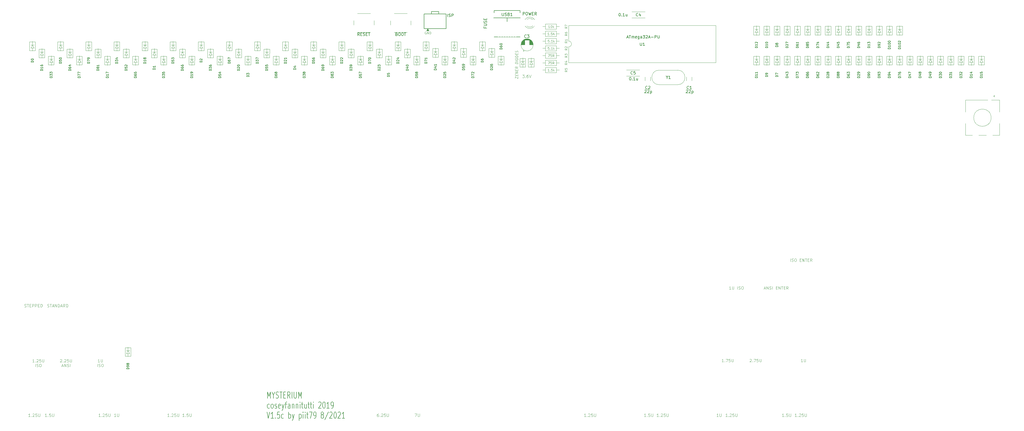
<source format=gto>
G04 #@! TF.GenerationSoftware,KiCad,Pcbnew,5.1.10-88a1d61d58~90~ubuntu21.04.1*
G04 #@! TF.CreationDate,2021-08-16T12:22:23+02:00*
G04 #@! TF.ProjectId,mysterium-pcb,6d797374-6572-4697-956d-2d7063622e6b,rev?*
G04 #@! TF.SameCoordinates,Original*
G04 #@! TF.FileFunction,Legend,Top*
G04 #@! TF.FilePolarity,Positive*
%FSLAX46Y46*%
G04 Gerber Fmt 4.6, Leading zero omitted, Abs format (unit mm)*
G04 Created by KiCad (PCBNEW 5.1.10-88a1d61d58~90~ubuntu21.04.1) date 2021-08-16 12:22:23*
%MOMM*%
%LPD*%
G01*
G04 APERTURE LIST*
%ADD10C,0.100000*%
%ADD11C,0.150000*%
%ADD12C,0.120000*%
%ADD13C,0.200000*%
%ADD14C,0.203200*%
%ADD15C,1.500000*%
%ADD16C,0.010000*%
%ADD17C,0.500000*%
%ADD18C,2.102000*%
%ADD19C,2.302000*%
%ADD20C,4.102000*%
%ADD21C,1.802000*%
%ADD22C,3.152000*%
%ADD23O,1.702000X1.702000*%
%ADD24C,4.502000*%
%ADD25C,4.089800*%
%ADD26C,3.150000*%
%ADD27C,1.602000*%
%ADD28O,0.752000X1.102000*%
%ADD29O,1.002000X2.502000*%
%ADD30O,1.002000X1.802000*%
%ADD31C,1.502000*%
%ADD32O,1.502000X1.502000*%
%ADD33C,1.902000*%
%ADD34C,1.702000*%
%ADD35C,1.302000*%
G04 APERTURE END LIST*
D10*
X313197904Y-176982380D02*
X312626476Y-176982380D01*
X312912190Y-176982380D02*
X312912190Y-175982380D01*
X312816952Y-176125238D01*
X312721714Y-176220476D01*
X312626476Y-176268095D01*
X313626476Y-175982380D02*
X313626476Y-176791904D01*
X313674095Y-176887142D01*
X313721714Y-176934761D01*
X313816952Y-176982380D01*
X314007428Y-176982380D01*
X314102666Y-176934761D01*
X314150285Y-176887142D01*
X314197904Y-176791904D01*
X314197904Y-175982380D01*
X285845428Y-176982380D02*
X285274000Y-176982380D01*
X285559714Y-176982380D02*
X285559714Y-175982380D01*
X285464476Y-176125238D01*
X285369238Y-176220476D01*
X285274000Y-176268095D01*
X286274000Y-176887142D02*
X286321619Y-176934761D01*
X286274000Y-176982380D01*
X286226380Y-176934761D01*
X286274000Y-176887142D01*
X286274000Y-176982380D01*
X286654952Y-175982380D02*
X287321619Y-175982380D01*
X286893047Y-176982380D01*
X288178761Y-175982380D02*
X287702571Y-175982380D01*
X287654952Y-176458571D01*
X287702571Y-176410952D01*
X287797809Y-176363333D01*
X288035904Y-176363333D01*
X288131142Y-176410952D01*
X288178761Y-176458571D01*
X288226380Y-176553809D01*
X288226380Y-176791904D01*
X288178761Y-176887142D01*
X288131142Y-176934761D01*
X288035904Y-176982380D01*
X287797809Y-176982380D01*
X287702571Y-176934761D01*
X287654952Y-176887142D01*
X288654952Y-175982380D02*
X288654952Y-176791904D01*
X288702571Y-176887142D01*
X288750190Y-176934761D01*
X288845428Y-176982380D01*
X289035904Y-176982380D01*
X289131142Y-176934761D01*
X289178761Y-176887142D01*
X289226380Y-176791904D01*
X289226380Y-175982380D01*
X294926000Y-176077619D02*
X294973619Y-176030000D01*
X295068857Y-175982380D01*
X295306952Y-175982380D01*
X295402190Y-176030000D01*
X295449809Y-176077619D01*
X295497428Y-176172857D01*
X295497428Y-176268095D01*
X295449809Y-176410952D01*
X294878380Y-176982380D01*
X295497428Y-176982380D01*
X295926000Y-176887142D02*
X295973619Y-176934761D01*
X295926000Y-176982380D01*
X295878380Y-176934761D01*
X295926000Y-176887142D01*
X295926000Y-176982380D01*
X296306952Y-175982380D02*
X296973619Y-175982380D01*
X296545047Y-176982380D01*
X297830761Y-175982380D02*
X297354571Y-175982380D01*
X297306952Y-176458571D01*
X297354571Y-176410952D01*
X297449809Y-176363333D01*
X297687904Y-176363333D01*
X297783142Y-176410952D01*
X297830761Y-176458571D01*
X297878380Y-176553809D01*
X297878380Y-176791904D01*
X297830761Y-176887142D01*
X297783142Y-176934761D01*
X297687904Y-176982380D01*
X297449809Y-176982380D01*
X297354571Y-176934761D01*
X297306952Y-176887142D01*
X298306952Y-175982380D02*
X298306952Y-176791904D01*
X298354571Y-176887142D01*
X298402190Y-176934761D01*
X298497428Y-176982380D01*
X298687904Y-176982380D01*
X298783142Y-176934761D01*
X298830761Y-176887142D01*
X298878380Y-176791904D01*
X298878380Y-175982380D01*
X47593428Y-177071280D02*
X47022000Y-177071280D01*
X47307714Y-177071280D02*
X47307714Y-176071280D01*
X47212476Y-176214138D01*
X47117238Y-176309376D01*
X47022000Y-176356995D01*
X48022000Y-176976042D02*
X48069619Y-177023661D01*
X48022000Y-177071280D01*
X47974380Y-177023661D01*
X48022000Y-176976042D01*
X48022000Y-177071280D01*
X48450571Y-176166519D02*
X48498190Y-176118900D01*
X48593428Y-176071280D01*
X48831523Y-176071280D01*
X48926761Y-176118900D01*
X48974380Y-176166519D01*
X49022000Y-176261757D01*
X49022000Y-176356995D01*
X48974380Y-176499852D01*
X48402952Y-177071280D01*
X49022000Y-177071280D01*
X49926761Y-176071280D02*
X49450571Y-176071280D01*
X49402952Y-176547471D01*
X49450571Y-176499852D01*
X49545809Y-176452233D01*
X49783904Y-176452233D01*
X49879142Y-176499852D01*
X49926761Y-176547471D01*
X49974380Y-176642709D01*
X49974380Y-176880804D01*
X49926761Y-176976042D01*
X49879142Y-177023661D01*
X49783904Y-177071280D01*
X49545809Y-177071280D01*
X49450571Y-177023661D01*
X49402952Y-176976042D01*
X50402952Y-176071280D02*
X50402952Y-176880804D01*
X50450571Y-176976042D01*
X50498190Y-177023661D01*
X50593428Y-177071280D01*
X50783904Y-177071280D01*
X50879142Y-177023661D01*
X50926761Y-176976042D01*
X50974380Y-176880804D01*
X50974380Y-176071280D01*
X48022000Y-178671280D02*
X48022000Y-177671280D01*
X48450571Y-178623661D02*
X48593428Y-178671280D01*
X48831523Y-178671280D01*
X48926761Y-178623661D01*
X48974380Y-178576042D01*
X49022000Y-178480804D01*
X49022000Y-178385566D01*
X48974380Y-178290328D01*
X48926761Y-178242709D01*
X48831523Y-178195090D01*
X48641047Y-178147471D01*
X48545809Y-178099852D01*
X48498190Y-178052233D01*
X48450571Y-177956995D01*
X48450571Y-177861757D01*
X48498190Y-177766519D01*
X48545809Y-177718900D01*
X48641047Y-177671280D01*
X48879142Y-177671280D01*
X49022000Y-177718900D01*
X49641047Y-177671280D02*
X49831523Y-177671280D01*
X49926761Y-177718900D01*
X50022000Y-177814138D01*
X50069619Y-178004614D01*
X50069619Y-178337947D01*
X50022000Y-178528423D01*
X49926761Y-178623661D01*
X49831523Y-178671280D01*
X49641047Y-178671280D01*
X49545809Y-178623661D01*
X49450571Y-178528423D01*
X49402952Y-178337947D01*
X49402952Y-178004614D01*
X49450571Y-177814138D01*
X49545809Y-177718900D01*
X49641047Y-177671280D01*
X56585100Y-176166519D02*
X56632719Y-176118900D01*
X56727957Y-176071280D01*
X56966052Y-176071280D01*
X57061290Y-176118900D01*
X57108909Y-176166519D01*
X57156528Y-176261757D01*
X57156528Y-176356995D01*
X57108909Y-176499852D01*
X56537480Y-177071280D01*
X57156528Y-177071280D01*
X57585100Y-176976042D02*
X57632719Y-177023661D01*
X57585100Y-177071280D01*
X57537480Y-177023661D01*
X57585100Y-176976042D01*
X57585100Y-177071280D01*
X58013671Y-176166519D02*
X58061290Y-176118900D01*
X58156528Y-176071280D01*
X58394623Y-176071280D01*
X58489861Y-176118900D01*
X58537480Y-176166519D01*
X58585100Y-176261757D01*
X58585100Y-176356995D01*
X58537480Y-176499852D01*
X57966052Y-177071280D01*
X58585100Y-177071280D01*
X59489861Y-176071280D02*
X59013671Y-176071280D01*
X58966052Y-176547471D01*
X59013671Y-176499852D01*
X59108909Y-176452233D01*
X59347004Y-176452233D01*
X59442242Y-176499852D01*
X59489861Y-176547471D01*
X59537480Y-176642709D01*
X59537480Y-176880804D01*
X59489861Y-176976042D01*
X59442242Y-177023661D01*
X59347004Y-177071280D01*
X59108909Y-177071280D01*
X59013671Y-177023661D01*
X58966052Y-176976042D01*
X59966052Y-176071280D02*
X59966052Y-176880804D01*
X60013671Y-176976042D01*
X60061290Y-177023661D01*
X60156528Y-177071280D01*
X60347004Y-177071280D01*
X60442242Y-177023661D01*
X60489861Y-176976042D01*
X60537480Y-176880804D01*
X60537480Y-176071280D01*
X57108909Y-178385566D02*
X57585100Y-178385566D01*
X57013671Y-178671280D02*
X57347004Y-177671280D01*
X57680338Y-178671280D01*
X58013671Y-178671280D02*
X58013671Y-177671280D01*
X58585100Y-178671280D01*
X58585100Y-177671280D01*
X59013671Y-178623661D02*
X59156528Y-178671280D01*
X59394623Y-178671280D01*
X59489861Y-178623661D01*
X59537480Y-178576042D01*
X59585100Y-178480804D01*
X59585100Y-178385566D01*
X59537480Y-178290328D01*
X59489861Y-178242709D01*
X59394623Y-178195090D01*
X59204147Y-178147471D01*
X59108909Y-178099852D01*
X59061290Y-178052233D01*
X59013671Y-177956995D01*
X59013671Y-177861757D01*
X59061290Y-177766519D01*
X59108909Y-177718900D01*
X59204147Y-177671280D01*
X59442242Y-177671280D01*
X59585100Y-177718900D01*
X60013671Y-178671280D02*
X60013671Y-177671280D01*
X70215154Y-177071280D02*
X69643726Y-177071280D01*
X69929440Y-177071280D02*
X69929440Y-176071280D01*
X69834202Y-176214138D01*
X69738964Y-176309376D01*
X69643726Y-176356995D01*
X70643726Y-176071280D02*
X70643726Y-176880804D01*
X70691345Y-176976042D01*
X70738964Y-177023661D01*
X70834202Y-177071280D01*
X71024678Y-177071280D01*
X71119916Y-177023661D01*
X71167535Y-176976042D01*
X71215154Y-176880804D01*
X71215154Y-176071280D01*
X69453250Y-178671280D02*
X69453250Y-177671280D01*
X69881821Y-178623661D02*
X70024678Y-178671280D01*
X70262773Y-178671280D01*
X70358011Y-178623661D01*
X70405630Y-178576042D01*
X70453250Y-178480804D01*
X70453250Y-178385566D01*
X70405630Y-178290328D01*
X70358011Y-178242709D01*
X70262773Y-178195090D01*
X70072297Y-178147471D01*
X69977059Y-178099852D01*
X69929440Y-178052233D01*
X69881821Y-177956995D01*
X69881821Y-177861757D01*
X69929440Y-177766519D01*
X69977059Y-177718900D01*
X70072297Y-177671280D01*
X70310392Y-177671280D01*
X70453250Y-177718900D01*
X71072297Y-177671280D02*
X71262773Y-177671280D01*
X71358011Y-177718900D01*
X71453250Y-177814138D01*
X71500869Y-178004614D01*
X71500869Y-178337947D01*
X71453250Y-178528423D01*
X71358011Y-178623661D01*
X71262773Y-178671280D01*
X71072297Y-178671280D01*
X70977059Y-178623661D01*
X70881821Y-178528423D01*
X70834202Y-178337947D01*
X70834202Y-178004614D01*
X70881821Y-177814138D01*
X70977059Y-177718900D01*
X71072297Y-177671280D01*
X299833233Y-151550666D02*
X300309423Y-151550666D01*
X299737995Y-151836380D02*
X300071328Y-150836380D01*
X300404661Y-151836380D01*
X300737995Y-151836380D02*
X300737995Y-150836380D01*
X301309423Y-151836380D01*
X301309423Y-150836380D01*
X301737995Y-151788761D02*
X301880852Y-151836380D01*
X302118947Y-151836380D01*
X302214185Y-151788761D01*
X302261804Y-151741142D01*
X302309423Y-151645904D01*
X302309423Y-151550666D01*
X302261804Y-151455428D01*
X302214185Y-151407809D01*
X302118947Y-151360190D01*
X301928471Y-151312571D01*
X301833233Y-151264952D01*
X301785614Y-151217333D01*
X301737995Y-151122095D01*
X301737995Y-151026857D01*
X301785614Y-150931619D01*
X301833233Y-150884000D01*
X301928471Y-150836380D01*
X302166566Y-150836380D01*
X302309423Y-150884000D01*
X302737995Y-151836380D02*
X302737995Y-150836380D01*
X303976090Y-151312571D02*
X304309423Y-151312571D01*
X304452280Y-151836380D02*
X303976090Y-151836380D01*
X303976090Y-150836380D01*
X304452280Y-150836380D01*
X304880852Y-151836380D02*
X304880852Y-150836380D01*
X305452280Y-151836380D01*
X305452280Y-150836380D01*
X305785614Y-150836380D02*
X306357042Y-150836380D01*
X306071328Y-151836380D02*
X306071328Y-150836380D01*
X306690376Y-151312571D02*
X307023709Y-151312571D01*
X307166566Y-151836380D02*
X306690376Y-151836380D01*
X306690376Y-150836380D01*
X307166566Y-150836380D01*
X308166566Y-151836380D02*
X307833233Y-151360190D01*
X307595138Y-151836380D02*
X307595138Y-150836380D01*
X307976090Y-150836380D01*
X308071328Y-150884000D01*
X308118947Y-150931619D01*
X308166566Y-151026857D01*
X308166566Y-151169714D01*
X308118947Y-151264952D01*
X308071328Y-151312571D01*
X307976090Y-151360190D01*
X307595138Y-151360190D01*
X288401357Y-151836380D02*
X287829928Y-151836380D01*
X288115642Y-151836380D02*
X288115642Y-150836380D01*
X288020404Y-150979238D01*
X287925166Y-151074476D01*
X287829928Y-151122095D01*
X288829928Y-150836380D02*
X288829928Y-151645904D01*
X288877547Y-151741142D01*
X288925166Y-151788761D01*
X289020404Y-151836380D01*
X289210880Y-151836380D01*
X289306119Y-151788761D01*
X289353738Y-151741142D01*
X289401357Y-151645904D01*
X289401357Y-150836380D01*
X290639452Y-151836380D02*
X290639452Y-150836380D01*
X291068023Y-151788761D02*
X291210880Y-151836380D01*
X291448976Y-151836380D01*
X291544214Y-151788761D01*
X291591833Y-151741142D01*
X291639452Y-151645904D01*
X291639452Y-151550666D01*
X291591833Y-151455428D01*
X291544214Y-151407809D01*
X291448976Y-151360190D01*
X291258500Y-151312571D01*
X291163261Y-151264952D01*
X291115642Y-151217333D01*
X291068023Y-151122095D01*
X291068023Y-151026857D01*
X291115642Y-150931619D01*
X291163261Y-150884000D01*
X291258500Y-150836380D01*
X291496595Y-150836380D01*
X291639452Y-150884000D01*
X292258500Y-150836380D02*
X292448976Y-150836380D01*
X292544214Y-150884000D01*
X292639452Y-150979238D01*
X292687071Y-151169714D01*
X292687071Y-151503047D01*
X292639452Y-151693523D01*
X292544214Y-151788761D01*
X292448976Y-151836380D01*
X292258500Y-151836380D01*
X292163261Y-151788761D01*
X292068023Y-151693523D01*
X292020404Y-151503047D01*
X292020404Y-151169714D01*
X292068023Y-150979238D01*
X292163261Y-150884000D01*
X292258500Y-150836380D01*
X308983523Y-142197080D02*
X308983523Y-141197080D01*
X309412095Y-142149461D02*
X309554952Y-142197080D01*
X309793047Y-142197080D01*
X309888285Y-142149461D01*
X309935904Y-142101842D01*
X309983523Y-142006604D01*
X309983523Y-141911366D01*
X309935904Y-141816128D01*
X309888285Y-141768509D01*
X309793047Y-141720890D01*
X309602571Y-141673271D01*
X309507333Y-141625652D01*
X309459714Y-141578033D01*
X309412095Y-141482795D01*
X309412095Y-141387557D01*
X309459714Y-141292319D01*
X309507333Y-141244700D01*
X309602571Y-141197080D01*
X309840666Y-141197080D01*
X309983523Y-141244700D01*
X310602571Y-141197080D02*
X310793047Y-141197080D01*
X310888285Y-141244700D01*
X310983523Y-141339938D01*
X311031142Y-141530414D01*
X311031142Y-141863747D01*
X310983523Y-142054223D01*
X310888285Y-142149461D01*
X310793047Y-142197080D01*
X310602571Y-142197080D01*
X310507333Y-142149461D01*
X310412095Y-142054223D01*
X310364476Y-141863747D01*
X310364476Y-141530414D01*
X310412095Y-141339938D01*
X310507333Y-141244700D01*
X310602571Y-141197080D01*
X312221619Y-141673271D02*
X312554952Y-141673271D01*
X312697809Y-142197080D02*
X312221619Y-142197080D01*
X312221619Y-141197080D01*
X312697809Y-141197080D01*
X313126380Y-142197080D02*
X313126380Y-141197080D01*
X313697809Y-142197080D01*
X313697809Y-141197080D01*
X314031142Y-141197080D02*
X314602571Y-141197080D01*
X314316857Y-142197080D02*
X314316857Y-141197080D01*
X314935904Y-141673271D02*
X315269238Y-141673271D01*
X315412095Y-142197080D02*
X314935904Y-142197080D01*
X314935904Y-141197080D01*
X315412095Y-141197080D01*
X316412095Y-142197080D02*
X316078761Y-141720890D01*
X315840666Y-142197080D02*
X315840666Y-141197080D01*
X316221619Y-141197080D01*
X316316857Y-141244700D01*
X316364476Y-141292319D01*
X316412095Y-141387557D01*
X316412095Y-141530414D01*
X316364476Y-141625652D01*
X316316857Y-141673271D01*
X316221619Y-141720890D01*
X315840666Y-141720890D01*
X183045176Y-62680900D02*
X182968985Y-62642804D01*
X182854700Y-62642804D01*
X182740414Y-62680900D01*
X182664223Y-62757090D01*
X182626128Y-62833280D01*
X182588033Y-62985661D01*
X182588033Y-63099947D01*
X182626128Y-63252328D01*
X182664223Y-63328519D01*
X182740414Y-63404709D01*
X182854700Y-63442804D01*
X182930890Y-63442804D01*
X183045176Y-63404709D01*
X183083271Y-63366614D01*
X183083271Y-63099947D01*
X182930890Y-63099947D01*
X183426128Y-63442804D02*
X183426128Y-62642804D01*
X183883271Y-63442804D01*
X183883271Y-62642804D01*
X184264223Y-63442804D02*
X184264223Y-62642804D01*
X184454700Y-62642804D01*
X184568985Y-62680900D01*
X184645176Y-62757090D01*
X184683271Y-62833280D01*
X184721366Y-62985661D01*
X184721366Y-63099947D01*
X184683271Y-63252328D01*
X184645176Y-63328519D01*
X184568985Y-63404709D01*
X184454700Y-63442804D01*
X184264223Y-63442804D01*
G36*
X184010300Y-62318900D02*
G01*
X183197500Y-62318900D01*
X183603900Y-61531500D01*
X184010300Y-62318900D01*
G37*
X184010300Y-62318900D02*
X183197500Y-62318900D01*
X183603900Y-61531500D01*
X184010300Y-62318900D01*
D11*
X190476309Y-57437280D02*
X190476309Y-56437280D01*
X190904880Y-57389661D02*
X191047738Y-57437280D01*
X191285833Y-57437280D01*
X191381071Y-57389661D01*
X191428690Y-57342042D01*
X191476309Y-57246804D01*
X191476309Y-57151566D01*
X191428690Y-57056328D01*
X191381071Y-57008709D01*
X191285833Y-56961090D01*
X191095357Y-56913471D01*
X191000119Y-56865852D01*
X190952500Y-56818233D01*
X190904880Y-56722995D01*
X190904880Y-56627757D01*
X190952500Y-56532519D01*
X191000119Y-56484900D01*
X191095357Y-56437280D01*
X191333452Y-56437280D01*
X191476309Y-56484900D01*
X191904880Y-57437280D02*
X191904880Y-56437280D01*
X192285833Y-56437280D01*
X192381071Y-56484900D01*
X192428690Y-56532519D01*
X192476309Y-56627757D01*
X192476309Y-56770614D01*
X192428690Y-56865852D01*
X192381071Y-56913471D01*
X192285833Y-56961090D01*
X191904880Y-56961090D01*
D12*
X219917100Y-72892500D02*
X220145700Y-72613100D01*
X218608500Y-73171900D02*
X218837100Y-72892500D01*
X215662100Y-73171900D02*
X215890700Y-72892500D01*
X216970700Y-72892500D02*
X217199300Y-72613100D01*
D10*
X311105728Y-195927174D02*
X310534300Y-195927174D01*
X310820014Y-195927174D02*
X310820014Y-194927174D01*
X310724776Y-195070032D01*
X310629538Y-195165270D01*
X310534300Y-195212889D01*
X311534300Y-195831936D02*
X311581919Y-195879555D01*
X311534300Y-195927174D01*
X311486680Y-195879555D01*
X311534300Y-195831936D01*
X311534300Y-195927174D01*
X311962871Y-195022413D02*
X312010490Y-194974794D01*
X312105728Y-194927174D01*
X312343823Y-194927174D01*
X312439061Y-194974794D01*
X312486680Y-195022413D01*
X312534300Y-195117651D01*
X312534300Y-195212889D01*
X312486680Y-195355746D01*
X311915252Y-195927174D01*
X312534300Y-195927174D01*
X313439061Y-194927174D02*
X312962871Y-194927174D01*
X312915252Y-195403365D01*
X312962871Y-195355746D01*
X313058109Y-195308127D01*
X313296204Y-195308127D01*
X313391442Y-195355746D01*
X313439061Y-195403365D01*
X313486680Y-195498603D01*
X313486680Y-195736698D01*
X313439061Y-195831936D01*
X313391442Y-195879555D01*
X313296204Y-195927174D01*
X313058109Y-195927174D01*
X312962871Y-195879555D01*
X312915252Y-195831936D01*
X313915252Y-194927174D02*
X313915252Y-195736698D01*
X313962871Y-195831936D01*
X314010490Y-195879555D01*
X314105728Y-195927174D01*
X314296204Y-195927174D01*
X314391442Y-195879555D01*
X314439061Y-195831936D01*
X314486680Y-195736698D01*
X314486680Y-194927174D01*
X287153528Y-195927174D02*
X286582100Y-195927174D01*
X286867814Y-195927174D02*
X286867814Y-194927174D01*
X286772576Y-195070032D01*
X286677338Y-195165270D01*
X286582100Y-195212889D01*
X287582100Y-195831936D02*
X287629719Y-195879555D01*
X287582100Y-195927174D01*
X287534480Y-195879555D01*
X287582100Y-195831936D01*
X287582100Y-195927174D01*
X288010671Y-195022413D02*
X288058290Y-194974794D01*
X288153528Y-194927174D01*
X288391623Y-194927174D01*
X288486861Y-194974794D01*
X288534480Y-195022413D01*
X288582100Y-195117651D01*
X288582100Y-195212889D01*
X288534480Y-195355746D01*
X287963052Y-195927174D01*
X288582100Y-195927174D01*
X289486861Y-194927174D02*
X289010671Y-194927174D01*
X288963052Y-195403365D01*
X289010671Y-195355746D01*
X289105909Y-195308127D01*
X289344004Y-195308127D01*
X289439242Y-195355746D01*
X289486861Y-195403365D01*
X289534480Y-195498603D01*
X289534480Y-195736698D01*
X289486861Y-195831936D01*
X289439242Y-195879555D01*
X289344004Y-195927174D01*
X289105909Y-195927174D01*
X289010671Y-195879555D01*
X288963052Y-195831936D01*
X289963052Y-194927174D02*
X289963052Y-195736698D01*
X290010671Y-195831936D01*
X290058290Y-195879555D01*
X290153528Y-195927174D01*
X290344004Y-195927174D01*
X290439242Y-195879555D01*
X290486861Y-195831936D01*
X290534480Y-195736698D01*
X290534480Y-194927174D01*
X263379128Y-195927174D02*
X262807700Y-195927174D01*
X263093414Y-195927174D02*
X263093414Y-194927174D01*
X262998176Y-195070032D01*
X262902938Y-195165270D01*
X262807700Y-195212889D01*
X263807700Y-195831936D02*
X263855319Y-195879555D01*
X263807700Y-195927174D01*
X263760080Y-195879555D01*
X263807700Y-195831936D01*
X263807700Y-195927174D01*
X264236271Y-195022413D02*
X264283890Y-194974794D01*
X264379128Y-194927174D01*
X264617223Y-194927174D01*
X264712461Y-194974794D01*
X264760080Y-195022413D01*
X264807700Y-195117651D01*
X264807700Y-195212889D01*
X264760080Y-195355746D01*
X264188652Y-195927174D01*
X264807700Y-195927174D01*
X265712461Y-194927174D02*
X265236271Y-194927174D01*
X265188652Y-195403365D01*
X265236271Y-195355746D01*
X265331509Y-195308127D01*
X265569604Y-195308127D01*
X265664842Y-195355746D01*
X265712461Y-195403365D01*
X265760080Y-195498603D01*
X265760080Y-195736698D01*
X265712461Y-195831936D01*
X265664842Y-195879555D01*
X265569604Y-195927174D01*
X265331509Y-195927174D01*
X265236271Y-195879555D01*
X265188652Y-195831936D01*
X266188652Y-194927174D02*
X266188652Y-195736698D01*
X266236271Y-195831936D01*
X266283890Y-195879555D01*
X266379128Y-195927174D01*
X266569604Y-195927174D01*
X266664842Y-195879555D01*
X266712461Y-195831936D01*
X266760080Y-195736698D01*
X266760080Y-194927174D01*
X238283928Y-195927174D02*
X237712500Y-195927174D01*
X237998214Y-195927174D02*
X237998214Y-194927174D01*
X237902976Y-195070032D01*
X237807738Y-195165270D01*
X237712500Y-195212889D01*
X238712500Y-195831936D02*
X238760119Y-195879555D01*
X238712500Y-195927174D01*
X238664880Y-195879555D01*
X238712500Y-195831936D01*
X238712500Y-195927174D01*
X239141071Y-195022413D02*
X239188690Y-194974794D01*
X239283928Y-194927174D01*
X239522023Y-194927174D01*
X239617261Y-194974794D01*
X239664880Y-195022413D01*
X239712500Y-195117651D01*
X239712500Y-195212889D01*
X239664880Y-195355746D01*
X239093452Y-195927174D01*
X239712500Y-195927174D01*
X240617261Y-194927174D02*
X240141071Y-194927174D01*
X240093452Y-195403365D01*
X240141071Y-195355746D01*
X240236309Y-195308127D01*
X240474404Y-195308127D01*
X240569642Y-195355746D01*
X240617261Y-195403365D01*
X240664880Y-195498603D01*
X240664880Y-195736698D01*
X240617261Y-195831936D01*
X240569642Y-195879555D01*
X240474404Y-195927174D01*
X240236309Y-195927174D01*
X240141071Y-195879555D01*
X240093452Y-195831936D01*
X241093452Y-194927174D02*
X241093452Y-195736698D01*
X241141071Y-195831936D01*
X241188690Y-195879555D01*
X241283928Y-195927174D01*
X241474404Y-195927174D01*
X241569642Y-195879555D01*
X241617261Y-195831936D01*
X241664880Y-195736698D01*
X241664880Y-194927174D01*
X94240528Y-195927174D02*
X93669100Y-195927174D01*
X93954814Y-195927174D02*
X93954814Y-194927174D01*
X93859576Y-195070032D01*
X93764338Y-195165270D01*
X93669100Y-195212889D01*
X94669100Y-195831936D02*
X94716719Y-195879555D01*
X94669100Y-195927174D01*
X94621480Y-195879555D01*
X94669100Y-195831936D01*
X94669100Y-195927174D01*
X95097671Y-195022413D02*
X95145290Y-194974794D01*
X95240528Y-194927174D01*
X95478623Y-194927174D01*
X95573861Y-194974794D01*
X95621480Y-195022413D01*
X95669100Y-195117651D01*
X95669100Y-195212889D01*
X95621480Y-195355746D01*
X95050052Y-195927174D01*
X95669100Y-195927174D01*
X96573861Y-194927174D02*
X96097671Y-194927174D01*
X96050052Y-195403365D01*
X96097671Y-195355746D01*
X96192909Y-195308127D01*
X96431004Y-195308127D01*
X96526242Y-195355746D01*
X96573861Y-195403365D01*
X96621480Y-195498603D01*
X96621480Y-195736698D01*
X96573861Y-195831936D01*
X96526242Y-195879555D01*
X96431004Y-195927174D01*
X96192909Y-195927174D01*
X96097671Y-195879555D01*
X96050052Y-195831936D01*
X97050052Y-194927174D02*
X97050052Y-195736698D01*
X97097671Y-195831936D01*
X97145290Y-195879555D01*
X97240528Y-195927174D01*
X97431004Y-195927174D01*
X97526242Y-195879555D01*
X97573861Y-195831936D01*
X97621480Y-195736698D01*
X97621480Y-194927174D01*
X70466128Y-195927174D02*
X69894700Y-195927174D01*
X70180414Y-195927174D02*
X70180414Y-194927174D01*
X70085176Y-195070032D01*
X69989938Y-195165270D01*
X69894700Y-195212889D01*
X70894700Y-195831936D02*
X70942319Y-195879555D01*
X70894700Y-195927174D01*
X70847080Y-195879555D01*
X70894700Y-195831936D01*
X70894700Y-195927174D01*
X71323271Y-195022413D02*
X71370890Y-194974794D01*
X71466128Y-194927174D01*
X71704223Y-194927174D01*
X71799461Y-194974794D01*
X71847080Y-195022413D01*
X71894700Y-195117651D01*
X71894700Y-195212889D01*
X71847080Y-195355746D01*
X71275652Y-195927174D01*
X71894700Y-195927174D01*
X72799461Y-194927174D02*
X72323271Y-194927174D01*
X72275652Y-195403365D01*
X72323271Y-195355746D01*
X72418509Y-195308127D01*
X72656604Y-195308127D01*
X72751842Y-195355746D01*
X72799461Y-195403365D01*
X72847080Y-195498603D01*
X72847080Y-195736698D01*
X72799461Y-195831936D01*
X72751842Y-195879555D01*
X72656604Y-195927174D01*
X72418509Y-195927174D01*
X72323271Y-195879555D01*
X72275652Y-195831936D01*
X73275652Y-194927174D02*
X73275652Y-195736698D01*
X73323271Y-195831936D01*
X73370890Y-195879555D01*
X73466128Y-195927174D01*
X73656604Y-195927174D01*
X73751842Y-195879555D01*
X73799461Y-195831936D01*
X73847080Y-195736698D01*
X73847080Y-194927174D01*
X46209128Y-195927174D02*
X45637700Y-195927174D01*
X45923414Y-195927174D02*
X45923414Y-194927174D01*
X45828176Y-195070032D01*
X45732938Y-195165270D01*
X45637700Y-195212889D01*
X46637700Y-195831936D02*
X46685319Y-195879555D01*
X46637700Y-195927174D01*
X46590080Y-195879555D01*
X46637700Y-195831936D01*
X46637700Y-195927174D01*
X47066271Y-195022413D02*
X47113890Y-194974794D01*
X47209128Y-194927174D01*
X47447223Y-194927174D01*
X47542461Y-194974794D01*
X47590080Y-195022413D01*
X47637700Y-195117651D01*
X47637700Y-195212889D01*
X47590080Y-195355746D01*
X47018652Y-195927174D01*
X47637700Y-195927174D01*
X48542461Y-194927174D02*
X48066271Y-194927174D01*
X48018652Y-195403365D01*
X48066271Y-195355746D01*
X48161509Y-195308127D01*
X48399604Y-195308127D01*
X48494842Y-195355746D01*
X48542461Y-195403365D01*
X48590080Y-195498603D01*
X48590080Y-195736698D01*
X48542461Y-195831936D01*
X48494842Y-195879555D01*
X48399604Y-195927174D01*
X48161509Y-195927174D01*
X48066271Y-195879555D01*
X48018652Y-195831936D01*
X49018652Y-194927174D02*
X49018652Y-195736698D01*
X49066271Y-195831936D01*
X49113890Y-195879555D01*
X49209128Y-195927174D01*
X49399604Y-195927174D01*
X49494842Y-195879555D01*
X49542461Y-195831936D01*
X49590080Y-195736698D01*
X49590080Y-194927174D01*
X284051404Y-195927174D02*
X283479976Y-195927174D01*
X283765690Y-195927174D02*
X283765690Y-194927174D01*
X283670452Y-195070032D01*
X283575214Y-195165270D01*
X283479976Y-195212889D01*
X284479976Y-194927174D02*
X284479976Y-195736698D01*
X284527595Y-195831936D01*
X284575214Y-195879555D01*
X284670452Y-195927174D01*
X284860928Y-195927174D01*
X284956166Y-195879555D01*
X285003785Y-195831936D01*
X285051404Y-195736698D01*
X285051404Y-194927174D01*
X306679719Y-195927174D02*
X306108290Y-195927174D01*
X306394004Y-195927174D02*
X306394004Y-194927174D01*
X306298766Y-195070032D01*
X306203528Y-195165270D01*
X306108290Y-195212889D01*
X307108290Y-195831936D02*
X307155909Y-195879555D01*
X307108290Y-195927174D01*
X307060671Y-195879555D01*
X307108290Y-195831936D01*
X307108290Y-195927174D01*
X308060671Y-194927174D02*
X307584480Y-194927174D01*
X307536861Y-195403365D01*
X307584480Y-195355746D01*
X307679719Y-195308127D01*
X307917814Y-195308127D01*
X308013052Y-195355746D01*
X308060671Y-195403365D01*
X308108290Y-195498603D01*
X308108290Y-195736698D01*
X308060671Y-195831936D01*
X308013052Y-195879555D01*
X307917814Y-195927174D01*
X307679719Y-195927174D01*
X307584480Y-195879555D01*
X307536861Y-195831936D01*
X308536861Y-194927174D02*
X308536861Y-195736698D01*
X308584480Y-195831936D01*
X308632100Y-195879555D01*
X308727338Y-195927174D01*
X308917814Y-195927174D01*
X309013052Y-195879555D01*
X309060671Y-195831936D01*
X309108290Y-195736698D01*
X309108290Y-194927174D01*
X259003919Y-195927174D02*
X258432490Y-195927174D01*
X258718204Y-195927174D02*
X258718204Y-194927174D01*
X258622966Y-195070032D01*
X258527728Y-195165270D01*
X258432490Y-195212889D01*
X259432490Y-195831936D02*
X259480109Y-195879555D01*
X259432490Y-195927174D01*
X259384871Y-195879555D01*
X259432490Y-195831936D01*
X259432490Y-195927174D01*
X260384871Y-194927174D02*
X259908680Y-194927174D01*
X259861061Y-195403365D01*
X259908680Y-195355746D01*
X260003919Y-195308127D01*
X260242014Y-195308127D01*
X260337252Y-195355746D01*
X260384871Y-195403365D01*
X260432490Y-195498603D01*
X260432490Y-195736698D01*
X260384871Y-195831936D01*
X260337252Y-195879555D01*
X260242014Y-195927174D01*
X260003919Y-195927174D01*
X259908680Y-195879555D01*
X259861061Y-195831936D01*
X260861061Y-194927174D02*
X260861061Y-195736698D01*
X260908680Y-195831936D01*
X260956300Y-195879555D01*
X261051538Y-195927174D01*
X261242014Y-195927174D01*
X261337252Y-195879555D01*
X261384871Y-195831936D01*
X261432490Y-195736698D01*
X261432490Y-194927174D01*
X99466519Y-195927174D02*
X98895090Y-195927174D01*
X99180804Y-195927174D02*
X99180804Y-194927174D01*
X99085566Y-195070032D01*
X98990328Y-195165270D01*
X98895090Y-195212889D01*
X99895090Y-195831936D02*
X99942709Y-195879555D01*
X99895090Y-195927174D01*
X99847471Y-195879555D01*
X99895090Y-195831936D01*
X99895090Y-195927174D01*
X100847471Y-194927174D02*
X100371280Y-194927174D01*
X100323661Y-195403365D01*
X100371280Y-195355746D01*
X100466519Y-195308127D01*
X100704614Y-195308127D01*
X100799852Y-195355746D01*
X100847471Y-195403365D01*
X100895090Y-195498603D01*
X100895090Y-195736698D01*
X100847471Y-195831936D01*
X100799852Y-195879555D01*
X100704614Y-195927174D01*
X100466519Y-195927174D01*
X100371280Y-195879555D01*
X100323661Y-195831936D01*
X101323661Y-194927174D02*
X101323661Y-195736698D01*
X101371280Y-195831936D01*
X101418900Y-195879555D01*
X101514138Y-195927174D01*
X101704614Y-195927174D01*
X101799852Y-195879555D01*
X101847471Y-195831936D01*
X101895090Y-195736698D01*
X101895090Y-194927174D01*
X75822204Y-195927174D02*
X75250776Y-195927174D01*
X75536490Y-195927174D02*
X75536490Y-194927174D01*
X75441252Y-195070032D01*
X75346014Y-195165270D01*
X75250776Y-195212889D01*
X76250776Y-194927174D02*
X76250776Y-195736698D01*
X76298395Y-195831936D01*
X76346014Y-195879555D01*
X76441252Y-195927174D01*
X76631728Y-195927174D01*
X76726966Y-195879555D01*
X76774585Y-195831936D01*
X76822204Y-195736698D01*
X76822204Y-194927174D01*
X51943119Y-195927174D02*
X51371690Y-195927174D01*
X51657404Y-195927174D02*
X51657404Y-194927174D01*
X51562166Y-195070032D01*
X51466928Y-195165270D01*
X51371690Y-195212889D01*
X52371690Y-195831936D02*
X52419309Y-195879555D01*
X52371690Y-195927174D01*
X52324071Y-195879555D01*
X52371690Y-195831936D01*
X52371690Y-195927174D01*
X53324071Y-194927174D02*
X52847880Y-194927174D01*
X52800261Y-195403365D01*
X52847880Y-195355746D01*
X52943119Y-195308127D01*
X53181214Y-195308127D01*
X53276452Y-195355746D01*
X53324071Y-195403365D01*
X53371690Y-195498603D01*
X53371690Y-195736698D01*
X53324071Y-195831936D01*
X53276452Y-195879555D01*
X53181214Y-195927174D01*
X52943119Y-195927174D01*
X52847880Y-195879555D01*
X52800261Y-195831936D01*
X53800261Y-194927174D02*
X53800261Y-195736698D01*
X53847880Y-195831936D01*
X53895500Y-195879555D01*
X53990738Y-195927174D01*
X54181214Y-195927174D01*
X54276452Y-195879555D01*
X54324071Y-195831936D01*
X54371690Y-195736698D01*
X54371690Y-194927174D01*
X52167280Y-157948261D02*
X52310138Y-157995880D01*
X52548233Y-157995880D01*
X52643471Y-157948261D01*
X52691090Y-157900642D01*
X52738709Y-157805404D01*
X52738709Y-157710166D01*
X52691090Y-157614928D01*
X52643471Y-157567309D01*
X52548233Y-157519690D01*
X52357757Y-157472071D01*
X52262519Y-157424452D01*
X52214900Y-157376833D01*
X52167280Y-157281595D01*
X52167280Y-157186357D01*
X52214900Y-157091119D01*
X52262519Y-157043500D01*
X52357757Y-156995880D01*
X52595852Y-156995880D01*
X52738709Y-157043500D01*
X53024423Y-156995880D02*
X53595852Y-156995880D01*
X53310138Y-157995880D02*
X53310138Y-156995880D01*
X53881566Y-157710166D02*
X54357757Y-157710166D01*
X53786328Y-157995880D02*
X54119661Y-156995880D01*
X54452995Y-157995880D01*
X54786328Y-157995880D02*
X54786328Y-156995880D01*
X55357757Y-157995880D01*
X55357757Y-156995880D01*
X55833947Y-157995880D02*
X55833947Y-156995880D01*
X56072042Y-156995880D01*
X56214900Y-157043500D01*
X56310138Y-157138738D01*
X56357757Y-157233976D01*
X56405376Y-157424452D01*
X56405376Y-157567309D01*
X56357757Y-157757785D01*
X56310138Y-157853023D01*
X56214900Y-157948261D01*
X56072042Y-157995880D01*
X55833947Y-157995880D01*
X56786328Y-157710166D02*
X57262519Y-157710166D01*
X56691090Y-157995880D02*
X57024423Y-156995880D01*
X57357757Y-157995880D01*
X58262519Y-157995880D02*
X57929185Y-157519690D01*
X57691090Y-157995880D02*
X57691090Y-156995880D01*
X58072042Y-156995880D01*
X58167280Y-157043500D01*
X58214900Y-157091119D01*
X58262519Y-157186357D01*
X58262519Y-157329214D01*
X58214900Y-157424452D01*
X58167280Y-157472071D01*
X58072042Y-157519690D01*
X57691090Y-157519690D01*
X58691090Y-157995880D02*
X58691090Y-156995880D01*
X58929185Y-156995880D01*
X59072042Y-157043500D01*
X59167280Y-157138738D01*
X59214900Y-157233976D01*
X59262519Y-157424452D01*
X59262519Y-157567309D01*
X59214900Y-157757785D01*
X59167280Y-157853023D01*
X59072042Y-157948261D01*
X58929185Y-157995880D01*
X58691090Y-157995880D01*
X44261471Y-157948261D02*
X44404328Y-157995880D01*
X44642423Y-157995880D01*
X44737661Y-157948261D01*
X44785280Y-157900642D01*
X44832900Y-157805404D01*
X44832900Y-157710166D01*
X44785280Y-157614928D01*
X44737661Y-157567309D01*
X44642423Y-157519690D01*
X44451947Y-157472071D01*
X44356709Y-157424452D01*
X44309090Y-157376833D01*
X44261471Y-157281595D01*
X44261471Y-157186357D01*
X44309090Y-157091119D01*
X44356709Y-157043500D01*
X44451947Y-156995880D01*
X44690042Y-156995880D01*
X44832900Y-157043500D01*
X45118614Y-156995880D02*
X45690042Y-156995880D01*
X45404328Y-157995880D02*
X45404328Y-156995880D01*
X46023376Y-157472071D02*
X46356709Y-157472071D01*
X46499566Y-157995880D02*
X46023376Y-157995880D01*
X46023376Y-156995880D01*
X46499566Y-156995880D01*
X46928138Y-157995880D02*
X46928138Y-156995880D01*
X47309090Y-156995880D01*
X47404328Y-157043500D01*
X47451947Y-157091119D01*
X47499566Y-157186357D01*
X47499566Y-157329214D01*
X47451947Y-157424452D01*
X47404328Y-157472071D01*
X47309090Y-157519690D01*
X46928138Y-157519690D01*
X47928138Y-157995880D02*
X47928138Y-156995880D01*
X48309090Y-156995880D01*
X48404328Y-157043500D01*
X48451947Y-157091119D01*
X48499566Y-157186357D01*
X48499566Y-157329214D01*
X48451947Y-157424452D01*
X48404328Y-157472071D01*
X48309090Y-157519690D01*
X47928138Y-157519690D01*
X48928138Y-157472071D02*
X49261471Y-157472071D01*
X49404328Y-157995880D02*
X48928138Y-157995880D01*
X48928138Y-156995880D01*
X49404328Y-156995880D01*
X49832900Y-157995880D02*
X49832900Y-156995880D01*
X50070995Y-156995880D01*
X50213852Y-157043500D01*
X50309090Y-157138738D01*
X50356709Y-157233976D01*
X50404328Y-157424452D01*
X50404328Y-157567309D01*
X50356709Y-157757785D01*
X50309090Y-157853023D01*
X50213852Y-157948261D01*
X50070995Y-157995880D01*
X49832900Y-157995880D01*
X213870442Y-78701342D02*
X213870442Y-78101342D01*
X214770442Y-78813842D01*
X214770442Y-78213842D01*
X214299014Y-77812057D02*
X214299014Y-77512057D01*
X214770442Y-77442414D02*
X214770442Y-77870985D01*
X213870442Y-77758485D01*
X213870442Y-77329914D01*
X214770442Y-77056700D02*
X213870442Y-76944200D01*
X214770442Y-76542414D01*
X213870442Y-76429914D01*
X214299014Y-76054914D02*
X214299014Y-75754914D01*
X214770442Y-75685271D02*
X214770442Y-76113842D01*
X213870442Y-76001342D01*
X213870442Y-75572771D01*
X214770442Y-74785271D02*
X214341871Y-75031700D01*
X214770442Y-75299557D02*
X213870442Y-75187057D01*
X213870442Y-74844200D01*
X213913300Y-74763842D01*
X213956157Y-74726342D01*
X214041871Y-74694200D01*
X214170442Y-74710271D01*
X214256157Y-74763842D01*
X214299014Y-74812057D01*
X214341871Y-74903128D01*
X214341871Y-75245985D01*
X214770442Y-73713842D02*
X213870442Y-73601342D01*
X213870442Y-73387057D01*
X213913300Y-73263842D01*
X213999014Y-73188842D01*
X214084728Y-73156700D01*
X214256157Y-73135271D01*
X214384728Y-73151342D01*
X214556157Y-73215628D01*
X214641871Y-73269200D01*
X214727585Y-73365628D01*
X214770442Y-73499557D01*
X214770442Y-73713842D01*
X214770442Y-72813842D02*
X213870442Y-72701342D01*
X213870442Y-72101342D02*
X213870442Y-71929914D01*
X213913300Y-71849557D01*
X213999014Y-71774557D01*
X214170442Y-71753128D01*
X214470442Y-71790628D01*
X214641871Y-71854914D01*
X214727585Y-71951342D01*
X214770442Y-72042414D01*
X214770442Y-72213842D01*
X214727585Y-72294200D01*
X214641871Y-72369200D01*
X214470442Y-72390628D01*
X214170442Y-72353128D01*
X213999014Y-72288842D01*
X213913300Y-72192414D01*
X213870442Y-72101342D01*
X214770442Y-71442414D02*
X213870442Y-71329914D01*
X213870442Y-71115628D01*
X213913300Y-70992414D01*
X213999014Y-70917414D01*
X214084728Y-70885271D01*
X214256157Y-70863842D01*
X214384728Y-70879914D01*
X214556157Y-70944200D01*
X214641871Y-70997771D01*
X214727585Y-71094200D01*
X214770442Y-71228128D01*
X214770442Y-71442414D01*
X214299014Y-70483485D02*
X214299014Y-70183485D01*
X214770442Y-70113842D02*
X214770442Y-70542414D01*
X213870442Y-70429914D01*
X213870442Y-70001342D01*
X214727585Y-69765628D02*
X214770442Y-69642414D01*
X214770442Y-69428128D01*
X214727585Y-69337057D01*
X214684728Y-69288842D01*
X214599014Y-69235271D01*
X214513300Y-69224557D01*
X214427585Y-69256700D01*
X214384728Y-69294200D01*
X214341871Y-69374557D01*
X214299014Y-69540628D01*
X214256157Y-69620985D01*
X214213300Y-69658485D01*
X214127585Y-69690628D01*
X214041871Y-69679914D01*
X213956157Y-69626342D01*
X213913300Y-69578128D01*
X213870442Y-69487057D01*
X213870442Y-69272771D01*
X213913300Y-69149557D01*
D13*
X128249142Y-189519238D02*
X128249142Y-187319238D01*
X128749142Y-188890666D01*
X129249142Y-187319238D01*
X129249142Y-189519238D01*
X130249142Y-188471619D02*
X130249142Y-189519238D01*
X129749142Y-187319238D02*
X130249142Y-188471619D01*
X130749142Y-187319238D01*
X131177714Y-189414476D02*
X131392000Y-189519238D01*
X131749142Y-189519238D01*
X131892000Y-189414476D01*
X131963428Y-189309714D01*
X132034857Y-189100190D01*
X132034857Y-188890666D01*
X131963428Y-188681142D01*
X131892000Y-188576380D01*
X131749142Y-188471619D01*
X131463428Y-188366857D01*
X131320571Y-188262095D01*
X131249142Y-188157333D01*
X131177714Y-187947809D01*
X131177714Y-187738285D01*
X131249142Y-187528761D01*
X131320571Y-187424000D01*
X131463428Y-187319238D01*
X131820571Y-187319238D01*
X132034857Y-187424000D01*
X132463428Y-187319238D02*
X133320571Y-187319238D01*
X132892000Y-189519238D02*
X132892000Y-187319238D01*
X133820571Y-188366857D02*
X134320571Y-188366857D01*
X134534857Y-189519238D02*
X133820571Y-189519238D01*
X133820571Y-187319238D01*
X134534857Y-187319238D01*
X136034857Y-189519238D02*
X135534857Y-188471619D01*
X135177714Y-189519238D02*
X135177714Y-187319238D01*
X135749142Y-187319238D01*
X135892000Y-187424000D01*
X135963428Y-187528761D01*
X136034857Y-187738285D01*
X136034857Y-188052571D01*
X135963428Y-188262095D01*
X135892000Y-188366857D01*
X135749142Y-188471619D01*
X135177714Y-188471619D01*
X136677714Y-189519238D02*
X136677714Y-187319238D01*
X137392000Y-187319238D02*
X137392000Y-189100190D01*
X137463428Y-189309714D01*
X137534857Y-189414476D01*
X137677714Y-189519238D01*
X137963428Y-189519238D01*
X138106285Y-189414476D01*
X138177714Y-189309714D01*
X138249142Y-189100190D01*
X138249142Y-187319238D01*
X138963428Y-189519238D02*
X138963428Y-187319238D01*
X139463428Y-188890666D01*
X139963428Y-187319238D01*
X139963428Y-189519238D01*
X128892000Y-192914476D02*
X128749142Y-193019238D01*
X128463428Y-193019238D01*
X128320571Y-192914476D01*
X128249142Y-192809714D01*
X128177714Y-192600190D01*
X128177714Y-191971619D01*
X128249142Y-191762095D01*
X128320571Y-191657333D01*
X128463428Y-191552571D01*
X128749142Y-191552571D01*
X128892000Y-191657333D01*
X129749142Y-193019238D02*
X129606285Y-192914476D01*
X129534857Y-192809714D01*
X129463428Y-192600190D01*
X129463428Y-191971619D01*
X129534857Y-191762095D01*
X129606285Y-191657333D01*
X129749142Y-191552571D01*
X129963428Y-191552571D01*
X130106285Y-191657333D01*
X130177714Y-191762095D01*
X130249142Y-191971619D01*
X130249142Y-192600190D01*
X130177714Y-192809714D01*
X130106285Y-192914476D01*
X129963428Y-193019238D01*
X129749142Y-193019238D01*
X130820571Y-192914476D02*
X130963428Y-193019238D01*
X131249142Y-193019238D01*
X131392000Y-192914476D01*
X131463428Y-192704952D01*
X131463428Y-192600190D01*
X131392000Y-192390666D01*
X131249142Y-192285904D01*
X131034857Y-192285904D01*
X130892000Y-192181142D01*
X130820571Y-191971619D01*
X130820571Y-191866857D01*
X130892000Y-191657333D01*
X131034857Y-191552571D01*
X131249142Y-191552571D01*
X131392000Y-191657333D01*
X132677714Y-192914476D02*
X132534857Y-193019238D01*
X132249142Y-193019238D01*
X132106285Y-192914476D01*
X132034857Y-192704952D01*
X132034857Y-191866857D01*
X132106285Y-191657333D01*
X132249142Y-191552571D01*
X132534857Y-191552571D01*
X132677714Y-191657333D01*
X132749142Y-191866857D01*
X132749142Y-192076380D01*
X132034857Y-192285904D01*
X133249142Y-191552571D02*
X133606285Y-193019238D01*
X133963428Y-191552571D02*
X133606285Y-193019238D01*
X133463428Y-193543047D01*
X133392000Y-193647809D01*
X133249142Y-193752571D01*
X134320571Y-191552571D02*
X134892000Y-191552571D01*
X134534857Y-193019238D02*
X134534857Y-191133523D01*
X134606285Y-190924000D01*
X134749142Y-190819238D01*
X134892000Y-190819238D01*
X136034857Y-193019238D02*
X136034857Y-191866857D01*
X135963428Y-191657333D01*
X135820571Y-191552571D01*
X135534857Y-191552571D01*
X135392000Y-191657333D01*
X136034857Y-192914476D02*
X135892000Y-193019238D01*
X135534857Y-193019238D01*
X135392000Y-192914476D01*
X135320571Y-192704952D01*
X135320571Y-192495428D01*
X135392000Y-192285904D01*
X135534857Y-192181142D01*
X135892000Y-192181142D01*
X136034857Y-192076380D01*
X136749142Y-191552571D02*
X136749142Y-193019238D01*
X136749142Y-191762095D02*
X136820571Y-191657333D01*
X136963428Y-191552571D01*
X137177714Y-191552571D01*
X137320571Y-191657333D01*
X137392000Y-191866857D01*
X137392000Y-193019238D01*
X138106285Y-191552571D02*
X138106285Y-193019238D01*
X138106285Y-191762095D02*
X138177714Y-191657333D01*
X138320571Y-191552571D01*
X138534857Y-191552571D01*
X138677714Y-191657333D01*
X138749142Y-191866857D01*
X138749142Y-193019238D01*
X139463428Y-193019238D02*
X139463428Y-191552571D01*
X139463428Y-190819238D02*
X139392000Y-190924000D01*
X139463428Y-191028761D01*
X139534857Y-190924000D01*
X139463428Y-190819238D01*
X139463428Y-191028761D01*
X139963428Y-191552571D02*
X140534857Y-191552571D01*
X140177714Y-190819238D02*
X140177714Y-192704952D01*
X140249142Y-192914476D01*
X140392000Y-193019238D01*
X140534857Y-193019238D01*
X141677714Y-191552571D02*
X141677714Y-193019238D01*
X141034857Y-191552571D02*
X141034857Y-192704952D01*
X141106285Y-192914476D01*
X141249142Y-193019238D01*
X141463428Y-193019238D01*
X141606285Y-192914476D01*
X141677714Y-192809714D01*
X142177714Y-191552571D02*
X142749142Y-191552571D01*
X142392000Y-190819238D02*
X142392000Y-192704952D01*
X142463428Y-192914476D01*
X142606285Y-193019238D01*
X142749142Y-193019238D01*
X143034857Y-191552571D02*
X143606285Y-191552571D01*
X143249142Y-190819238D02*
X143249142Y-192704952D01*
X143320571Y-192914476D01*
X143463428Y-193019238D01*
X143606285Y-193019238D01*
X144106285Y-193019238D02*
X144106285Y-191552571D01*
X144106285Y-190819238D02*
X144034857Y-190924000D01*
X144106285Y-191028761D01*
X144177714Y-190924000D01*
X144106285Y-190819238D01*
X144106285Y-191028761D01*
X145892000Y-191028761D02*
X145963428Y-190924000D01*
X146106285Y-190819238D01*
X146463428Y-190819238D01*
X146606285Y-190924000D01*
X146677714Y-191028761D01*
X146749142Y-191238285D01*
X146749142Y-191447809D01*
X146677714Y-191762095D01*
X145820571Y-193019238D01*
X146749142Y-193019238D01*
X147677714Y-190819238D02*
X147820571Y-190819238D01*
X147963428Y-190924000D01*
X148034857Y-191028761D01*
X148106285Y-191238285D01*
X148177714Y-191657333D01*
X148177714Y-192181142D01*
X148106285Y-192600190D01*
X148034857Y-192809714D01*
X147963428Y-192914476D01*
X147820571Y-193019238D01*
X147677714Y-193019238D01*
X147534857Y-192914476D01*
X147463428Y-192809714D01*
X147392000Y-192600190D01*
X147320571Y-192181142D01*
X147320571Y-191657333D01*
X147392000Y-191238285D01*
X147463428Y-191028761D01*
X147534857Y-190924000D01*
X147677714Y-190819238D01*
X149606285Y-193019238D02*
X148749142Y-193019238D01*
X149177714Y-193019238D02*
X149177714Y-190819238D01*
X149034857Y-191133523D01*
X148892000Y-191343047D01*
X148749142Y-191447809D01*
X150320571Y-193019238D02*
X150606285Y-193019238D01*
X150749142Y-192914476D01*
X150820571Y-192809714D01*
X150963428Y-192495428D01*
X151034857Y-192076380D01*
X151034857Y-191238285D01*
X150963428Y-191028761D01*
X150892000Y-190924000D01*
X150749142Y-190819238D01*
X150463428Y-190819238D01*
X150320571Y-190924000D01*
X150249142Y-191028761D01*
X150177714Y-191238285D01*
X150177714Y-191762095D01*
X150249142Y-191971619D01*
X150320571Y-192076380D01*
X150463428Y-192181142D01*
X150749142Y-192181142D01*
X150892000Y-192076380D01*
X150963428Y-191971619D01*
X151034857Y-191762095D01*
X128034857Y-194319238D02*
X128534857Y-196519238D01*
X129034857Y-194319238D01*
X130320571Y-196519238D02*
X129463428Y-196519238D01*
X129892000Y-196519238D02*
X129892000Y-194319238D01*
X129749142Y-194633523D01*
X129606285Y-194843047D01*
X129463428Y-194947809D01*
X130963428Y-196309714D02*
X131034857Y-196414476D01*
X130963428Y-196519238D01*
X130892000Y-196414476D01*
X130963428Y-196309714D01*
X130963428Y-196519238D01*
X132392000Y-194319238D02*
X131677714Y-194319238D01*
X131606285Y-195366857D01*
X131677714Y-195262095D01*
X131820571Y-195157333D01*
X132177714Y-195157333D01*
X132320571Y-195262095D01*
X132392000Y-195366857D01*
X132463428Y-195576380D01*
X132463428Y-196100190D01*
X132392000Y-196309714D01*
X132320571Y-196414476D01*
X132177714Y-196519238D01*
X131820571Y-196519238D01*
X131677714Y-196414476D01*
X131606285Y-196309714D01*
X133749142Y-196414476D02*
X133606285Y-196519238D01*
X133320571Y-196519238D01*
X133177714Y-196414476D01*
X133106285Y-196309714D01*
X133034857Y-196100190D01*
X133034857Y-195471619D01*
X133106285Y-195262095D01*
X133177714Y-195157333D01*
X133320571Y-195052571D01*
X133606285Y-195052571D01*
X133749142Y-195157333D01*
X135534857Y-196519238D02*
X135534857Y-194319238D01*
X135534857Y-195157333D02*
X135677714Y-195052571D01*
X135963428Y-195052571D01*
X136106285Y-195157333D01*
X136177714Y-195262095D01*
X136249142Y-195471619D01*
X136249142Y-196100190D01*
X136177714Y-196309714D01*
X136106285Y-196414476D01*
X135963428Y-196519238D01*
X135677714Y-196519238D01*
X135534857Y-196414476D01*
X136749142Y-195052571D02*
X137106285Y-196519238D01*
X137463428Y-195052571D02*
X137106285Y-196519238D01*
X136963428Y-197043047D01*
X136892000Y-197147809D01*
X136749142Y-197252571D01*
X139177714Y-195052571D02*
X139177714Y-197252571D01*
X139177714Y-195157333D02*
X139320571Y-195052571D01*
X139606285Y-195052571D01*
X139749142Y-195157333D01*
X139820571Y-195262095D01*
X139892000Y-195471619D01*
X139892000Y-196100190D01*
X139820571Y-196309714D01*
X139749142Y-196414476D01*
X139606285Y-196519238D01*
X139320571Y-196519238D01*
X139177714Y-196414476D01*
X140534857Y-196519238D02*
X140534857Y-195052571D01*
X140534857Y-194319238D02*
X140463428Y-194424000D01*
X140534857Y-194528761D01*
X140606285Y-194424000D01*
X140534857Y-194319238D01*
X140534857Y-194528761D01*
X141249142Y-196519238D02*
X141249142Y-195052571D01*
X141249142Y-194319238D02*
X141177714Y-194424000D01*
X141249142Y-194528761D01*
X141320571Y-194424000D01*
X141249142Y-194319238D01*
X141249142Y-194528761D01*
X141749142Y-195052571D02*
X142320571Y-195052571D01*
X141963428Y-194319238D02*
X141963428Y-196204952D01*
X142034857Y-196414476D01*
X142177714Y-196519238D01*
X142320571Y-196519238D01*
X142677714Y-194319238D02*
X143677714Y-194319238D01*
X143034857Y-196519238D01*
X144320571Y-196519238D02*
X144606285Y-196519238D01*
X144749142Y-196414476D01*
X144820571Y-196309714D01*
X144963428Y-195995428D01*
X145034857Y-195576380D01*
X145034857Y-194738285D01*
X144963428Y-194528761D01*
X144892000Y-194424000D01*
X144749142Y-194319238D01*
X144463428Y-194319238D01*
X144320571Y-194424000D01*
X144249142Y-194528761D01*
X144177714Y-194738285D01*
X144177714Y-195262095D01*
X144249142Y-195471619D01*
X144320571Y-195576380D01*
X144463428Y-195681142D01*
X144749142Y-195681142D01*
X144892000Y-195576380D01*
X144963428Y-195471619D01*
X145034857Y-195262095D01*
X147034857Y-195262095D02*
X146892000Y-195157333D01*
X146820571Y-195052571D01*
X146749142Y-194843047D01*
X146749142Y-194738285D01*
X146820571Y-194528761D01*
X146892000Y-194424000D01*
X147034857Y-194319238D01*
X147320571Y-194319238D01*
X147463428Y-194424000D01*
X147534857Y-194528761D01*
X147606285Y-194738285D01*
X147606285Y-194843047D01*
X147534857Y-195052571D01*
X147463428Y-195157333D01*
X147320571Y-195262095D01*
X147034857Y-195262095D01*
X146892000Y-195366857D01*
X146820571Y-195471619D01*
X146749142Y-195681142D01*
X146749142Y-196100190D01*
X146820571Y-196309714D01*
X146892000Y-196414476D01*
X147034857Y-196519238D01*
X147320571Y-196519238D01*
X147463428Y-196414476D01*
X147534857Y-196309714D01*
X147606285Y-196100190D01*
X147606285Y-195681142D01*
X147534857Y-195471619D01*
X147463428Y-195366857D01*
X147320571Y-195262095D01*
X149320571Y-194214476D02*
X148034857Y-197043047D01*
X149749142Y-194528761D02*
X149820571Y-194424000D01*
X149963428Y-194319238D01*
X150320571Y-194319238D01*
X150463428Y-194424000D01*
X150534857Y-194528761D01*
X150606285Y-194738285D01*
X150606285Y-194947809D01*
X150534857Y-195262095D01*
X149677714Y-196519238D01*
X150606285Y-196519238D01*
X151534857Y-194319238D02*
X151677714Y-194319238D01*
X151820571Y-194424000D01*
X151892000Y-194528761D01*
X151963428Y-194738285D01*
X152034857Y-195157333D01*
X152034857Y-195681142D01*
X151963428Y-196100190D01*
X151892000Y-196309714D01*
X151820571Y-196414476D01*
X151677714Y-196519238D01*
X151534857Y-196519238D01*
X151392000Y-196414476D01*
X151320571Y-196309714D01*
X151249142Y-196100190D01*
X151177714Y-195681142D01*
X151177714Y-195157333D01*
X151249142Y-194738285D01*
X151320571Y-194528761D01*
X151392000Y-194424000D01*
X151534857Y-194319238D01*
X152606285Y-194528761D02*
X152677714Y-194424000D01*
X152820571Y-194319238D01*
X153177714Y-194319238D01*
X153320571Y-194424000D01*
X153392000Y-194528761D01*
X153463428Y-194738285D01*
X153463428Y-194947809D01*
X153392000Y-195262095D01*
X152534857Y-196519238D01*
X153463428Y-196519238D01*
X154892000Y-196519238D02*
X154034857Y-196519238D01*
X154463428Y-196519238D02*
X154463428Y-194319238D01*
X154320571Y-194633523D01*
X154177714Y-194843047D01*
X154034857Y-194947809D01*
D12*
X378325000Y-92399500D02*
G75*
G03*
X378325000Y-92399500I-3000000J0D01*
G01*
X381225000Y-94399500D02*
X381225000Y-98499500D01*
X369425000Y-98499500D02*
X369425000Y-94399500D01*
X369425000Y-90399500D02*
X369425000Y-86299500D01*
X381225000Y-90399500D02*
X381225000Y-86299500D01*
X381225000Y-86299500D02*
X369425000Y-86299500D01*
X379125000Y-84899500D02*
X379425000Y-84599500D01*
X379425000Y-84599500D02*
X379425000Y-85199500D01*
X379425000Y-85199500D02*
X379125000Y-84899500D01*
X381225000Y-98499500D02*
X378825000Y-98499500D01*
X376625000Y-98499500D02*
X374025000Y-98499500D01*
X371825000Y-98499500D02*
X369425000Y-98499500D01*
X375825000Y-92399500D02*
X374825000Y-92399500D01*
X375325000Y-91899500D02*
X375325000Y-92899500D01*
X346166818Y-61770499D02*
X347246818Y-61770499D01*
X346166818Y-62820499D02*
X347246818Y-62820499D01*
X346696818Y-61880499D02*
X346166818Y-62790499D01*
X346706818Y-61870499D02*
X347246818Y-62820499D01*
X345696818Y-60740499D02*
X347696818Y-60740499D01*
X346706818Y-60480499D02*
X346706818Y-61760499D01*
X346706818Y-63940499D02*
X346706818Y-62820499D01*
X345696818Y-63730499D02*
X347686818Y-63730499D01*
X347696818Y-60740499D02*
X347686818Y-63730499D01*
X345696818Y-60750499D02*
X345696818Y-63720499D01*
X342166818Y-60750499D02*
X342166818Y-63720499D01*
X344166818Y-60740499D02*
X344156818Y-63730499D01*
X342166818Y-63730499D02*
X344156818Y-63730499D01*
X343176818Y-63940499D02*
X343176818Y-62820499D01*
X343176818Y-60480499D02*
X343176818Y-61760499D01*
X342166818Y-60740499D02*
X344166818Y-60740499D01*
X343176818Y-61870499D02*
X343716818Y-62820499D01*
X343166818Y-61880499D02*
X342636818Y-62790499D01*
X342636818Y-62820499D02*
X343716818Y-62820499D01*
X342636818Y-61770499D02*
X343716818Y-61770499D01*
X79010000Y-172012000D02*
X79010000Y-174982000D01*
X81010000Y-172002000D02*
X81000000Y-174992000D01*
X79010000Y-174992000D02*
X81000000Y-174992000D01*
X80020000Y-175202000D02*
X80020000Y-174082000D01*
X80020000Y-171742000D02*
X80020000Y-173022000D01*
X79010000Y-172002000D02*
X81010000Y-172002000D01*
X80020000Y-173132000D02*
X80560000Y-174082000D01*
X80010000Y-173142000D02*
X79480000Y-174052000D01*
X79480000Y-174082000D02*
X80560000Y-174082000D01*
X79480000Y-173032000D02*
X80560000Y-173032000D01*
X310835410Y-72144948D02*
X311915410Y-72144948D01*
X310835410Y-73194948D02*
X311915410Y-73194948D01*
X311365410Y-72254948D02*
X310835410Y-73164948D01*
X311375410Y-72244948D02*
X311915410Y-73194948D01*
X310365410Y-71114948D02*
X312365410Y-71114948D01*
X311375410Y-70854948D02*
X311375410Y-72134948D01*
X311375410Y-74314948D02*
X311375410Y-73194948D01*
X310365410Y-74104948D02*
X312355410Y-74104948D01*
X312365410Y-71114948D02*
X312355410Y-74104948D01*
X310365410Y-71124948D02*
X310365410Y-74094948D01*
X72366866Y-72144948D02*
X73446866Y-72144948D01*
X72366866Y-73194948D02*
X73446866Y-73194948D01*
X72896866Y-72254948D02*
X72366866Y-73164948D01*
X72906866Y-72244948D02*
X73446866Y-73194948D01*
X71896866Y-71114948D02*
X73896866Y-71114948D01*
X72906866Y-70854948D02*
X72906866Y-72134948D01*
X72906866Y-74314948D02*
X72906866Y-73194948D01*
X71896866Y-74104948D02*
X73886866Y-74104948D01*
X73896866Y-71114948D02*
X73886866Y-74104948D01*
X71896866Y-71124948D02*
X71896866Y-74094948D01*
X108000629Y-69664655D02*
X109080629Y-69664655D01*
X108000629Y-70714655D02*
X109080629Y-70714655D01*
X108530629Y-69774655D02*
X108000629Y-70684655D01*
X108540629Y-69764655D02*
X109080629Y-70714655D01*
X107530629Y-68634655D02*
X109530629Y-68634655D01*
X108540629Y-68374655D02*
X108540629Y-69654655D01*
X108540629Y-71834655D02*
X108540629Y-70714655D01*
X107530629Y-71624655D02*
X109520629Y-71624655D01*
X109530629Y-68634655D02*
X109520629Y-71624655D01*
X107530629Y-68644655D02*
X107530629Y-71614655D01*
X321437188Y-72144948D02*
X322517188Y-72144948D01*
X321437188Y-73194948D02*
X322517188Y-73194948D01*
X321967188Y-72254948D02*
X321437188Y-73164948D01*
X321977188Y-72244948D02*
X322517188Y-73194948D01*
X320967188Y-71114948D02*
X322967188Y-71114948D01*
X321977188Y-70854948D02*
X321977188Y-72134948D01*
X321977188Y-74314948D02*
X321977188Y-73194948D01*
X320967188Y-74104948D02*
X322957188Y-74104948D01*
X322967188Y-71114948D02*
X322957188Y-74104948D01*
X320967188Y-71124948D02*
X320967188Y-74094948D01*
X342640744Y-72144948D02*
X343720744Y-72144948D01*
X342640744Y-73194948D02*
X343720744Y-73194948D01*
X343170744Y-72254948D02*
X342640744Y-73164948D01*
X343180744Y-72244948D02*
X343720744Y-73194948D01*
X342170744Y-71114948D02*
X344170744Y-71114948D01*
X343180744Y-70854948D02*
X343180744Y-72134948D01*
X343180744Y-74314948D02*
X343180744Y-73194948D01*
X342170744Y-74104948D02*
X344160744Y-74104948D01*
X344170744Y-71114948D02*
X344160744Y-74104948D01*
X342170744Y-71124948D02*
X342170744Y-74094948D01*
X339106818Y-72144948D02*
X340186818Y-72144948D01*
X339106818Y-73194948D02*
X340186818Y-73194948D01*
X339636818Y-72254948D02*
X339106818Y-73164948D01*
X339646818Y-72244948D02*
X340186818Y-73194948D01*
X338636818Y-71114948D02*
X340636818Y-71114948D01*
X339646818Y-70854948D02*
X339646818Y-72134948D01*
X339646818Y-74314948D02*
X339646818Y-73194948D01*
X338636818Y-74104948D02*
X340626818Y-74104948D01*
X340636818Y-71114948D02*
X340626818Y-74104948D01*
X338636818Y-71124948D02*
X338636818Y-74094948D01*
X339106818Y-61770499D02*
X340186818Y-61770499D01*
X339106818Y-62820499D02*
X340186818Y-62820499D01*
X339636818Y-61880499D02*
X339106818Y-62790499D01*
X339646818Y-61870499D02*
X340186818Y-62820499D01*
X338636818Y-60740499D02*
X340636818Y-60740499D01*
X339646818Y-60480499D02*
X339646818Y-61760499D01*
X339646818Y-63940499D02*
X339646818Y-62820499D01*
X338636818Y-63730499D02*
X340626818Y-63730499D01*
X340636818Y-60740499D02*
X340626818Y-63730499D01*
X338636818Y-60750499D02*
X338636818Y-63720499D01*
X335572892Y-72144948D02*
X336652892Y-72144948D01*
X335572892Y-73194948D02*
X336652892Y-73194948D01*
X336102892Y-72254948D02*
X335572892Y-73164948D01*
X336112892Y-72244948D02*
X336652892Y-73194948D01*
X335102892Y-71114948D02*
X337102892Y-71114948D01*
X336112892Y-70854948D02*
X336112892Y-72134948D01*
X336112892Y-74314948D02*
X336112892Y-73194948D01*
X335102892Y-74104948D02*
X337092892Y-74104948D01*
X337102892Y-71114948D02*
X337092892Y-74104948D01*
X335102892Y-71124948D02*
X335102892Y-74094948D01*
X324971114Y-72144948D02*
X326051114Y-72144948D01*
X324971114Y-73194948D02*
X326051114Y-73194948D01*
X325501114Y-72254948D02*
X324971114Y-73164948D01*
X325511114Y-72244948D02*
X326051114Y-73194948D01*
X324501114Y-71114948D02*
X326501114Y-71114948D01*
X325511114Y-70854948D02*
X325511114Y-72134948D01*
X325511114Y-74314948D02*
X325511114Y-73194948D01*
X324501114Y-74104948D02*
X326491114Y-74104948D01*
X326501114Y-71114948D02*
X326491114Y-74104948D01*
X324501114Y-71124948D02*
X324501114Y-74094948D01*
X314369336Y-72144948D02*
X315449336Y-72144948D01*
X314369336Y-73194948D02*
X315449336Y-73194948D01*
X314899336Y-72254948D02*
X314369336Y-73164948D01*
X314909336Y-72244948D02*
X315449336Y-73194948D01*
X313899336Y-71114948D02*
X315899336Y-71114948D01*
X314909336Y-70854948D02*
X314909336Y-72134948D01*
X314909336Y-74314948D02*
X314909336Y-73194948D01*
X313899336Y-74104948D02*
X315889336Y-74104948D01*
X315899336Y-71114948D02*
X315889336Y-74104948D01*
X313899336Y-71124948D02*
X313899336Y-74094948D01*
X314369336Y-61770499D02*
X315449336Y-61770499D01*
X314369336Y-62820499D02*
X315449336Y-62820499D01*
X314899336Y-61880499D02*
X314369336Y-62790499D01*
X314909336Y-61870499D02*
X315449336Y-62820499D01*
X313899336Y-60740499D02*
X315899336Y-60740499D01*
X314909336Y-60480499D02*
X314909336Y-61760499D01*
X314909336Y-63940499D02*
X314909336Y-62820499D01*
X313899336Y-63730499D02*
X315889336Y-63730499D01*
X315899336Y-60740499D02*
X315889336Y-63730499D01*
X313899336Y-60750499D02*
X313899336Y-63720499D01*
X150113258Y-72144948D02*
X151193258Y-72144948D01*
X150113258Y-73194948D02*
X151193258Y-73194948D01*
X150643258Y-72254948D02*
X150113258Y-73164948D01*
X150653258Y-72244948D02*
X151193258Y-73194948D01*
X149643258Y-71114948D02*
X151643258Y-71114948D01*
X150653258Y-70854948D02*
X150653258Y-72134948D01*
X150653258Y-74314948D02*
X150653258Y-73194948D01*
X149643258Y-74104948D02*
X151633258Y-74104948D01*
X151643258Y-71114948D02*
X151633258Y-74104948D01*
X149643258Y-71124948D02*
X149643258Y-74094948D01*
X69127433Y-69664655D02*
X70207433Y-69664655D01*
X69127433Y-70714655D02*
X70207433Y-70714655D01*
X69657433Y-69774655D02*
X69127433Y-70684655D01*
X69667433Y-69764655D02*
X70207433Y-70714655D01*
X68657433Y-68634655D02*
X70657433Y-68634655D01*
X69667433Y-68374655D02*
X69667433Y-69654655D01*
X69667433Y-71834655D02*
X69667433Y-70714655D01*
X68657433Y-71624655D02*
X70647433Y-71624655D01*
X70657433Y-68634655D02*
X70647433Y-71624655D01*
X68657433Y-68644655D02*
X68657433Y-71614655D01*
X65888000Y-67184362D02*
X66968000Y-67184362D01*
X65888000Y-68234362D02*
X66968000Y-68234362D01*
X66418000Y-67294362D02*
X65888000Y-68204362D01*
X66428000Y-67284362D02*
X66968000Y-68234362D01*
X65418000Y-66154362D02*
X67418000Y-66154362D01*
X66428000Y-65894362D02*
X66428000Y-67174362D01*
X66428000Y-69354362D02*
X66428000Y-68234362D01*
X65418000Y-69144362D02*
X67408000Y-69144362D01*
X67418000Y-66154362D02*
X67408000Y-69144362D01*
X65418000Y-66164362D02*
X65418000Y-69134362D01*
X62648567Y-72144948D02*
X63728567Y-72144948D01*
X62648567Y-73194948D02*
X63728567Y-73194948D01*
X63178567Y-72254948D02*
X62648567Y-73164948D01*
X63188567Y-72244948D02*
X63728567Y-73194948D01*
X62178567Y-71114948D02*
X64178567Y-71114948D01*
X63188567Y-70854948D02*
X63188567Y-72134948D01*
X63188567Y-74314948D02*
X63188567Y-73194948D01*
X62178567Y-74104948D02*
X64168567Y-74104948D01*
X64178567Y-71114948D02*
X64168567Y-74104948D01*
X62178567Y-71124948D02*
X62178567Y-74094948D01*
X346174670Y-72144948D02*
X347254670Y-72144948D01*
X346174670Y-73194948D02*
X347254670Y-73194948D01*
X346704670Y-72254948D02*
X346174670Y-73164948D01*
X346714670Y-72244948D02*
X347254670Y-73194948D01*
X345704670Y-71114948D02*
X347704670Y-71114948D01*
X346714670Y-70854948D02*
X346714670Y-72134948D01*
X346714670Y-74314948D02*
X346714670Y-73194948D01*
X345704670Y-74104948D02*
X347694670Y-74104948D01*
X347704670Y-71114948D02*
X347694670Y-74104948D01*
X345704670Y-71124948D02*
X345704670Y-74094948D01*
X328505040Y-61770499D02*
X329585040Y-61770499D01*
X328505040Y-62820499D02*
X329585040Y-62820499D01*
X329035040Y-61880499D02*
X328505040Y-62790499D01*
X329045040Y-61870499D02*
X329585040Y-62820499D01*
X328035040Y-60740499D02*
X330035040Y-60740499D01*
X329045040Y-60480499D02*
X329045040Y-61760499D01*
X329045040Y-63940499D02*
X329045040Y-62820499D01*
X328035040Y-63730499D02*
X330025040Y-63730499D01*
X330035040Y-60740499D02*
X330025040Y-63730499D01*
X328035040Y-60750499D02*
X328035040Y-63720499D01*
X317903262Y-61770499D02*
X318983262Y-61770499D01*
X317903262Y-62820499D02*
X318983262Y-62820499D01*
X318433262Y-61880499D02*
X317903262Y-62790499D01*
X318443262Y-61870499D02*
X318983262Y-62820499D01*
X317433262Y-60740499D02*
X319433262Y-60740499D01*
X318443262Y-60480499D02*
X318443262Y-61760499D01*
X318443262Y-63940499D02*
X318443262Y-62820499D01*
X317433262Y-63730499D02*
X319423262Y-63730499D01*
X319433262Y-60740499D02*
X319423262Y-63730499D01*
X317433262Y-60750499D02*
X317433262Y-63720499D01*
X198704783Y-72144948D02*
X199784783Y-72144948D01*
X198704783Y-73194948D02*
X199784783Y-73194948D01*
X199234783Y-72254948D02*
X198704783Y-73164948D01*
X199244783Y-72244948D02*
X199784783Y-73194948D01*
X198234783Y-71114948D02*
X200234783Y-71114948D01*
X199244783Y-70854948D02*
X199244783Y-72134948D01*
X199244783Y-74314948D02*
X199244783Y-73194948D01*
X198234783Y-74104948D02*
X200224783Y-74104948D01*
X200234783Y-71114948D02*
X200224783Y-74104948D01*
X198234783Y-71124948D02*
X198234783Y-74094948D01*
X182507588Y-67184362D02*
X183587588Y-67184362D01*
X182507588Y-68234362D02*
X183587588Y-68234362D01*
X183037588Y-67294362D02*
X182507588Y-68204362D01*
X183047588Y-67284362D02*
X183587588Y-68234362D01*
X182037588Y-66154362D02*
X184037588Y-66154362D01*
X183047588Y-65894362D02*
X183047588Y-67174362D01*
X183047588Y-69354362D02*
X183047588Y-68234362D01*
X182037588Y-69144362D02*
X184027588Y-69144362D01*
X184037588Y-66154362D02*
X184027588Y-69144362D01*
X182037588Y-66164362D02*
X182037588Y-69134362D01*
X163070990Y-67184362D02*
X164150990Y-67184362D01*
X163070990Y-68234362D02*
X164150990Y-68234362D01*
X163600990Y-67294362D02*
X163070990Y-68204362D01*
X163610990Y-67284362D02*
X164150990Y-68234362D01*
X162600990Y-66154362D02*
X164600990Y-66154362D01*
X163610990Y-65894362D02*
X163610990Y-67174362D01*
X163610990Y-69354362D02*
X163610990Y-68234362D01*
X162600990Y-69144362D02*
X164590990Y-69144362D01*
X164600990Y-66154362D02*
X164590990Y-69144362D01*
X162600990Y-66164362D02*
X162600990Y-69134362D01*
X146873825Y-69664655D02*
X147953825Y-69664655D01*
X146873825Y-70714655D02*
X147953825Y-70714655D01*
X147403825Y-69774655D02*
X146873825Y-70684655D01*
X147413825Y-69764655D02*
X147953825Y-70714655D01*
X146403825Y-68634655D02*
X148403825Y-68634655D01*
X147413825Y-68374655D02*
X147413825Y-69654655D01*
X147413825Y-71834655D02*
X147413825Y-70714655D01*
X146403825Y-71624655D02*
X148393825Y-71624655D01*
X148403825Y-68634655D02*
X148393825Y-71624655D01*
X146403825Y-68644655D02*
X146403825Y-71614655D01*
X130676660Y-72144948D02*
X131756660Y-72144948D01*
X130676660Y-73194948D02*
X131756660Y-73194948D01*
X131206660Y-72254948D02*
X130676660Y-73164948D01*
X131216660Y-72244948D02*
X131756660Y-73194948D01*
X130206660Y-71114948D02*
X132206660Y-71114948D01*
X131216660Y-70854948D02*
X131216660Y-72134948D01*
X131216660Y-74314948D02*
X131216660Y-73194948D01*
X130206660Y-74104948D02*
X132196660Y-74104948D01*
X132206660Y-71114948D02*
X132196660Y-74104948D01*
X130206660Y-71124948D02*
X130206660Y-74094948D01*
X114479495Y-67184362D02*
X115559495Y-67184362D01*
X114479495Y-68234362D02*
X115559495Y-68234362D01*
X115009495Y-67294362D02*
X114479495Y-68204362D01*
X115019495Y-67284362D02*
X115559495Y-68234362D01*
X114009495Y-66154362D02*
X116009495Y-66154362D01*
X115019495Y-65894362D02*
X115019495Y-67174362D01*
X115019495Y-69354362D02*
X115019495Y-68234362D01*
X114009495Y-69144362D02*
X115999495Y-69144362D01*
X116009495Y-66154362D02*
X115999495Y-69144362D01*
X114009495Y-66164362D02*
X114009495Y-69134362D01*
X98282330Y-69664655D02*
X99362330Y-69664655D01*
X98282330Y-70714655D02*
X99362330Y-70714655D01*
X98812330Y-69774655D02*
X98282330Y-70684655D01*
X98822330Y-69764655D02*
X99362330Y-70714655D01*
X97812330Y-68634655D02*
X99812330Y-68634655D01*
X98822330Y-68374655D02*
X98822330Y-69654655D01*
X98822330Y-71834655D02*
X98822330Y-70714655D01*
X97812330Y-71624655D02*
X99802330Y-71624655D01*
X99812330Y-68634655D02*
X99802330Y-71624655D01*
X97812330Y-68644655D02*
X97812330Y-71614655D01*
X82085165Y-72144948D02*
X83165165Y-72144948D01*
X82085165Y-73194948D02*
X83165165Y-73194948D01*
X82615165Y-72254948D02*
X82085165Y-73164948D01*
X82625165Y-72244948D02*
X83165165Y-73194948D01*
X81615165Y-71114948D02*
X83615165Y-71114948D01*
X82625165Y-70854948D02*
X82625165Y-72134948D01*
X82625165Y-74314948D02*
X82625165Y-73194948D01*
X81615165Y-74104948D02*
X83605165Y-74104948D01*
X83615165Y-71114948D02*
X83605165Y-74104948D01*
X81615165Y-71124948D02*
X81615165Y-74094948D01*
X59409134Y-69664655D02*
X60489134Y-69664655D01*
X59409134Y-70714655D02*
X60489134Y-70714655D01*
X59939134Y-69774655D02*
X59409134Y-70684655D01*
X59949134Y-69764655D02*
X60489134Y-70714655D01*
X58939134Y-68634655D02*
X60939134Y-68634655D01*
X59949134Y-68374655D02*
X59949134Y-69654655D01*
X59949134Y-71834655D02*
X59949134Y-70714655D01*
X58939134Y-71624655D02*
X60929134Y-71624655D01*
X60939134Y-68634655D02*
X60929134Y-71624655D01*
X58939134Y-68644655D02*
X58939134Y-71614655D01*
X328505040Y-72144948D02*
X329585040Y-72144948D01*
X328505040Y-73194948D02*
X329585040Y-73194948D01*
X329035040Y-72254948D02*
X328505040Y-73164948D01*
X329045040Y-72244948D02*
X329585040Y-73194948D01*
X328035040Y-71114948D02*
X330035040Y-71114948D01*
X329045040Y-70854948D02*
X329045040Y-72134948D01*
X329045040Y-74314948D02*
X329045040Y-73194948D01*
X328035040Y-74104948D02*
X330025040Y-74104948D01*
X330035040Y-71114948D02*
X330025040Y-74104948D01*
X328035040Y-71124948D02*
X328035040Y-74094948D01*
X317903262Y-72144948D02*
X318983262Y-72144948D01*
X317903262Y-73194948D02*
X318983262Y-73194948D01*
X318433262Y-72254948D02*
X317903262Y-73164948D01*
X318443262Y-72244948D02*
X318983262Y-73194948D01*
X317433262Y-71114948D02*
X319433262Y-71114948D01*
X318443262Y-70854948D02*
X318443262Y-72134948D01*
X318443262Y-74314948D02*
X318443262Y-73194948D01*
X317433262Y-74104948D02*
X319423262Y-74104948D01*
X319433262Y-71114948D02*
X319423262Y-74104948D01*
X317433262Y-71124948D02*
X317433262Y-74094948D01*
X310835410Y-61770499D02*
X311915410Y-61770499D01*
X310835410Y-62820499D02*
X311915410Y-62820499D01*
X311365410Y-61880499D02*
X310835410Y-62790499D01*
X311375410Y-61870499D02*
X311915410Y-62820499D01*
X310365410Y-60740499D02*
X312365410Y-60740499D01*
X311375410Y-60480499D02*
X311375410Y-61760499D01*
X311375410Y-63940499D02*
X311375410Y-62820499D01*
X310365410Y-63730499D02*
X312355410Y-63730499D01*
X312365410Y-60740499D02*
X312355410Y-63730499D01*
X310365410Y-60750499D02*
X310365410Y-63720499D01*
X208423100Y-72144948D02*
X209503100Y-72144948D01*
X208423100Y-73194948D02*
X209503100Y-73194948D01*
X208953100Y-72254948D02*
X208423100Y-73164948D01*
X208963100Y-72244948D02*
X209503100Y-73194948D01*
X207953100Y-71114948D02*
X209953100Y-71114948D01*
X208963100Y-70854948D02*
X208963100Y-72134948D01*
X208963100Y-74314948D02*
X208963100Y-73194948D01*
X207953100Y-74104948D02*
X209943100Y-74104948D01*
X209953100Y-71114948D02*
X209943100Y-74104948D01*
X207953100Y-71124948D02*
X207953100Y-74094948D01*
X195465344Y-69463500D02*
X196545344Y-69463500D01*
X195465344Y-70513500D02*
X196545344Y-70513500D01*
X195995344Y-69573500D02*
X195465344Y-70483500D01*
X196005344Y-69563500D02*
X196545344Y-70513500D01*
X194995344Y-68433500D02*
X196995344Y-68433500D01*
X196005344Y-68173500D02*
X196005344Y-69453500D01*
X196005344Y-71633500D02*
X196005344Y-70513500D01*
X194995344Y-71423500D02*
X196985344Y-71423500D01*
X196995344Y-68433500D02*
X196985344Y-71423500D01*
X194995344Y-68443500D02*
X194995344Y-71413500D01*
X179268155Y-72144948D02*
X180348155Y-72144948D01*
X179268155Y-73194948D02*
X180348155Y-73194948D01*
X179798155Y-72254948D02*
X179268155Y-73164948D01*
X179808155Y-72244948D02*
X180348155Y-73194948D01*
X178798155Y-71114948D02*
X180798155Y-71114948D01*
X179808155Y-70854948D02*
X179808155Y-72134948D01*
X179808155Y-74314948D02*
X179808155Y-73194948D01*
X178798155Y-74104948D02*
X180788155Y-74104948D01*
X180798155Y-71114948D02*
X180788155Y-74104948D01*
X178798155Y-71124948D02*
X178798155Y-74094948D01*
X159831557Y-72144948D02*
X160911557Y-72144948D01*
X159831557Y-73194948D02*
X160911557Y-73194948D01*
X160361557Y-72254948D02*
X159831557Y-73164948D01*
X160371557Y-72244948D02*
X160911557Y-73194948D01*
X159361557Y-71114948D02*
X161361557Y-71114948D01*
X160371557Y-70854948D02*
X160371557Y-72134948D01*
X160371557Y-74314948D02*
X160371557Y-73194948D01*
X159361557Y-74104948D02*
X161351557Y-74104948D01*
X161361557Y-71114948D02*
X161351557Y-74104948D01*
X159361557Y-71124948D02*
X159361557Y-74094948D01*
X143634392Y-67184362D02*
X144714392Y-67184362D01*
X143634392Y-68234362D02*
X144714392Y-68234362D01*
X144164392Y-67294362D02*
X143634392Y-68204362D01*
X144174392Y-67284362D02*
X144714392Y-68234362D01*
X143164392Y-66154362D02*
X145164392Y-66154362D01*
X144174392Y-65894362D02*
X144174392Y-67174362D01*
X144174392Y-69354362D02*
X144174392Y-68234362D01*
X143164392Y-69144362D02*
X145154392Y-69144362D01*
X145164392Y-66154362D02*
X145154392Y-69144362D01*
X143164392Y-66164362D02*
X143164392Y-69134362D01*
X127437227Y-69664655D02*
X128517227Y-69664655D01*
X127437227Y-70714655D02*
X128517227Y-70714655D01*
X127967227Y-69774655D02*
X127437227Y-70684655D01*
X127977227Y-69764655D02*
X128517227Y-70714655D01*
X126967227Y-68634655D02*
X128967227Y-68634655D01*
X127977227Y-68374655D02*
X127977227Y-69654655D01*
X127977227Y-71834655D02*
X127977227Y-70714655D01*
X126967227Y-71624655D02*
X128957227Y-71624655D01*
X128967227Y-68634655D02*
X128957227Y-71624655D01*
X126967227Y-68644655D02*
X126967227Y-71614655D01*
X111240062Y-72144948D02*
X112320062Y-72144948D01*
X111240062Y-73194948D02*
X112320062Y-73194948D01*
X111770062Y-72254948D02*
X111240062Y-73164948D01*
X111780062Y-72244948D02*
X112320062Y-73194948D01*
X110770062Y-71114948D02*
X112770062Y-71114948D01*
X111780062Y-70854948D02*
X111780062Y-72134948D01*
X111780062Y-74314948D02*
X111780062Y-73194948D01*
X110770062Y-74104948D02*
X112760062Y-74104948D01*
X112770062Y-71114948D02*
X112760062Y-74104948D01*
X110770062Y-71124948D02*
X110770062Y-74094948D01*
X95042897Y-67184362D02*
X96122897Y-67184362D01*
X95042897Y-68234362D02*
X96122897Y-68234362D01*
X95572897Y-67294362D02*
X95042897Y-68204362D01*
X95582897Y-67284362D02*
X96122897Y-68234362D01*
X94572897Y-66154362D02*
X96572897Y-66154362D01*
X95582897Y-65894362D02*
X95582897Y-67174362D01*
X95582897Y-69354362D02*
X95582897Y-68234362D01*
X94572897Y-69144362D02*
X96562897Y-69144362D01*
X96572897Y-66154362D02*
X96562897Y-69144362D01*
X94572897Y-66164362D02*
X94572897Y-69134362D01*
X78845732Y-69664655D02*
X79925732Y-69664655D01*
X78845732Y-70714655D02*
X79925732Y-70714655D01*
X79375732Y-69774655D02*
X78845732Y-70684655D01*
X79385732Y-69764655D02*
X79925732Y-70714655D01*
X78375732Y-68634655D02*
X80375732Y-68634655D01*
X79385732Y-68374655D02*
X79385732Y-69654655D01*
X79385732Y-71834655D02*
X79385732Y-70714655D01*
X78375732Y-71624655D02*
X80365732Y-71624655D01*
X80375732Y-68634655D02*
X80365732Y-71624655D01*
X78375732Y-68644655D02*
X78375732Y-71614655D01*
X56169701Y-67184362D02*
X57249701Y-67184362D01*
X56169701Y-68234362D02*
X57249701Y-68234362D01*
X56699701Y-67294362D02*
X56169701Y-68204362D01*
X56709701Y-67284362D02*
X57249701Y-68234362D01*
X55699701Y-66154362D02*
X57699701Y-66154362D01*
X56709701Y-65894362D02*
X56709701Y-67174362D01*
X56709701Y-69354362D02*
X56709701Y-68234362D01*
X55699701Y-69144362D02*
X57689701Y-69144362D01*
X57699701Y-66154362D02*
X57689701Y-69144362D01*
X55699701Y-66164362D02*
X55699701Y-69134362D01*
X356776448Y-72144948D02*
X357856448Y-72144948D01*
X356776448Y-73194948D02*
X357856448Y-73194948D01*
X357306448Y-72254948D02*
X356776448Y-73164948D01*
X357316448Y-72244948D02*
X357856448Y-73194948D01*
X356306448Y-71114948D02*
X358306448Y-71114948D01*
X357316448Y-70854948D02*
X357316448Y-72134948D01*
X357316448Y-74314948D02*
X357316448Y-73194948D01*
X356306448Y-74104948D02*
X358296448Y-74104948D01*
X358306448Y-71114948D02*
X358296448Y-74104948D01*
X356306448Y-71124948D02*
X356306448Y-74094948D01*
X353242522Y-72144948D02*
X354322522Y-72144948D01*
X353242522Y-73194948D02*
X354322522Y-73194948D01*
X353772522Y-72254948D02*
X353242522Y-73164948D01*
X353782522Y-72244948D02*
X354322522Y-73194948D01*
X352772522Y-71114948D02*
X354772522Y-71114948D01*
X353782522Y-70854948D02*
X353782522Y-72134948D01*
X353782522Y-74314948D02*
X353782522Y-73194948D01*
X352772522Y-74104948D02*
X354762522Y-74104948D01*
X354772522Y-71114948D02*
X354762522Y-74104948D01*
X352772522Y-71124948D02*
X352772522Y-74094948D01*
X349708596Y-72144948D02*
X350788596Y-72144948D01*
X349708596Y-73194948D02*
X350788596Y-73194948D01*
X350238596Y-72254948D02*
X349708596Y-73164948D01*
X350248596Y-72244948D02*
X350788596Y-73194948D01*
X349238596Y-71114948D02*
X351238596Y-71114948D01*
X350248596Y-70854948D02*
X350248596Y-72134948D01*
X350248596Y-74314948D02*
X350248596Y-73194948D01*
X349238596Y-74104948D02*
X351228596Y-74104948D01*
X351238596Y-71114948D02*
X351228596Y-74104948D01*
X349238596Y-71124948D02*
X349238596Y-74094948D01*
X332038966Y-61770499D02*
X333118966Y-61770499D01*
X332038966Y-62820499D02*
X333118966Y-62820499D01*
X332568966Y-61880499D02*
X332038966Y-62790499D01*
X332578966Y-61870499D02*
X333118966Y-62820499D01*
X331568966Y-60740499D02*
X333568966Y-60740499D01*
X332578966Y-60480499D02*
X332578966Y-61760499D01*
X332578966Y-63940499D02*
X332578966Y-62820499D01*
X331568966Y-63730499D02*
X333558966Y-63730499D01*
X333568966Y-60740499D02*
X333558966Y-63730499D01*
X331568966Y-60750499D02*
X331568966Y-63720499D01*
X324971114Y-61770499D02*
X326051114Y-61770499D01*
X324971114Y-62820499D02*
X326051114Y-62820499D01*
X325501114Y-61880499D02*
X324971114Y-62790499D01*
X325511114Y-61870499D02*
X326051114Y-62820499D01*
X324501114Y-60740499D02*
X326501114Y-60740499D01*
X325511114Y-60480499D02*
X325511114Y-61760499D01*
X325511114Y-63940499D02*
X325511114Y-62820499D01*
X324501114Y-63730499D02*
X326491114Y-63730499D01*
X326501114Y-60740499D02*
X326491114Y-63730499D01*
X324501114Y-60750499D02*
X324501114Y-63720499D01*
X321437188Y-61770499D02*
X322517188Y-61770499D01*
X321437188Y-62820499D02*
X322517188Y-62820499D01*
X321967188Y-61880499D02*
X321437188Y-62790499D01*
X321977188Y-61870499D02*
X322517188Y-62820499D01*
X320967188Y-60740499D02*
X322967188Y-60740499D01*
X321977188Y-60480499D02*
X321977188Y-61760499D01*
X321977188Y-63940499D02*
X321977188Y-62820499D01*
X320967188Y-63730499D02*
X322957188Y-63730499D01*
X322967188Y-60740499D02*
X322957188Y-63730499D01*
X320967188Y-60750499D02*
X320967188Y-63720499D01*
X307301484Y-72144948D02*
X308381484Y-72144948D01*
X307301484Y-73194948D02*
X308381484Y-73194948D01*
X307831484Y-72254948D02*
X307301484Y-73164948D01*
X307841484Y-72244948D02*
X308381484Y-73194948D01*
X306831484Y-71114948D02*
X308831484Y-71114948D01*
X307841484Y-70854948D02*
X307841484Y-72134948D01*
X307841484Y-74314948D02*
X307841484Y-73194948D01*
X306831484Y-74104948D02*
X308821484Y-74104948D01*
X308831484Y-71114948D02*
X308821484Y-74104948D01*
X306831484Y-71124948D02*
X306831484Y-74094948D01*
X192225905Y-67184362D02*
X193305905Y-67184362D01*
X192225905Y-68234362D02*
X193305905Y-68234362D01*
X192755905Y-67294362D02*
X192225905Y-68204362D01*
X192765905Y-67284362D02*
X193305905Y-68234362D01*
X191755905Y-66154362D02*
X193755905Y-66154362D01*
X192765905Y-65894362D02*
X192765905Y-67174362D01*
X192765905Y-69354362D02*
X192765905Y-68234362D01*
X191755905Y-69144362D02*
X193745905Y-69144362D01*
X193755905Y-66154362D02*
X193745905Y-69144362D01*
X191755905Y-66164362D02*
X191755905Y-69134362D01*
X185747027Y-69463500D02*
X186827027Y-69463500D01*
X185747027Y-70513500D02*
X186827027Y-70513500D01*
X186277027Y-69573500D02*
X185747027Y-70483500D01*
X186287027Y-69563500D02*
X186827027Y-70513500D01*
X185277027Y-68433500D02*
X187277027Y-68433500D01*
X186287027Y-68173500D02*
X186287027Y-69453500D01*
X186287027Y-71633500D02*
X186287027Y-70513500D01*
X185277027Y-71423500D02*
X187267027Y-71423500D01*
X187277027Y-68433500D02*
X187267027Y-71423500D01*
X185277027Y-68443500D02*
X185277027Y-71413500D01*
X176028722Y-69664655D02*
X177108722Y-69664655D01*
X176028722Y-70714655D02*
X177108722Y-70714655D01*
X176558722Y-69774655D02*
X176028722Y-70684655D01*
X176568722Y-69764655D02*
X177108722Y-70714655D01*
X175558722Y-68634655D02*
X177558722Y-68634655D01*
X176568722Y-68374655D02*
X176568722Y-69654655D01*
X176568722Y-71834655D02*
X176568722Y-70714655D01*
X175558722Y-71624655D02*
X177548722Y-71624655D01*
X177558722Y-68634655D02*
X177548722Y-71624655D01*
X175558722Y-68644655D02*
X175558722Y-71614655D01*
X156592124Y-69664655D02*
X157672124Y-69664655D01*
X156592124Y-70714655D02*
X157672124Y-70714655D01*
X157122124Y-69774655D02*
X156592124Y-70684655D01*
X157132124Y-69764655D02*
X157672124Y-70714655D01*
X156122124Y-68634655D02*
X158122124Y-68634655D01*
X157132124Y-68374655D02*
X157132124Y-69654655D01*
X157132124Y-71834655D02*
X157132124Y-70714655D01*
X156122124Y-71624655D02*
X158112124Y-71624655D01*
X158122124Y-68634655D02*
X158112124Y-71624655D01*
X156122124Y-68644655D02*
X156122124Y-71614655D01*
X140394959Y-72144948D02*
X141474959Y-72144948D01*
X140394959Y-73194948D02*
X141474959Y-73194948D01*
X140924959Y-72254948D02*
X140394959Y-73164948D01*
X140934959Y-72244948D02*
X141474959Y-73194948D01*
X139924959Y-71114948D02*
X141924959Y-71114948D01*
X140934959Y-70854948D02*
X140934959Y-72134948D01*
X140934959Y-74314948D02*
X140934959Y-73194948D01*
X139924959Y-74104948D02*
X141914959Y-74104948D01*
X141924959Y-71114948D02*
X141914959Y-74104948D01*
X139924959Y-71124948D02*
X139924959Y-74094948D01*
X124197794Y-67184362D02*
X125277794Y-67184362D01*
X124197794Y-68234362D02*
X125277794Y-68234362D01*
X124727794Y-67294362D02*
X124197794Y-68204362D01*
X124737794Y-67284362D02*
X125277794Y-68234362D01*
X123727794Y-66154362D02*
X125727794Y-66154362D01*
X124737794Y-65894362D02*
X124737794Y-67174362D01*
X124737794Y-69354362D02*
X124737794Y-68234362D01*
X123727794Y-69144362D02*
X125717794Y-69144362D01*
X125727794Y-66154362D02*
X125717794Y-69144362D01*
X123727794Y-66164362D02*
X123727794Y-69134362D01*
X91803464Y-72144948D02*
X92883464Y-72144948D01*
X91803464Y-73194948D02*
X92883464Y-73194948D01*
X92333464Y-72254948D02*
X91803464Y-73164948D01*
X92343464Y-72244948D02*
X92883464Y-73194948D01*
X91333464Y-71114948D02*
X93333464Y-71114948D01*
X92343464Y-70854948D02*
X92343464Y-72134948D01*
X92343464Y-74314948D02*
X92343464Y-73194948D01*
X91333464Y-74104948D02*
X93323464Y-74104948D01*
X93333464Y-71114948D02*
X93323464Y-74104948D01*
X91333464Y-71124948D02*
X91333464Y-74094948D01*
X75606299Y-67184362D02*
X76686299Y-67184362D01*
X75606299Y-68234362D02*
X76686299Y-68234362D01*
X76136299Y-67294362D02*
X75606299Y-68204362D01*
X76146299Y-67284362D02*
X76686299Y-68234362D01*
X75136299Y-66154362D02*
X77136299Y-66154362D01*
X76146299Y-65894362D02*
X76146299Y-67174362D01*
X76146299Y-69354362D02*
X76146299Y-68234362D01*
X75136299Y-69144362D02*
X77126299Y-69144362D01*
X77136299Y-66154362D02*
X77126299Y-69144362D01*
X75136299Y-66164362D02*
X75136299Y-69134362D01*
X52930268Y-72144948D02*
X54010268Y-72144948D01*
X52930268Y-73194948D02*
X54010268Y-73194948D01*
X53460268Y-72254948D02*
X52930268Y-73164948D01*
X53470268Y-72244948D02*
X54010268Y-73194948D01*
X52460268Y-71114948D02*
X54460268Y-71114948D01*
X53470268Y-70854948D02*
X53470268Y-72134948D01*
X53470268Y-74314948D02*
X53470268Y-73194948D01*
X52460268Y-74104948D02*
X54450268Y-74104948D01*
X54460268Y-71114948D02*
X54450268Y-74104948D01*
X52460268Y-71124948D02*
X52460268Y-74094948D01*
X367378226Y-72144948D02*
X368458226Y-72144948D01*
X367378226Y-73194948D02*
X368458226Y-73194948D01*
X367908226Y-72254948D02*
X367378226Y-73164948D01*
X367918226Y-72244948D02*
X368458226Y-73194948D01*
X366908226Y-71114948D02*
X368908226Y-71114948D01*
X367918226Y-70854948D02*
X367918226Y-72134948D01*
X367918226Y-74314948D02*
X367918226Y-73194948D01*
X366908226Y-74104948D02*
X368898226Y-74104948D01*
X368908226Y-71114948D02*
X368898226Y-74104948D01*
X366908226Y-71124948D02*
X366908226Y-74094948D01*
X363844300Y-72144948D02*
X364924300Y-72144948D01*
X363844300Y-73194948D02*
X364924300Y-73194948D01*
X364374300Y-72254948D02*
X363844300Y-73164948D01*
X364384300Y-72244948D02*
X364924300Y-73194948D01*
X363374300Y-71114948D02*
X365374300Y-71114948D01*
X364384300Y-70854948D02*
X364384300Y-72134948D01*
X364384300Y-74314948D02*
X364384300Y-73194948D01*
X363374300Y-74104948D02*
X365364300Y-74104948D01*
X365374300Y-71114948D02*
X365364300Y-74104948D01*
X363374300Y-71124948D02*
X363374300Y-74094948D01*
X360310374Y-72144948D02*
X361390374Y-72144948D01*
X360310374Y-73194948D02*
X361390374Y-73194948D01*
X360840374Y-72254948D02*
X360310374Y-73164948D01*
X360850374Y-72244948D02*
X361390374Y-73194948D01*
X359840374Y-71114948D02*
X361840374Y-71114948D01*
X360850374Y-70854948D02*
X360850374Y-72134948D01*
X360850374Y-74314948D02*
X360850374Y-73194948D01*
X359840374Y-74104948D02*
X361830374Y-74104948D01*
X361840374Y-71114948D02*
X361830374Y-74104948D01*
X359840374Y-71124948D02*
X359840374Y-74094948D01*
X332038966Y-72144948D02*
X333118966Y-72144948D01*
X332038966Y-73194948D02*
X333118966Y-73194948D01*
X332568966Y-72254948D02*
X332038966Y-73164948D01*
X332578966Y-72244948D02*
X333118966Y-73194948D01*
X331568966Y-71114948D02*
X333568966Y-71114948D01*
X332578966Y-70854948D02*
X332578966Y-72134948D01*
X332578966Y-74314948D02*
X332578966Y-73194948D01*
X331568966Y-74104948D02*
X333558966Y-74104948D01*
X333568966Y-71114948D02*
X333558966Y-74104948D01*
X331568966Y-71124948D02*
X331568966Y-74094948D01*
X307301484Y-61770499D02*
X308381484Y-61770499D01*
X307301484Y-62820499D02*
X308381484Y-62820499D01*
X307831484Y-61880499D02*
X307301484Y-62790499D01*
X307841484Y-61870499D02*
X308381484Y-62820499D01*
X306831484Y-60740499D02*
X308831484Y-60740499D01*
X307841484Y-60480499D02*
X307841484Y-61760499D01*
X307841484Y-63940499D02*
X307841484Y-62820499D01*
X306831484Y-63730499D02*
X308821484Y-63730499D01*
X308831484Y-60740499D02*
X308821484Y-63730499D01*
X306831484Y-60750499D02*
X306831484Y-63720499D01*
X205183661Y-69463500D02*
X206263661Y-69463500D01*
X205183661Y-70513500D02*
X206263661Y-70513500D01*
X205713661Y-69573500D02*
X205183661Y-70483500D01*
X205723661Y-69563500D02*
X206263661Y-70513500D01*
X204713661Y-68433500D02*
X206713661Y-68433500D01*
X205723661Y-68173500D02*
X205723661Y-69453500D01*
X205723661Y-71633500D02*
X205723661Y-70513500D01*
X204713661Y-71423500D02*
X206703661Y-71423500D01*
X206713661Y-68433500D02*
X206703661Y-71423500D01*
X204713661Y-68443500D02*
X204713661Y-71413500D01*
X188986466Y-72144948D02*
X190066466Y-72144948D01*
X188986466Y-73194948D02*
X190066466Y-73194948D01*
X189516466Y-72254948D02*
X188986466Y-73164948D01*
X189526466Y-72244948D02*
X190066466Y-73194948D01*
X188516466Y-71114948D02*
X190516466Y-71114948D01*
X189526466Y-70854948D02*
X189526466Y-72134948D01*
X189526466Y-74314948D02*
X189526466Y-73194948D01*
X188516466Y-74104948D02*
X190506466Y-74104948D01*
X190516466Y-71114948D02*
X190506466Y-74104948D01*
X188516466Y-71124948D02*
X188516466Y-74094948D01*
X172789289Y-67184362D02*
X173869289Y-67184362D01*
X172789289Y-68234362D02*
X173869289Y-68234362D01*
X173319289Y-67294362D02*
X172789289Y-68204362D01*
X173329289Y-67284362D02*
X173869289Y-68234362D01*
X172319289Y-66154362D02*
X174319289Y-66154362D01*
X173329289Y-65894362D02*
X173329289Y-67174362D01*
X173329289Y-69354362D02*
X173329289Y-68234362D01*
X172319289Y-69144362D02*
X174309289Y-69144362D01*
X174319289Y-66154362D02*
X174309289Y-69144362D01*
X172319289Y-66164362D02*
X172319289Y-69134362D01*
X166310423Y-69664655D02*
X167390423Y-69664655D01*
X166310423Y-70714655D02*
X167390423Y-70714655D01*
X166840423Y-69774655D02*
X166310423Y-70684655D01*
X166850423Y-69764655D02*
X167390423Y-70714655D01*
X165840423Y-68634655D02*
X167840423Y-68634655D01*
X166850423Y-68374655D02*
X166850423Y-69654655D01*
X166850423Y-71834655D02*
X166850423Y-70714655D01*
X165840423Y-71624655D02*
X167830423Y-71624655D01*
X167840423Y-68634655D02*
X167830423Y-71624655D01*
X165840423Y-68644655D02*
X165840423Y-71614655D01*
X153352691Y-67184362D02*
X154432691Y-67184362D01*
X153352691Y-68234362D02*
X154432691Y-68234362D01*
X153882691Y-67294362D02*
X153352691Y-68204362D01*
X153892691Y-67284362D02*
X154432691Y-68234362D01*
X152882691Y-66154362D02*
X154882691Y-66154362D01*
X153892691Y-65894362D02*
X153892691Y-67174362D01*
X153892691Y-69354362D02*
X153892691Y-68234362D01*
X152882691Y-69144362D02*
X154872691Y-69144362D01*
X154882691Y-66154362D02*
X154872691Y-69144362D01*
X152882691Y-66164362D02*
X152882691Y-69134362D01*
X133916093Y-67184362D02*
X134996093Y-67184362D01*
X133916093Y-68234362D02*
X134996093Y-68234362D01*
X134446093Y-67294362D02*
X133916093Y-68204362D01*
X134456093Y-67284362D02*
X134996093Y-68234362D01*
X133446093Y-66154362D02*
X135446093Y-66154362D01*
X134456093Y-65894362D02*
X134456093Y-67174362D01*
X134456093Y-69354362D02*
X134456093Y-68234362D01*
X133446093Y-69144362D02*
X135436093Y-69144362D01*
X135446093Y-66154362D02*
X135436093Y-69144362D01*
X133446093Y-66164362D02*
X133446093Y-69134362D01*
X117718928Y-69664655D02*
X118798928Y-69664655D01*
X117718928Y-70714655D02*
X118798928Y-70714655D01*
X118248928Y-69774655D02*
X117718928Y-70684655D01*
X118258928Y-69764655D02*
X118798928Y-70714655D01*
X117248928Y-68634655D02*
X119248928Y-68634655D01*
X118258928Y-68374655D02*
X118258928Y-69654655D01*
X118258928Y-71834655D02*
X118258928Y-70714655D01*
X117248928Y-71624655D02*
X119238928Y-71624655D01*
X119248928Y-68634655D02*
X119238928Y-71624655D01*
X117248928Y-68644655D02*
X117248928Y-71614655D01*
X101521763Y-72144948D02*
X102601763Y-72144948D01*
X101521763Y-73194948D02*
X102601763Y-73194948D01*
X102051763Y-72254948D02*
X101521763Y-73164948D01*
X102061763Y-72244948D02*
X102601763Y-73194948D01*
X101051763Y-71114948D02*
X103051763Y-71114948D01*
X102061763Y-70854948D02*
X102061763Y-72134948D01*
X102061763Y-74314948D02*
X102061763Y-73194948D01*
X101051763Y-74104948D02*
X103041763Y-74104948D01*
X103051763Y-71114948D02*
X103041763Y-74104948D01*
X101051763Y-71124948D02*
X101051763Y-74094948D01*
X85324598Y-67184362D02*
X86404598Y-67184362D01*
X85324598Y-68234362D02*
X86404598Y-68234362D01*
X85854598Y-67294362D02*
X85324598Y-68204362D01*
X85864598Y-67284362D02*
X86404598Y-68234362D01*
X84854598Y-66154362D02*
X86854598Y-66154362D01*
X85864598Y-65894362D02*
X85864598Y-67174362D01*
X85864598Y-69354362D02*
X85864598Y-68234362D01*
X84854598Y-69144362D02*
X86844598Y-69144362D01*
X86854598Y-66154362D02*
X86844598Y-69144362D01*
X84854598Y-66164362D02*
X84854598Y-69134362D01*
X49690835Y-69664655D02*
X50770835Y-69664655D01*
X49690835Y-70714655D02*
X50770835Y-70714655D01*
X50220835Y-69774655D02*
X49690835Y-70684655D01*
X50230835Y-69764655D02*
X50770835Y-70714655D01*
X49220835Y-68634655D02*
X51220835Y-68634655D01*
X50230835Y-68374655D02*
X50230835Y-69654655D01*
X50230835Y-71834655D02*
X50230835Y-70714655D01*
X49220835Y-71624655D02*
X51210835Y-71624655D01*
X51220835Y-68634655D02*
X51210835Y-71624655D01*
X49220835Y-68644655D02*
X49220835Y-71614655D01*
X374446098Y-72144948D02*
X375526098Y-72144948D01*
X374446098Y-73194948D02*
X375526098Y-73194948D01*
X374976098Y-72254948D02*
X374446098Y-73164948D01*
X374986098Y-72244948D02*
X375526098Y-73194948D01*
X373976098Y-71114948D02*
X375976098Y-71114948D01*
X374986098Y-70854948D02*
X374986098Y-72134948D01*
X374986098Y-74314948D02*
X374986098Y-73194948D01*
X373976098Y-74104948D02*
X375966098Y-74104948D01*
X375976098Y-71114948D02*
X375966098Y-74104948D01*
X373976098Y-71124948D02*
X373976098Y-74094948D01*
X370912152Y-72144948D02*
X371992152Y-72144948D01*
X370912152Y-73194948D02*
X371992152Y-73194948D01*
X371442152Y-72254948D02*
X370912152Y-73164948D01*
X371452152Y-72244948D02*
X371992152Y-73194948D01*
X370442152Y-71114948D02*
X372442152Y-71114948D01*
X371452152Y-70854948D02*
X371452152Y-72134948D01*
X371452152Y-74314948D02*
X371452152Y-73194948D01*
X370442152Y-74104948D02*
X372432152Y-74104948D01*
X372442152Y-71114948D02*
X372432152Y-74104948D01*
X370442152Y-71124948D02*
X370442152Y-74094948D01*
X335572892Y-61770499D02*
X336652892Y-61770499D01*
X335572892Y-62820499D02*
X336652892Y-62820499D01*
X336102892Y-61880499D02*
X335572892Y-62790499D01*
X336112892Y-61870499D02*
X336652892Y-62820499D01*
X335102892Y-60740499D02*
X337102892Y-60740499D01*
X336112892Y-60480499D02*
X336112892Y-61760499D01*
X336112892Y-63940499D02*
X336112892Y-62820499D01*
X335102892Y-63730499D02*
X337092892Y-63730499D01*
X337102892Y-60740499D02*
X337092892Y-63730499D01*
X335102892Y-60750499D02*
X335102892Y-63720499D01*
X296699706Y-61770499D02*
X297779706Y-61770499D01*
X296699706Y-62820499D02*
X297779706Y-62820499D01*
X297229706Y-61880499D02*
X296699706Y-62790499D01*
X297239706Y-61870499D02*
X297779706Y-62820499D01*
X296229706Y-60740499D02*
X298229706Y-60740499D01*
X297239706Y-60480499D02*
X297239706Y-61760499D01*
X297239706Y-63940499D02*
X297239706Y-62820499D01*
X296229706Y-63730499D02*
X298219706Y-63730499D01*
X298229706Y-60740499D02*
X298219706Y-63730499D01*
X296229706Y-60750499D02*
X296229706Y-63720499D01*
X296699706Y-72144948D02*
X297779706Y-72144948D01*
X296699706Y-73194948D02*
X297779706Y-73194948D01*
X297229706Y-72254948D02*
X296699706Y-73164948D01*
X297239706Y-72244948D02*
X297779706Y-73194948D01*
X296229706Y-71114948D02*
X298229706Y-71114948D01*
X297239706Y-70854948D02*
X297239706Y-72134948D01*
X297239706Y-74314948D02*
X297239706Y-73194948D01*
X296229706Y-74104948D02*
X298219706Y-74104948D01*
X298229706Y-71114948D02*
X298219706Y-74104948D01*
X296229706Y-71124948D02*
X296229706Y-74094948D01*
X300233632Y-61770499D02*
X301313632Y-61770499D01*
X300233632Y-62820499D02*
X301313632Y-62820499D01*
X300763632Y-61880499D02*
X300233632Y-62790499D01*
X300773632Y-61870499D02*
X301313632Y-62820499D01*
X299763632Y-60740499D02*
X301763632Y-60740499D01*
X300773632Y-60480499D02*
X300773632Y-61760499D01*
X300773632Y-63940499D02*
X300773632Y-62820499D01*
X299763632Y-63730499D02*
X301753632Y-63730499D01*
X301763632Y-60740499D02*
X301753632Y-63730499D01*
X299763632Y-60750499D02*
X299763632Y-63720499D01*
X300233632Y-72144948D02*
X301313632Y-72144948D01*
X300233632Y-73194948D02*
X301313632Y-73194948D01*
X300763632Y-72254948D02*
X300233632Y-73164948D01*
X300773632Y-72244948D02*
X301313632Y-73194948D01*
X299763632Y-71114948D02*
X301763632Y-71114948D01*
X300773632Y-70854948D02*
X300773632Y-72134948D01*
X300773632Y-74314948D02*
X300773632Y-73194948D01*
X299763632Y-74104948D02*
X301753632Y-74104948D01*
X301763632Y-71114948D02*
X301753632Y-74104948D01*
X299763632Y-71124948D02*
X299763632Y-74094948D01*
X303767558Y-61770499D02*
X304847558Y-61770499D01*
X303767558Y-62820499D02*
X304847558Y-62820499D01*
X304297558Y-61880499D02*
X303767558Y-62790499D01*
X304307558Y-61870499D02*
X304847558Y-62820499D01*
X303297558Y-60740499D02*
X305297558Y-60740499D01*
X304307558Y-60480499D02*
X304307558Y-61760499D01*
X304307558Y-63940499D02*
X304307558Y-62820499D01*
X303297558Y-63730499D02*
X305287558Y-63730499D01*
X305297558Y-60740499D02*
X305287558Y-63730499D01*
X303297558Y-60750499D02*
X303297558Y-63720499D01*
X303767558Y-72144948D02*
X304847558Y-72144948D01*
X303767558Y-73194948D02*
X304847558Y-73194948D01*
X304297558Y-72254948D02*
X303767558Y-73164948D01*
X304307558Y-72244948D02*
X304847558Y-73194948D01*
X303297558Y-71114948D02*
X305297558Y-71114948D01*
X304307558Y-70854948D02*
X304307558Y-72134948D01*
X304307558Y-74314948D02*
X304307558Y-73194948D01*
X303297558Y-74104948D02*
X305287558Y-74104948D01*
X305297558Y-71114948D02*
X305287558Y-74104948D01*
X303297558Y-71124948D02*
X303297558Y-74094948D01*
X201944222Y-67184362D02*
X203024222Y-67184362D01*
X201944222Y-68234362D02*
X203024222Y-68234362D01*
X202474222Y-67294362D02*
X201944222Y-68204362D01*
X202484222Y-67284362D02*
X203024222Y-68234362D01*
X201474222Y-66154362D02*
X203474222Y-66154362D01*
X202484222Y-65894362D02*
X202484222Y-67174362D01*
X202484222Y-69354362D02*
X202484222Y-68234362D01*
X201474222Y-69144362D02*
X203464222Y-69144362D01*
X203474222Y-66154362D02*
X203464222Y-69144362D01*
X201474222Y-66164362D02*
X201474222Y-69134362D01*
X169549856Y-72144948D02*
X170629856Y-72144948D01*
X169549856Y-73194948D02*
X170629856Y-73194948D01*
X170079856Y-72254948D02*
X169549856Y-73164948D01*
X170089856Y-72244948D02*
X170629856Y-73194948D01*
X169079856Y-71114948D02*
X171079856Y-71114948D01*
X170089856Y-70854948D02*
X170089856Y-72134948D01*
X170089856Y-74314948D02*
X170089856Y-73194948D01*
X169079856Y-74104948D02*
X171069856Y-74104948D01*
X171079856Y-71114948D02*
X171069856Y-74104948D01*
X169079856Y-71124948D02*
X169079856Y-74094948D01*
X137155526Y-69664655D02*
X138235526Y-69664655D01*
X137155526Y-70714655D02*
X138235526Y-70714655D01*
X137685526Y-69774655D02*
X137155526Y-70684655D01*
X137695526Y-69764655D02*
X138235526Y-70714655D01*
X136685526Y-68634655D02*
X138685526Y-68634655D01*
X137695526Y-68374655D02*
X137695526Y-69654655D01*
X137695526Y-71834655D02*
X137695526Y-70714655D01*
X136685526Y-71624655D02*
X138675526Y-71624655D01*
X138685526Y-68634655D02*
X138675526Y-71624655D01*
X136685526Y-68644655D02*
X136685526Y-71614655D01*
X120958361Y-72144948D02*
X122038361Y-72144948D01*
X120958361Y-73194948D02*
X122038361Y-73194948D01*
X121488361Y-72254948D02*
X120958361Y-73164948D01*
X121498361Y-72244948D02*
X122038361Y-73194948D01*
X120488361Y-71114948D02*
X122488361Y-71114948D01*
X121498361Y-70854948D02*
X121498361Y-72134948D01*
X121498361Y-74314948D02*
X121498361Y-73194948D01*
X120488361Y-74104948D02*
X122478361Y-74104948D01*
X122488361Y-71114948D02*
X122478361Y-74104948D01*
X120488361Y-71124948D02*
X120488361Y-74094948D01*
X104761196Y-67184362D02*
X105841196Y-67184362D01*
X104761196Y-68234362D02*
X105841196Y-68234362D01*
X105291196Y-67294362D02*
X104761196Y-68204362D01*
X105301196Y-67284362D02*
X105841196Y-68234362D01*
X104291196Y-66154362D02*
X106291196Y-66154362D01*
X105301196Y-65894362D02*
X105301196Y-67174362D01*
X105301196Y-69354362D02*
X105301196Y-68234362D01*
X104291196Y-69144362D02*
X106281196Y-69144362D01*
X106291196Y-66154362D02*
X106281196Y-69144362D01*
X104291196Y-66164362D02*
X104291196Y-69134362D01*
X88564031Y-69664655D02*
X89644031Y-69664655D01*
X88564031Y-70714655D02*
X89644031Y-70714655D01*
X89094031Y-69774655D02*
X88564031Y-70684655D01*
X89104031Y-69764655D02*
X89644031Y-70714655D01*
X88094031Y-68634655D02*
X90094031Y-68634655D01*
X89104031Y-68374655D02*
X89104031Y-69654655D01*
X89104031Y-71834655D02*
X89104031Y-70714655D01*
X88094031Y-71624655D02*
X90084031Y-71624655D01*
X90094031Y-68634655D02*
X90084031Y-71624655D01*
X88094031Y-68644655D02*
X88094031Y-71614655D01*
X46451402Y-67184362D02*
X47531402Y-67184362D01*
X46451402Y-68234362D02*
X47531402Y-68234362D01*
X46981402Y-67294362D02*
X46451402Y-68204362D01*
X46991402Y-67284362D02*
X47531402Y-68234362D01*
X45981402Y-66154362D02*
X47981402Y-66154362D01*
X46991402Y-65894362D02*
X46991402Y-67174362D01*
X46991402Y-69354362D02*
X46991402Y-68234362D01*
X45981402Y-69144362D02*
X47971402Y-69144362D01*
X47981402Y-66154362D02*
X47971402Y-69144362D01*
X45981402Y-66164362D02*
X45981402Y-69134362D01*
X269987300Y-75922900D02*
X263587300Y-75922900D01*
X269987300Y-80972900D02*
X263587300Y-80972900D01*
X269987300Y-75922900D02*
G75*
G02*
X269987300Y-80972900I0J-2525000D01*
G01*
X263587300Y-75922900D02*
G75*
G03*
X263587300Y-80972900I0J-2525000D01*
G01*
D11*
X211016251Y-57797700D02*
X211016251Y-59067700D01*
X215491251Y-55287700D02*
X215496251Y-56047700D01*
X215491251Y-55287700D02*
X206541251Y-55287700D01*
X206536251Y-56047700D02*
X206541251Y-55287700D01*
X215491251Y-64457700D02*
X206541251Y-64457700D01*
X215641251Y-57797700D02*
X206391251Y-57797700D01*
D12*
X232286500Y-60405500D02*
X232286500Y-65865500D01*
X283206500Y-60405500D02*
X232286500Y-60405500D01*
X283206500Y-73325500D02*
X283206500Y-60405500D01*
X232286500Y-73325500D02*
X283206500Y-73325500D01*
X232286500Y-67865500D02*
X232286500Y-73325500D01*
X232286500Y-65865500D02*
G75*
G02*
X232286500Y-67865500I0J-1000000D01*
G01*
X159284597Y-62789700D02*
X163784597Y-62789700D01*
X158034597Y-58789700D02*
X158034597Y-60289700D01*
X163784597Y-56289700D02*
X159284597Y-56289700D01*
X165034597Y-60289700D02*
X165034597Y-58789700D01*
X223304300Y-60820300D02*
X224254300Y-60820300D01*
X229044300Y-60820300D02*
X228094300Y-60820300D01*
X224254300Y-61740300D02*
X228094300Y-61740300D01*
X224254300Y-59900300D02*
X224254300Y-61740300D01*
X228094300Y-59900300D02*
X224254300Y-59900300D01*
X228094300Y-61740300D02*
X228094300Y-59900300D01*
X223304300Y-63331263D02*
X224254300Y-63331263D01*
X229044300Y-63331263D02*
X228094300Y-63331263D01*
X224254300Y-64251263D02*
X228094300Y-64251263D01*
X224254300Y-62411263D02*
X224254300Y-64251263D01*
X228094300Y-62411263D02*
X224254300Y-62411263D01*
X228094300Y-64251263D02*
X228094300Y-62411263D01*
X223304300Y-75886078D02*
X224254300Y-75886078D01*
X229044300Y-75886078D02*
X228094300Y-75886078D01*
X224254300Y-76806078D02*
X228094300Y-76806078D01*
X224254300Y-74966078D02*
X224254300Y-76806078D01*
X228094300Y-74966078D02*
X224254300Y-74966078D01*
X228094300Y-76806078D02*
X228094300Y-74966078D01*
X223304300Y-73375115D02*
X224254300Y-73375115D01*
X229044300Y-73375115D02*
X228094300Y-73375115D01*
X224254300Y-74295115D02*
X228094300Y-74295115D01*
X224254300Y-72455115D02*
X224254300Y-74295115D01*
X228094300Y-72455115D02*
X224254300Y-72455115D01*
X228094300Y-74295115D02*
X228094300Y-72455115D01*
X223304300Y-70864152D02*
X224254300Y-70864152D01*
X229044300Y-70864152D02*
X228094300Y-70864152D01*
X224254300Y-71784152D02*
X228094300Y-71784152D01*
X224254300Y-69944152D02*
X224254300Y-71784152D01*
X228094300Y-69944152D02*
X224254300Y-69944152D01*
X228094300Y-71784152D02*
X228094300Y-69944152D01*
X223304300Y-68353189D02*
X224254300Y-68353189D01*
X229044300Y-68353189D02*
X228094300Y-68353189D01*
X224254300Y-69273189D02*
X228094300Y-69273189D01*
X224254300Y-67433189D02*
X224254300Y-69273189D01*
X228094300Y-67433189D02*
X224254300Y-67433189D01*
X228094300Y-69273189D02*
X228094300Y-67433189D01*
X223304300Y-65842226D02*
X224254300Y-65842226D01*
X229044300Y-65842226D02*
X228094300Y-65842226D01*
X224254300Y-66762226D02*
X228094300Y-66762226D01*
X224254300Y-64922226D02*
X224254300Y-66762226D01*
X228094300Y-64922226D02*
X224254300Y-64922226D01*
X228094300Y-66762226D02*
X228094300Y-64922226D01*
X217305499Y-58288900D02*
X217305499Y-58444900D01*
X217305499Y-60604900D02*
X217305499Y-60760900D01*
X219906629Y-60604737D02*
G75*
G02*
X217824538Y-60604900I-1041130J1079837D01*
G01*
X219906629Y-58445063D02*
G75*
G03*
X217824538Y-58444900I-1041130J-1079837D01*
G01*
X220537834Y-60603508D02*
G75*
G02*
X217305499Y-60760416I-1672335J1078608D01*
G01*
X220537834Y-58446292D02*
G75*
G03*
X217305499Y-58289384I-1672335J-1078608D01*
G01*
D14*
X189958397Y-56426100D02*
X189958397Y-61506100D01*
X182338397Y-61506100D02*
X182338397Y-56426100D01*
X189958397Y-61506100D02*
X182338397Y-61506100D01*
X182338397Y-56426100D02*
X189958397Y-56426100D01*
D13*
X184848397Y-55616100D02*
X184848397Y-56416100D01*
X187398397Y-55616100D02*
X184848397Y-55616100D01*
X187398397Y-56416100D02*
X187398397Y-55616100D01*
D12*
X218837100Y-72892500D02*
X219917100Y-72892500D01*
X218837100Y-73942500D02*
X219917100Y-73942500D01*
X219367100Y-73002500D02*
X218837100Y-73912500D01*
X219377100Y-72992500D02*
X219917100Y-73942500D01*
X218367100Y-71862500D02*
X220367100Y-71862500D01*
X219377100Y-71602500D02*
X219377100Y-72882500D01*
X219377100Y-75062500D02*
X219377100Y-73942500D01*
X218367100Y-74852500D02*
X220357100Y-74852500D01*
X220367100Y-71862500D02*
X220357100Y-74852500D01*
X218367100Y-71872500D02*
X218367100Y-74842500D01*
X215890700Y-72892500D02*
X216970700Y-72892500D01*
X215890700Y-73942500D02*
X216970700Y-73942500D01*
X216420700Y-73002500D02*
X215890700Y-73912500D01*
X216430700Y-72992500D02*
X216970700Y-73942500D01*
X215420700Y-71862500D02*
X217420700Y-71862500D01*
X216430700Y-71602500D02*
X216430700Y-72882500D01*
X216430700Y-75062500D02*
X216430700Y-73942500D01*
X215420700Y-74852500D02*
X217410700Y-74852500D01*
X217420700Y-71862500D02*
X217410700Y-74852500D01*
X215420700Y-71872500D02*
X215420700Y-74842500D01*
X252312300Y-75853900D02*
X256852300Y-75853900D01*
X252312300Y-77993900D02*
X256852300Y-77993900D01*
X252312300Y-75853900D02*
X252312300Y-75868900D01*
X252312300Y-77978900D02*
X252312300Y-77993900D01*
X256852300Y-75853900D02*
X256852300Y-75868900D01*
X256852300Y-77978900D02*
X256852300Y-77993900D01*
X258710300Y-57826300D02*
X254170300Y-57826300D01*
X258710300Y-55686300D02*
X254170300Y-55686300D01*
X258710300Y-57826300D02*
X258710300Y-57811300D01*
X258710300Y-55701300D02*
X258710300Y-55686300D01*
X254170300Y-57826300D02*
X254170300Y-57811300D01*
X254170300Y-55701300D02*
X254170300Y-55686300D01*
X216550459Y-69231345D02*
X216950459Y-69231345D01*
X216750459Y-69431345D02*
X216750459Y-69031345D01*
X217575459Y-65080544D02*
X218315459Y-65080544D01*
X217408459Y-65120544D02*
X218482459Y-65120544D01*
X217281459Y-65160544D02*
X218609459Y-65160544D01*
X217177459Y-65200544D02*
X218713459Y-65200544D01*
X217086459Y-65240544D02*
X218804459Y-65240544D01*
X217005459Y-65280544D02*
X218885459Y-65280544D01*
X216932459Y-65320544D02*
X218958459Y-65320544D01*
X216865459Y-65360544D02*
X219025459Y-65360544D01*
X216803459Y-65400544D02*
X219087459Y-65400544D01*
X216745459Y-65440544D02*
X219145459Y-65440544D01*
X216691459Y-65480544D02*
X219199459Y-65480544D01*
X216641459Y-65520544D02*
X219249459Y-65520544D01*
X216594459Y-65560544D02*
X219296459Y-65560544D01*
X218785459Y-65600544D02*
X219341459Y-65600544D01*
X216549459Y-65600544D02*
X217105459Y-65600544D01*
X218785459Y-65640544D02*
X219383459Y-65640544D01*
X216507459Y-65640544D02*
X217105459Y-65640544D01*
X218785459Y-65680544D02*
X219423459Y-65680544D01*
X216467459Y-65680544D02*
X217105459Y-65680544D01*
X218785459Y-65720544D02*
X219461459Y-65720544D01*
X216429459Y-65720544D02*
X217105459Y-65720544D01*
X218785459Y-65760544D02*
X219497459Y-65760544D01*
X216393459Y-65760544D02*
X217105459Y-65760544D01*
X218785459Y-65800544D02*
X219532459Y-65800544D01*
X216358459Y-65800544D02*
X217105459Y-65800544D01*
X218785459Y-65840544D02*
X219564459Y-65840544D01*
X216326459Y-65840544D02*
X217105459Y-65840544D01*
X218785459Y-65880544D02*
X219595459Y-65880544D01*
X216295459Y-65880544D02*
X217105459Y-65880544D01*
X218785459Y-65920544D02*
X219625459Y-65920544D01*
X216265459Y-65920544D02*
X217105459Y-65920544D01*
X218785459Y-65960544D02*
X219653459Y-65960544D01*
X216237459Y-65960544D02*
X217105459Y-65960544D01*
X218785459Y-66000544D02*
X219680459Y-66000544D01*
X216210459Y-66000544D02*
X217105459Y-66000544D01*
X218785459Y-66040544D02*
X219705459Y-66040544D01*
X216185459Y-66040544D02*
X217105459Y-66040544D01*
X218785459Y-66080544D02*
X219730459Y-66080544D01*
X216160459Y-66080544D02*
X217105459Y-66080544D01*
X218785459Y-66120544D02*
X219753459Y-66120544D01*
X216137459Y-66120544D02*
X217105459Y-66120544D01*
X218785459Y-66160544D02*
X219775459Y-66160544D01*
X216115459Y-66160544D02*
X217105459Y-66160544D01*
X218785459Y-66200544D02*
X219796459Y-66200544D01*
X216094459Y-66200544D02*
X217105459Y-66200544D01*
X218785459Y-66240544D02*
X219815459Y-66240544D01*
X216075459Y-66240544D02*
X217105459Y-66240544D01*
X218785459Y-66280544D02*
X219834459Y-66280544D01*
X216056459Y-66280544D02*
X217105459Y-66280544D01*
X218785459Y-66320544D02*
X219852459Y-66320544D01*
X216038459Y-66320544D02*
X217105459Y-66320544D01*
X218785459Y-66360544D02*
X219869459Y-66360544D01*
X216021459Y-66360544D02*
X217105459Y-66360544D01*
X218785459Y-66400544D02*
X219885459Y-66400544D01*
X216005459Y-66400544D02*
X217105459Y-66400544D01*
X218785459Y-66440544D02*
X219899459Y-66440544D01*
X215991459Y-66440544D02*
X217105459Y-66440544D01*
X218785459Y-66481544D02*
X219913459Y-66481544D01*
X215977459Y-66481544D02*
X217105459Y-66481544D01*
X218785459Y-66521544D02*
X219927459Y-66521544D01*
X215963459Y-66521544D02*
X217105459Y-66521544D01*
X218785459Y-66561544D02*
X219939459Y-66561544D01*
X215951459Y-66561544D02*
X217105459Y-66561544D01*
X218785459Y-66601544D02*
X219950459Y-66601544D01*
X215940459Y-66601544D02*
X217105459Y-66601544D01*
X218785459Y-66641544D02*
X219961459Y-66641544D01*
X215929459Y-66641544D02*
X217105459Y-66641544D01*
X218785459Y-66681544D02*
X219970459Y-66681544D01*
X215920459Y-66681544D02*
X217105459Y-66681544D01*
X218785459Y-66721544D02*
X219979459Y-66721544D01*
X215911459Y-66721544D02*
X217105459Y-66721544D01*
X218785459Y-66761544D02*
X219987459Y-66761544D01*
X215903459Y-66761544D02*
X217105459Y-66761544D01*
X218785459Y-66801544D02*
X219995459Y-66801544D01*
X215895459Y-66801544D02*
X217105459Y-66801544D01*
X218785459Y-66841544D02*
X220001459Y-66841544D01*
X215889459Y-66841544D02*
X217105459Y-66841544D01*
X218785459Y-66881544D02*
X220007459Y-66881544D01*
X215883459Y-66881544D02*
X217105459Y-66881544D01*
X218785459Y-66921544D02*
X220012459Y-66921544D01*
X215878459Y-66921544D02*
X217105459Y-66921544D01*
X218785459Y-66961544D02*
X220016459Y-66961544D01*
X215874459Y-66961544D02*
X217105459Y-66961544D01*
X218785459Y-67001544D02*
X220019459Y-67001544D01*
X215871459Y-67001544D02*
X217105459Y-67001544D01*
X218785459Y-67041544D02*
X220022459Y-67041544D01*
X215868459Y-67041544D02*
X217105459Y-67041544D01*
X215866459Y-67081544D02*
X217105459Y-67081544D01*
X218785459Y-67081544D02*
X220024459Y-67081544D01*
X215865459Y-67121544D02*
X217105459Y-67121544D01*
X218785459Y-67121544D02*
X220025459Y-67121544D01*
X215865459Y-67161544D02*
X217105459Y-67161544D01*
X218785459Y-67161544D02*
X220025459Y-67161544D01*
X220065459Y-67161544D02*
G75*
G03*
X220065459Y-67161544I-2120000J0D01*
G01*
X258706100Y-79579500D02*
X258706100Y-78321500D01*
X260546100Y-79579500D02*
X260546100Y-78321500D01*
X273031700Y-79579500D02*
X273031700Y-78321500D01*
X274871700Y-79579500D02*
X274871700Y-78321500D01*
X172023197Y-62815100D02*
X176523197Y-62815100D01*
X170773197Y-58815100D02*
X170773197Y-60315100D01*
X176523197Y-56315100D02*
X172023197Y-56315100D01*
X177773197Y-60315100D02*
X177773197Y-58815100D01*
D11*
X347058722Y-68532879D02*
X346258722Y-68532879D01*
X346258722Y-68342403D01*
X346296818Y-68228118D01*
X346373008Y-68151927D01*
X346449198Y-68113832D01*
X346601579Y-68075737D01*
X346715865Y-68075737D01*
X346868246Y-68113832D01*
X346944437Y-68151927D01*
X347020627Y-68228118D01*
X347058722Y-68342403D01*
X347058722Y-68532879D01*
X347058722Y-67313832D02*
X347058722Y-67770975D01*
X347058722Y-67542403D02*
X346258722Y-67542403D01*
X346373008Y-67618594D01*
X346449198Y-67694784D01*
X346487294Y-67770975D01*
X346258722Y-66818594D02*
X346258722Y-66742403D01*
X346296818Y-66666213D01*
X346334913Y-66628118D01*
X346411103Y-66590022D01*
X346563484Y-66551927D01*
X346753960Y-66551927D01*
X346906341Y-66590022D01*
X346982532Y-66628118D01*
X347020627Y-66666213D01*
X347058722Y-66742403D01*
X347058722Y-66818594D01*
X347020627Y-66894784D01*
X346982532Y-66932879D01*
X346906341Y-66970975D01*
X346753960Y-67009070D01*
X346563484Y-67009070D01*
X346411103Y-66970975D01*
X346334913Y-66932879D01*
X346296818Y-66894784D01*
X346258722Y-66818594D01*
X346334913Y-66247165D02*
X346296818Y-66209070D01*
X346258722Y-66132879D01*
X346258722Y-65942403D01*
X346296818Y-65866213D01*
X346334913Y-65828118D01*
X346411103Y-65790022D01*
X346487294Y-65790022D01*
X346601579Y-65828118D01*
X347058722Y-66285260D01*
X347058722Y-65790022D01*
X343528722Y-68532879D02*
X342728722Y-68532879D01*
X342728722Y-68342403D01*
X342766818Y-68228118D01*
X342843008Y-68151927D01*
X342919198Y-68113832D01*
X343071579Y-68075737D01*
X343185865Y-68075737D01*
X343338246Y-68113832D01*
X343414437Y-68151927D01*
X343490627Y-68228118D01*
X343528722Y-68342403D01*
X343528722Y-68532879D01*
X343528722Y-67313832D02*
X343528722Y-67770975D01*
X343528722Y-67542403D02*
X342728722Y-67542403D01*
X342843008Y-67618594D01*
X342919198Y-67694784D01*
X342957294Y-67770975D01*
X342728722Y-66818594D02*
X342728722Y-66742403D01*
X342766818Y-66666213D01*
X342804913Y-66628118D01*
X342881103Y-66590022D01*
X343033484Y-66551927D01*
X343223960Y-66551927D01*
X343376341Y-66590022D01*
X343452532Y-66628118D01*
X343490627Y-66666213D01*
X343528722Y-66742403D01*
X343528722Y-66818594D01*
X343490627Y-66894784D01*
X343452532Y-66932879D01*
X343376341Y-66970975D01*
X343223960Y-67009070D01*
X343033484Y-67009070D01*
X342881103Y-66970975D01*
X342804913Y-66932879D01*
X342766818Y-66894784D01*
X342728722Y-66818594D01*
X342728722Y-66056689D02*
X342728722Y-65980499D01*
X342766818Y-65904308D01*
X342804913Y-65866213D01*
X342881103Y-65828118D01*
X343033484Y-65790022D01*
X343223960Y-65790022D01*
X343376341Y-65828118D01*
X343452532Y-65866213D01*
X343490627Y-65904308D01*
X343528722Y-65980499D01*
X343528722Y-66056689D01*
X343490627Y-66132879D01*
X343452532Y-66170975D01*
X343376341Y-66209070D01*
X343223960Y-66247165D01*
X343033484Y-66247165D01*
X342881103Y-66209070D01*
X342804913Y-66170975D01*
X342766818Y-66132879D01*
X342728722Y-66056689D01*
X80371904Y-179413428D02*
X79571904Y-179413428D01*
X79571904Y-179222952D01*
X79610000Y-179108666D01*
X79686190Y-179032476D01*
X79762380Y-178994380D01*
X79914761Y-178956285D01*
X80029047Y-178956285D01*
X80181428Y-178994380D01*
X80257619Y-179032476D01*
X80333809Y-179108666D01*
X80371904Y-179222952D01*
X80371904Y-179413428D01*
X80371904Y-178575333D02*
X80371904Y-178422952D01*
X80333809Y-178346761D01*
X80295714Y-178308666D01*
X80181428Y-178232476D01*
X80029047Y-178194380D01*
X79724285Y-178194380D01*
X79648095Y-178232476D01*
X79610000Y-178270571D01*
X79571904Y-178346761D01*
X79571904Y-178499142D01*
X79610000Y-178575333D01*
X79648095Y-178613428D01*
X79724285Y-178651523D01*
X79914761Y-178651523D01*
X79990952Y-178613428D01*
X80029047Y-178575333D01*
X80067142Y-178499142D01*
X80067142Y-178346761D01*
X80029047Y-178270571D01*
X79990952Y-178232476D01*
X79914761Y-178194380D01*
X79914761Y-177737238D02*
X79876666Y-177813428D01*
X79838571Y-177851523D01*
X79762380Y-177889619D01*
X79724285Y-177889619D01*
X79648095Y-177851523D01*
X79610000Y-177813428D01*
X79571904Y-177737238D01*
X79571904Y-177584857D01*
X79610000Y-177508666D01*
X79648095Y-177470571D01*
X79724285Y-177432476D01*
X79762380Y-177432476D01*
X79838571Y-177470571D01*
X79876666Y-177508666D01*
X79914761Y-177584857D01*
X79914761Y-177737238D01*
X79952857Y-177813428D01*
X79990952Y-177851523D01*
X80067142Y-177889619D01*
X80219523Y-177889619D01*
X80295714Y-177851523D01*
X80333809Y-177813428D01*
X80371904Y-177737238D01*
X80371904Y-177584857D01*
X80333809Y-177508666D01*
X80295714Y-177470571D01*
X80219523Y-177432476D01*
X80067142Y-177432476D01*
X79990952Y-177470571D01*
X79952857Y-177508666D01*
X79914761Y-177584857D01*
X311727314Y-78526376D02*
X310927314Y-78526376D01*
X310927314Y-78335900D01*
X310965410Y-78221614D01*
X311041600Y-78145424D01*
X311117790Y-78107328D01*
X311270171Y-78069233D01*
X311384457Y-78069233D01*
X311536838Y-78107328D01*
X311613029Y-78145424D01*
X311689219Y-78221614D01*
X311727314Y-78335900D01*
X311727314Y-78526376D01*
X310927314Y-77802567D02*
X310927314Y-77269233D01*
X311727314Y-77612090D01*
X310927314Y-77040662D02*
X310927314Y-76545424D01*
X311232076Y-76812090D01*
X311232076Y-76697805D01*
X311270171Y-76621614D01*
X311308267Y-76583519D01*
X311384457Y-76545424D01*
X311574933Y-76545424D01*
X311651124Y-76583519D01*
X311689219Y-76621614D01*
X311727314Y-76697805D01*
X311727314Y-76926376D01*
X311689219Y-77002567D01*
X311651124Y-77040662D01*
X73258770Y-78526376D02*
X72458770Y-78526376D01*
X72458770Y-78335900D01*
X72496866Y-78221614D01*
X72573056Y-78145424D01*
X72649246Y-78107328D01*
X72801627Y-78069233D01*
X72915913Y-78069233D01*
X73068294Y-78107328D01*
X73144485Y-78145424D01*
X73220675Y-78221614D01*
X73258770Y-78335900D01*
X73258770Y-78526376D01*
X73258770Y-77307328D02*
X73258770Y-77764471D01*
X73258770Y-77535900D02*
X72458770Y-77535900D01*
X72573056Y-77612090D01*
X72649246Y-77688281D01*
X72687342Y-77764471D01*
X72458770Y-77040662D02*
X72458770Y-76507328D01*
X73258770Y-76850186D01*
X108892533Y-76046083D02*
X108092533Y-76046083D01*
X108092533Y-75855607D01*
X108130629Y-75741321D01*
X108206819Y-75665131D01*
X108283009Y-75627035D01*
X108435390Y-75588940D01*
X108549676Y-75588940D01*
X108702057Y-75627035D01*
X108778248Y-75665131D01*
X108854438Y-75741321D01*
X108892533Y-75855607D01*
X108892533Y-76046083D01*
X108092533Y-75322274D02*
X108092533Y-74827035D01*
X108397295Y-75093702D01*
X108397295Y-74979416D01*
X108435390Y-74903226D01*
X108473486Y-74865131D01*
X108549676Y-74827035D01*
X108740152Y-74827035D01*
X108816343Y-74865131D01*
X108854438Y-74903226D01*
X108892533Y-74979416D01*
X108892533Y-75207988D01*
X108854438Y-75284178D01*
X108816343Y-75322274D01*
X108092533Y-74141321D02*
X108092533Y-74293702D01*
X108130629Y-74369893D01*
X108168724Y-74407988D01*
X108283009Y-74484178D01*
X108435390Y-74522274D01*
X108740152Y-74522274D01*
X108816343Y-74484178D01*
X108854438Y-74446083D01*
X108892533Y-74369893D01*
X108892533Y-74217512D01*
X108854438Y-74141321D01*
X108816343Y-74103226D01*
X108740152Y-74065131D01*
X108549676Y-74065131D01*
X108473486Y-74103226D01*
X108435390Y-74141321D01*
X108397295Y-74217512D01*
X108397295Y-74369893D01*
X108435390Y-74446083D01*
X108473486Y-74484178D01*
X108549676Y-74522274D01*
X322329092Y-78526376D02*
X321529092Y-78526376D01*
X321529092Y-78335900D01*
X321567188Y-78221614D01*
X321643378Y-78145424D01*
X321719568Y-78107328D01*
X321871949Y-78069233D01*
X321986235Y-78069233D01*
X322138616Y-78107328D01*
X322214807Y-78145424D01*
X322290997Y-78221614D01*
X322329092Y-78335900D01*
X322329092Y-78526376D01*
X321605283Y-77764471D02*
X321567188Y-77726376D01*
X321529092Y-77650186D01*
X321529092Y-77459709D01*
X321567188Y-77383519D01*
X321605283Y-77345424D01*
X321681473Y-77307328D01*
X321757664Y-77307328D01*
X321871949Y-77345424D01*
X322329092Y-77802567D01*
X322329092Y-77307328D01*
X321871949Y-76850186D02*
X321833854Y-76926376D01*
X321795759Y-76964471D01*
X321719568Y-77002567D01*
X321681473Y-77002567D01*
X321605283Y-76964471D01*
X321567188Y-76926376D01*
X321529092Y-76850186D01*
X321529092Y-76697805D01*
X321567188Y-76621614D01*
X321605283Y-76583519D01*
X321681473Y-76545424D01*
X321719568Y-76545424D01*
X321795759Y-76583519D01*
X321833854Y-76621614D01*
X321871949Y-76697805D01*
X321871949Y-76850186D01*
X321910045Y-76926376D01*
X321948140Y-76964471D01*
X322024330Y-77002567D01*
X322176711Y-77002567D01*
X322252902Y-76964471D01*
X322290997Y-76926376D01*
X322329092Y-76850186D01*
X322329092Y-76697805D01*
X322290997Y-76621614D01*
X322252902Y-76583519D01*
X322176711Y-76545424D01*
X322024330Y-76545424D01*
X321948140Y-76583519D01*
X321910045Y-76621614D01*
X321871949Y-76697805D01*
X343532648Y-78526376D02*
X342732648Y-78526376D01*
X342732648Y-78335900D01*
X342770744Y-78221614D01*
X342846934Y-78145424D01*
X342923124Y-78107328D01*
X343075505Y-78069233D01*
X343189791Y-78069233D01*
X343342172Y-78107328D01*
X343418363Y-78145424D01*
X343494553Y-78221614D01*
X343532648Y-78335900D01*
X343532648Y-78526376D01*
X343532648Y-77688281D02*
X343532648Y-77535900D01*
X343494553Y-77459709D01*
X343456458Y-77421614D01*
X343342172Y-77345424D01*
X343189791Y-77307328D01*
X342885029Y-77307328D01*
X342808839Y-77345424D01*
X342770744Y-77383519D01*
X342732648Y-77459709D01*
X342732648Y-77612090D01*
X342770744Y-77688281D01*
X342808839Y-77726376D01*
X342885029Y-77764471D01*
X343075505Y-77764471D01*
X343151696Y-77726376D01*
X343189791Y-77688281D01*
X343227886Y-77612090D01*
X343227886Y-77459709D01*
X343189791Y-77383519D01*
X343151696Y-77345424D01*
X343075505Y-77307328D01*
X342999315Y-76621614D02*
X343532648Y-76621614D01*
X342694553Y-76812090D02*
X343265982Y-77002567D01*
X343265982Y-76507328D01*
X339998722Y-78526376D02*
X339198722Y-78526376D01*
X339198722Y-78335900D01*
X339236818Y-78221614D01*
X339313008Y-78145424D01*
X339389198Y-78107328D01*
X339541579Y-78069233D01*
X339655865Y-78069233D01*
X339808246Y-78107328D01*
X339884437Y-78145424D01*
X339960627Y-78221614D01*
X339998722Y-78335900D01*
X339998722Y-78526376D01*
X339998722Y-77688281D02*
X339998722Y-77535900D01*
X339960627Y-77459709D01*
X339922532Y-77421614D01*
X339808246Y-77345424D01*
X339655865Y-77307328D01*
X339351103Y-77307328D01*
X339274913Y-77345424D01*
X339236818Y-77383519D01*
X339198722Y-77459709D01*
X339198722Y-77612090D01*
X339236818Y-77688281D01*
X339274913Y-77726376D01*
X339351103Y-77764471D01*
X339541579Y-77764471D01*
X339617770Y-77726376D01*
X339655865Y-77688281D01*
X339693960Y-77612090D01*
X339693960Y-77459709D01*
X339655865Y-77383519D01*
X339617770Y-77345424D01*
X339541579Y-77307328D01*
X339198722Y-77040662D02*
X339198722Y-76545424D01*
X339503484Y-76812090D01*
X339503484Y-76697805D01*
X339541579Y-76621614D01*
X339579675Y-76583519D01*
X339655865Y-76545424D01*
X339846341Y-76545424D01*
X339922532Y-76583519D01*
X339960627Y-76621614D01*
X339998722Y-76697805D01*
X339998722Y-76926376D01*
X339960627Y-77002567D01*
X339922532Y-77040662D01*
X339998722Y-68151927D02*
X339198722Y-68151927D01*
X339198722Y-67961451D01*
X339236818Y-67847165D01*
X339313008Y-67770975D01*
X339389198Y-67732879D01*
X339541579Y-67694784D01*
X339655865Y-67694784D01*
X339808246Y-67732879D01*
X339884437Y-67770975D01*
X339960627Y-67847165D01*
X339998722Y-67961451D01*
X339998722Y-68151927D01*
X339998722Y-67313832D02*
X339998722Y-67161451D01*
X339960627Y-67085260D01*
X339922532Y-67047165D01*
X339808246Y-66970975D01*
X339655865Y-66932879D01*
X339351103Y-66932879D01*
X339274913Y-66970975D01*
X339236818Y-67009070D01*
X339198722Y-67085260D01*
X339198722Y-67237641D01*
X339236818Y-67313832D01*
X339274913Y-67351927D01*
X339351103Y-67390022D01*
X339541579Y-67390022D01*
X339617770Y-67351927D01*
X339655865Y-67313832D01*
X339693960Y-67237641D01*
X339693960Y-67085260D01*
X339655865Y-67009070D01*
X339617770Y-66970975D01*
X339541579Y-66932879D01*
X339274913Y-66628118D02*
X339236818Y-66590022D01*
X339198722Y-66513832D01*
X339198722Y-66323356D01*
X339236818Y-66247165D01*
X339274913Y-66209070D01*
X339351103Y-66170975D01*
X339427294Y-66170975D01*
X339541579Y-66209070D01*
X339998722Y-66666213D01*
X339998722Y-66170975D01*
X336464796Y-78526376D02*
X335664796Y-78526376D01*
X335664796Y-78335900D01*
X335702892Y-78221614D01*
X335779082Y-78145424D01*
X335855272Y-78107328D01*
X336007653Y-78069233D01*
X336121939Y-78069233D01*
X336274320Y-78107328D01*
X336350511Y-78145424D01*
X336426701Y-78221614D01*
X336464796Y-78335900D01*
X336464796Y-78526376D01*
X336464796Y-77688281D02*
X336464796Y-77535900D01*
X336426701Y-77459709D01*
X336388606Y-77421614D01*
X336274320Y-77345424D01*
X336121939Y-77307328D01*
X335817177Y-77307328D01*
X335740987Y-77345424D01*
X335702892Y-77383519D01*
X335664796Y-77459709D01*
X335664796Y-77612090D01*
X335702892Y-77688281D01*
X335740987Y-77726376D01*
X335817177Y-77764471D01*
X336007653Y-77764471D01*
X336083844Y-77726376D01*
X336121939Y-77688281D01*
X336160034Y-77612090D01*
X336160034Y-77459709D01*
X336121939Y-77383519D01*
X336083844Y-77345424D01*
X336007653Y-77307328D01*
X335664796Y-76812090D02*
X335664796Y-76735900D01*
X335702892Y-76659709D01*
X335740987Y-76621614D01*
X335817177Y-76583519D01*
X335969558Y-76545424D01*
X336160034Y-76545424D01*
X336312415Y-76583519D01*
X336388606Y-76621614D01*
X336426701Y-76659709D01*
X336464796Y-76735900D01*
X336464796Y-76812090D01*
X336426701Y-76888281D01*
X336388606Y-76926376D01*
X336312415Y-76964471D01*
X336160034Y-77002567D01*
X335969558Y-77002567D01*
X335817177Y-76964471D01*
X335740987Y-76926376D01*
X335702892Y-76888281D01*
X335664796Y-76812090D01*
X325863018Y-78526376D02*
X325063018Y-78526376D01*
X325063018Y-78335900D01*
X325101114Y-78221614D01*
X325177304Y-78145424D01*
X325253494Y-78107328D01*
X325405875Y-78069233D01*
X325520161Y-78069233D01*
X325672542Y-78107328D01*
X325748733Y-78145424D01*
X325824923Y-78221614D01*
X325863018Y-78335900D01*
X325863018Y-78526376D01*
X325405875Y-77612090D02*
X325367780Y-77688281D01*
X325329685Y-77726376D01*
X325253494Y-77764471D01*
X325215399Y-77764471D01*
X325139209Y-77726376D01*
X325101114Y-77688281D01*
X325063018Y-77612090D01*
X325063018Y-77459709D01*
X325101114Y-77383519D01*
X325139209Y-77345424D01*
X325215399Y-77307328D01*
X325253494Y-77307328D01*
X325329685Y-77345424D01*
X325367780Y-77383519D01*
X325405875Y-77459709D01*
X325405875Y-77612090D01*
X325443971Y-77688281D01*
X325482066Y-77726376D01*
X325558256Y-77764471D01*
X325710637Y-77764471D01*
X325786828Y-77726376D01*
X325824923Y-77688281D01*
X325863018Y-77612090D01*
X325863018Y-77459709D01*
X325824923Y-77383519D01*
X325786828Y-77345424D01*
X325710637Y-77307328D01*
X325558256Y-77307328D01*
X325482066Y-77345424D01*
X325443971Y-77383519D01*
X325405875Y-77459709D01*
X325405875Y-76850186D02*
X325367780Y-76926376D01*
X325329685Y-76964471D01*
X325253494Y-77002567D01*
X325215399Y-77002567D01*
X325139209Y-76964471D01*
X325101114Y-76926376D01*
X325063018Y-76850186D01*
X325063018Y-76697805D01*
X325101114Y-76621614D01*
X325139209Y-76583519D01*
X325215399Y-76545424D01*
X325253494Y-76545424D01*
X325329685Y-76583519D01*
X325367780Y-76621614D01*
X325405875Y-76697805D01*
X325405875Y-76850186D01*
X325443971Y-76926376D01*
X325482066Y-76964471D01*
X325558256Y-77002567D01*
X325710637Y-77002567D01*
X325786828Y-76964471D01*
X325824923Y-76926376D01*
X325863018Y-76850186D01*
X325863018Y-76697805D01*
X325824923Y-76621614D01*
X325786828Y-76583519D01*
X325710637Y-76545424D01*
X325558256Y-76545424D01*
X325482066Y-76583519D01*
X325443971Y-76621614D01*
X325405875Y-76697805D01*
X315261240Y-78526376D02*
X314461240Y-78526376D01*
X314461240Y-78335900D01*
X314499336Y-78221614D01*
X314575526Y-78145424D01*
X314651716Y-78107328D01*
X314804097Y-78069233D01*
X314918383Y-78069233D01*
X315070764Y-78107328D01*
X315146955Y-78145424D01*
X315223145Y-78221614D01*
X315261240Y-78335900D01*
X315261240Y-78526376D01*
X314804097Y-77612090D02*
X314766002Y-77688281D01*
X314727907Y-77726376D01*
X314651716Y-77764471D01*
X314613621Y-77764471D01*
X314537431Y-77726376D01*
X314499336Y-77688281D01*
X314461240Y-77612090D01*
X314461240Y-77459709D01*
X314499336Y-77383519D01*
X314537431Y-77345424D01*
X314613621Y-77307328D01*
X314651716Y-77307328D01*
X314727907Y-77345424D01*
X314766002Y-77383519D01*
X314804097Y-77459709D01*
X314804097Y-77612090D01*
X314842193Y-77688281D01*
X314880288Y-77726376D01*
X314956478Y-77764471D01*
X315108859Y-77764471D01*
X315185050Y-77726376D01*
X315223145Y-77688281D01*
X315261240Y-77612090D01*
X315261240Y-77459709D01*
X315223145Y-77383519D01*
X315185050Y-77345424D01*
X315108859Y-77307328D01*
X314956478Y-77307328D01*
X314880288Y-77345424D01*
X314842193Y-77383519D01*
X314804097Y-77459709D01*
X314461240Y-76621614D02*
X314461240Y-76773995D01*
X314499336Y-76850186D01*
X314537431Y-76888281D01*
X314651716Y-76964471D01*
X314804097Y-77002567D01*
X315108859Y-77002567D01*
X315185050Y-76964471D01*
X315223145Y-76926376D01*
X315261240Y-76850186D01*
X315261240Y-76697805D01*
X315223145Y-76621614D01*
X315185050Y-76583519D01*
X315108859Y-76545424D01*
X314918383Y-76545424D01*
X314842193Y-76583519D01*
X314804097Y-76621614D01*
X314766002Y-76697805D01*
X314766002Y-76850186D01*
X314804097Y-76926376D01*
X314842193Y-76964471D01*
X314918383Y-77002567D01*
X315261240Y-68151927D02*
X314461240Y-68151927D01*
X314461240Y-67961451D01*
X314499336Y-67847165D01*
X314575526Y-67770975D01*
X314651716Y-67732879D01*
X314804097Y-67694784D01*
X314918383Y-67694784D01*
X315070764Y-67732879D01*
X315146955Y-67770975D01*
X315223145Y-67847165D01*
X315261240Y-67961451D01*
X315261240Y-68151927D01*
X314804097Y-67237641D02*
X314766002Y-67313832D01*
X314727907Y-67351927D01*
X314651716Y-67390022D01*
X314613621Y-67390022D01*
X314537431Y-67351927D01*
X314499336Y-67313832D01*
X314461240Y-67237641D01*
X314461240Y-67085260D01*
X314499336Y-67009070D01*
X314537431Y-66970975D01*
X314613621Y-66932879D01*
X314651716Y-66932879D01*
X314727907Y-66970975D01*
X314766002Y-67009070D01*
X314804097Y-67085260D01*
X314804097Y-67237641D01*
X314842193Y-67313832D01*
X314880288Y-67351927D01*
X314956478Y-67390022D01*
X315108859Y-67390022D01*
X315185050Y-67351927D01*
X315223145Y-67313832D01*
X315261240Y-67237641D01*
X315261240Y-67085260D01*
X315223145Y-67009070D01*
X315185050Y-66970975D01*
X315108859Y-66932879D01*
X314956478Y-66932879D01*
X314880288Y-66970975D01*
X314842193Y-67009070D01*
X314804097Y-67085260D01*
X314461240Y-66209070D02*
X314461240Y-66590022D01*
X314842193Y-66628118D01*
X314804097Y-66590022D01*
X314766002Y-66513832D01*
X314766002Y-66323356D01*
X314804097Y-66247165D01*
X314842193Y-66209070D01*
X314918383Y-66170975D01*
X315108859Y-66170975D01*
X315185050Y-66209070D01*
X315223145Y-66247165D01*
X315261240Y-66323356D01*
X315261240Y-66513832D01*
X315223145Y-66590022D01*
X315185050Y-66628118D01*
X151005162Y-78526376D02*
X150205162Y-78526376D01*
X150205162Y-78335900D01*
X150243258Y-78221614D01*
X150319448Y-78145424D01*
X150395638Y-78107328D01*
X150548019Y-78069233D01*
X150662305Y-78069233D01*
X150814686Y-78107328D01*
X150890877Y-78145424D01*
X150967067Y-78221614D01*
X151005162Y-78335900D01*
X151005162Y-78526376D01*
X150548019Y-77612090D02*
X150509924Y-77688281D01*
X150471829Y-77726376D01*
X150395638Y-77764471D01*
X150357543Y-77764471D01*
X150281353Y-77726376D01*
X150243258Y-77688281D01*
X150205162Y-77612090D01*
X150205162Y-77459709D01*
X150243258Y-77383519D01*
X150281353Y-77345424D01*
X150357543Y-77307328D01*
X150395638Y-77307328D01*
X150471829Y-77345424D01*
X150509924Y-77383519D01*
X150548019Y-77459709D01*
X150548019Y-77612090D01*
X150586115Y-77688281D01*
X150624210Y-77726376D01*
X150700400Y-77764471D01*
X150852781Y-77764471D01*
X150928972Y-77726376D01*
X150967067Y-77688281D01*
X151005162Y-77612090D01*
X151005162Y-77459709D01*
X150967067Y-77383519D01*
X150928972Y-77345424D01*
X150852781Y-77307328D01*
X150700400Y-77307328D01*
X150624210Y-77345424D01*
X150586115Y-77383519D01*
X150548019Y-77459709D01*
X150205162Y-77040662D02*
X150205162Y-76545424D01*
X150509924Y-76812090D01*
X150509924Y-76697805D01*
X150548019Y-76621614D01*
X150586115Y-76583519D01*
X150662305Y-76545424D01*
X150852781Y-76545424D01*
X150928972Y-76583519D01*
X150967067Y-76621614D01*
X151005162Y-76697805D01*
X151005162Y-76926376D01*
X150967067Y-77002567D01*
X150928972Y-77040662D01*
X70019337Y-76046083D02*
X69219337Y-76046083D01*
X69219337Y-75855607D01*
X69257433Y-75741321D01*
X69333623Y-75665131D01*
X69409813Y-75627035D01*
X69562194Y-75588940D01*
X69676480Y-75588940D01*
X69828861Y-75627035D01*
X69905052Y-75665131D01*
X69981242Y-75741321D01*
X70019337Y-75855607D01*
X70019337Y-76046083D01*
X69562194Y-75131797D02*
X69524099Y-75207988D01*
X69486004Y-75246083D01*
X69409813Y-75284178D01*
X69371718Y-75284178D01*
X69295528Y-75246083D01*
X69257433Y-75207988D01*
X69219337Y-75131797D01*
X69219337Y-74979416D01*
X69257433Y-74903226D01*
X69295528Y-74865131D01*
X69371718Y-74827035D01*
X69409813Y-74827035D01*
X69486004Y-74865131D01*
X69524099Y-74903226D01*
X69562194Y-74979416D01*
X69562194Y-75131797D01*
X69600290Y-75207988D01*
X69638385Y-75246083D01*
X69714575Y-75284178D01*
X69866956Y-75284178D01*
X69943147Y-75246083D01*
X69981242Y-75207988D01*
X70019337Y-75131797D01*
X70019337Y-74979416D01*
X69981242Y-74903226D01*
X69943147Y-74865131D01*
X69866956Y-74827035D01*
X69714575Y-74827035D01*
X69638385Y-74865131D01*
X69600290Y-74903226D01*
X69562194Y-74979416D01*
X70019337Y-74065131D02*
X70019337Y-74522274D01*
X70019337Y-74293702D02*
X69219337Y-74293702D01*
X69333623Y-74369893D01*
X69409813Y-74446083D01*
X69447909Y-74522274D01*
X66779904Y-73565790D02*
X65979904Y-73565790D01*
X65979904Y-73375314D01*
X66018000Y-73261028D01*
X66094190Y-73184838D01*
X66170380Y-73146742D01*
X66322761Y-73108647D01*
X66437047Y-73108647D01*
X66589428Y-73146742D01*
X66665619Y-73184838D01*
X66741809Y-73261028D01*
X66779904Y-73375314D01*
X66779904Y-73565790D01*
X65979904Y-72841981D02*
X65979904Y-72308647D01*
X66779904Y-72651504D01*
X66779904Y-71965790D02*
X66779904Y-71813409D01*
X66741809Y-71737219D01*
X66703714Y-71699123D01*
X66589428Y-71622933D01*
X66437047Y-71584838D01*
X66132285Y-71584838D01*
X66056095Y-71622933D01*
X66018000Y-71661028D01*
X65979904Y-71737219D01*
X65979904Y-71889600D01*
X66018000Y-71965790D01*
X66056095Y-72003885D01*
X66132285Y-72041981D01*
X66322761Y-72041981D01*
X66398952Y-72003885D01*
X66437047Y-71965790D01*
X66475142Y-71889600D01*
X66475142Y-71737219D01*
X66437047Y-71661028D01*
X66398952Y-71622933D01*
X66322761Y-71584838D01*
X63540471Y-78526376D02*
X62740471Y-78526376D01*
X62740471Y-78335900D01*
X62778567Y-78221614D01*
X62854757Y-78145424D01*
X62930947Y-78107328D01*
X63083328Y-78069233D01*
X63197614Y-78069233D01*
X63349995Y-78107328D01*
X63426186Y-78145424D01*
X63502376Y-78221614D01*
X63540471Y-78335900D01*
X63540471Y-78526376D01*
X62740471Y-77802567D02*
X62740471Y-77269233D01*
X63540471Y-77612090D01*
X62740471Y-77040662D02*
X62740471Y-76507328D01*
X63540471Y-76850186D01*
X347066574Y-78526376D02*
X346266574Y-78526376D01*
X346266574Y-78335900D01*
X346304670Y-78221614D01*
X346380860Y-78145424D01*
X346457050Y-78107328D01*
X346609431Y-78069233D01*
X346723717Y-78069233D01*
X346876098Y-78107328D01*
X346952289Y-78145424D01*
X347028479Y-78221614D01*
X347066574Y-78335900D01*
X347066574Y-78526376D01*
X346266574Y-77802567D02*
X346266574Y-77269233D01*
X347066574Y-77612090D01*
X346266574Y-76621614D02*
X346266574Y-76773995D01*
X346304670Y-76850186D01*
X346342765Y-76888281D01*
X346457050Y-76964471D01*
X346609431Y-77002567D01*
X346914193Y-77002567D01*
X346990384Y-76964471D01*
X347028479Y-76926376D01*
X347066574Y-76850186D01*
X347066574Y-76697805D01*
X347028479Y-76621614D01*
X346990384Y-76583519D01*
X346914193Y-76545424D01*
X346723717Y-76545424D01*
X346647527Y-76583519D01*
X346609431Y-76621614D01*
X346571336Y-76697805D01*
X346571336Y-76850186D01*
X346609431Y-76926376D01*
X346647527Y-76964471D01*
X346723717Y-77002567D01*
X329396944Y-68151927D02*
X328596944Y-68151927D01*
X328596944Y-67961451D01*
X328635040Y-67847165D01*
X328711230Y-67770975D01*
X328787420Y-67732879D01*
X328939801Y-67694784D01*
X329054087Y-67694784D01*
X329206468Y-67732879D01*
X329282659Y-67770975D01*
X329358849Y-67847165D01*
X329396944Y-67961451D01*
X329396944Y-68151927D01*
X328596944Y-67428118D02*
X328596944Y-66894784D01*
X329396944Y-67237641D01*
X328596944Y-66209070D02*
X328596944Y-66590022D01*
X328977897Y-66628118D01*
X328939801Y-66590022D01*
X328901706Y-66513832D01*
X328901706Y-66323356D01*
X328939801Y-66247165D01*
X328977897Y-66209070D01*
X329054087Y-66170975D01*
X329244563Y-66170975D01*
X329320754Y-66209070D01*
X329358849Y-66247165D01*
X329396944Y-66323356D01*
X329396944Y-66513832D01*
X329358849Y-66590022D01*
X329320754Y-66628118D01*
X318795166Y-68151927D02*
X317995166Y-68151927D01*
X317995166Y-67961451D01*
X318033262Y-67847165D01*
X318109452Y-67770975D01*
X318185642Y-67732879D01*
X318338023Y-67694784D01*
X318452309Y-67694784D01*
X318604690Y-67732879D01*
X318680881Y-67770975D01*
X318757071Y-67847165D01*
X318795166Y-67961451D01*
X318795166Y-68151927D01*
X317995166Y-67428118D02*
X317995166Y-66894784D01*
X318795166Y-67237641D01*
X318261833Y-66247165D02*
X318795166Y-66247165D01*
X317957071Y-66437641D02*
X318528500Y-66628118D01*
X318528500Y-66132879D01*
X199596687Y-78526376D02*
X198796687Y-78526376D01*
X198796687Y-78335900D01*
X198834783Y-78221614D01*
X198910973Y-78145424D01*
X198987163Y-78107328D01*
X199139544Y-78069233D01*
X199253830Y-78069233D01*
X199406211Y-78107328D01*
X199482402Y-78145424D01*
X199558592Y-78221614D01*
X199596687Y-78335900D01*
X199596687Y-78526376D01*
X198796687Y-77802567D02*
X198796687Y-77269233D01*
X199596687Y-77612090D01*
X198872878Y-77002567D02*
X198834783Y-76964471D01*
X198796687Y-76888281D01*
X198796687Y-76697805D01*
X198834783Y-76621614D01*
X198872878Y-76583519D01*
X198949068Y-76545424D01*
X199025259Y-76545424D01*
X199139544Y-76583519D01*
X199596687Y-77040662D01*
X199596687Y-76545424D01*
X183399492Y-73565790D02*
X182599492Y-73565790D01*
X182599492Y-73375314D01*
X182637588Y-73261028D01*
X182713778Y-73184838D01*
X182789968Y-73146742D01*
X182942349Y-73108647D01*
X183056635Y-73108647D01*
X183209016Y-73146742D01*
X183285207Y-73184838D01*
X183361397Y-73261028D01*
X183399492Y-73375314D01*
X183399492Y-73565790D01*
X182599492Y-72841981D02*
X182599492Y-72308647D01*
X183399492Y-72651504D01*
X183399492Y-71584838D02*
X183399492Y-72041981D01*
X183399492Y-71813409D02*
X182599492Y-71813409D01*
X182713778Y-71889600D01*
X182789968Y-71965790D01*
X182828064Y-72041981D01*
X163962894Y-73565790D02*
X163162894Y-73565790D01*
X163162894Y-73375314D01*
X163200990Y-73261028D01*
X163277180Y-73184838D01*
X163353370Y-73146742D01*
X163505751Y-73108647D01*
X163620037Y-73108647D01*
X163772418Y-73146742D01*
X163848609Y-73184838D01*
X163924799Y-73261028D01*
X163962894Y-73375314D01*
X163962894Y-73565790D01*
X163162894Y-72841981D02*
X163162894Y-72308647D01*
X163962894Y-72651504D01*
X163162894Y-71851504D02*
X163162894Y-71775314D01*
X163200990Y-71699123D01*
X163239085Y-71661028D01*
X163315275Y-71622933D01*
X163467656Y-71584838D01*
X163658132Y-71584838D01*
X163810513Y-71622933D01*
X163886704Y-71661028D01*
X163924799Y-71699123D01*
X163962894Y-71775314D01*
X163962894Y-71851504D01*
X163924799Y-71927695D01*
X163886704Y-71965790D01*
X163810513Y-72003885D01*
X163658132Y-72041981D01*
X163467656Y-72041981D01*
X163315275Y-72003885D01*
X163239085Y-71965790D01*
X163200990Y-71927695D01*
X163162894Y-71851504D01*
X147765729Y-76046083D02*
X146965729Y-76046083D01*
X146965729Y-75855607D01*
X147003825Y-75741321D01*
X147080015Y-75665131D01*
X147156205Y-75627035D01*
X147308586Y-75588940D01*
X147422872Y-75588940D01*
X147575253Y-75627035D01*
X147651444Y-75665131D01*
X147727634Y-75741321D01*
X147765729Y-75855607D01*
X147765729Y-76046083D01*
X146965729Y-74903226D02*
X146965729Y-75055607D01*
X147003825Y-75131797D01*
X147041920Y-75169893D01*
X147156205Y-75246083D01*
X147308586Y-75284178D01*
X147613348Y-75284178D01*
X147689539Y-75246083D01*
X147727634Y-75207988D01*
X147765729Y-75131797D01*
X147765729Y-74979416D01*
X147727634Y-74903226D01*
X147689539Y-74865131D01*
X147613348Y-74827035D01*
X147422872Y-74827035D01*
X147346682Y-74865131D01*
X147308586Y-74903226D01*
X147270491Y-74979416D01*
X147270491Y-75131797D01*
X147308586Y-75207988D01*
X147346682Y-75246083D01*
X147422872Y-75284178D01*
X147765729Y-74446083D02*
X147765729Y-74293702D01*
X147727634Y-74217512D01*
X147689539Y-74179416D01*
X147575253Y-74103226D01*
X147422872Y-74065131D01*
X147118110Y-74065131D01*
X147041920Y-74103226D01*
X147003825Y-74141321D01*
X146965729Y-74217512D01*
X146965729Y-74369893D01*
X147003825Y-74446083D01*
X147041920Y-74484178D01*
X147118110Y-74522274D01*
X147308586Y-74522274D01*
X147384777Y-74484178D01*
X147422872Y-74446083D01*
X147460967Y-74369893D01*
X147460967Y-74217512D01*
X147422872Y-74141321D01*
X147384777Y-74103226D01*
X147308586Y-74065131D01*
X131568564Y-78526376D02*
X130768564Y-78526376D01*
X130768564Y-78335900D01*
X130806660Y-78221614D01*
X130882850Y-78145424D01*
X130959040Y-78107328D01*
X131111421Y-78069233D01*
X131225707Y-78069233D01*
X131378088Y-78107328D01*
X131454279Y-78145424D01*
X131530469Y-78221614D01*
X131568564Y-78335900D01*
X131568564Y-78526376D01*
X130768564Y-77383519D02*
X130768564Y-77535900D01*
X130806660Y-77612090D01*
X130844755Y-77650186D01*
X130959040Y-77726376D01*
X131111421Y-77764471D01*
X131416183Y-77764471D01*
X131492374Y-77726376D01*
X131530469Y-77688281D01*
X131568564Y-77612090D01*
X131568564Y-77459709D01*
X131530469Y-77383519D01*
X131492374Y-77345424D01*
X131416183Y-77307328D01*
X131225707Y-77307328D01*
X131149517Y-77345424D01*
X131111421Y-77383519D01*
X131073326Y-77459709D01*
X131073326Y-77612090D01*
X131111421Y-77688281D01*
X131149517Y-77726376D01*
X131225707Y-77764471D01*
X131111421Y-76850186D02*
X131073326Y-76926376D01*
X131035231Y-76964471D01*
X130959040Y-77002567D01*
X130920945Y-77002567D01*
X130844755Y-76964471D01*
X130806660Y-76926376D01*
X130768564Y-76850186D01*
X130768564Y-76697805D01*
X130806660Y-76621614D01*
X130844755Y-76583519D01*
X130920945Y-76545424D01*
X130959040Y-76545424D01*
X131035231Y-76583519D01*
X131073326Y-76621614D01*
X131111421Y-76697805D01*
X131111421Y-76850186D01*
X131149517Y-76926376D01*
X131187612Y-76964471D01*
X131263802Y-77002567D01*
X131416183Y-77002567D01*
X131492374Y-76964471D01*
X131530469Y-76926376D01*
X131568564Y-76850186D01*
X131568564Y-76697805D01*
X131530469Y-76621614D01*
X131492374Y-76583519D01*
X131416183Y-76545424D01*
X131263802Y-76545424D01*
X131187612Y-76583519D01*
X131149517Y-76621614D01*
X131111421Y-76697805D01*
X115371399Y-73565790D02*
X114571399Y-73565790D01*
X114571399Y-73375314D01*
X114609495Y-73261028D01*
X114685685Y-73184838D01*
X114761875Y-73146742D01*
X114914256Y-73108647D01*
X115028542Y-73108647D01*
X115180923Y-73146742D01*
X115257114Y-73184838D01*
X115333304Y-73261028D01*
X115371399Y-73375314D01*
X115371399Y-73565790D01*
X114571399Y-72422933D02*
X114571399Y-72575314D01*
X114609495Y-72651504D01*
X114647590Y-72689600D01*
X114761875Y-72765790D01*
X114914256Y-72803885D01*
X115219018Y-72803885D01*
X115295209Y-72765790D01*
X115333304Y-72727695D01*
X115371399Y-72651504D01*
X115371399Y-72499123D01*
X115333304Y-72422933D01*
X115295209Y-72384838D01*
X115219018Y-72346742D01*
X115028542Y-72346742D01*
X114952352Y-72384838D01*
X114914256Y-72422933D01*
X114876161Y-72499123D01*
X114876161Y-72651504D01*
X114914256Y-72727695D01*
X114952352Y-72765790D01*
X115028542Y-72803885D01*
X114571399Y-72080076D02*
X114571399Y-71546742D01*
X115371399Y-71889600D01*
X99174234Y-76046083D02*
X98374234Y-76046083D01*
X98374234Y-75855607D01*
X98412330Y-75741321D01*
X98488520Y-75665131D01*
X98564710Y-75627035D01*
X98717091Y-75588940D01*
X98831377Y-75588940D01*
X98983758Y-75627035D01*
X99059949Y-75665131D01*
X99136139Y-75741321D01*
X99174234Y-75855607D01*
X99174234Y-76046083D01*
X98374234Y-74903226D02*
X98374234Y-75055607D01*
X98412330Y-75131797D01*
X98450425Y-75169893D01*
X98564710Y-75246083D01*
X98717091Y-75284178D01*
X99021853Y-75284178D01*
X99098044Y-75246083D01*
X99136139Y-75207988D01*
X99174234Y-75131797D01*
X99174234Y-74979416D01*
X99136139Y-74903226D01*
X99098044Y-74865131D01*
X99021853Y-74827035D01*
X98831377Y-74827035D01*
X98755187Y-74865131D01*
X98717091Y-74903226D01*
X98678996Y-74979416D01*
X98678996Y-75131797D01*
X98717091Y-75207988D01*
X98755187Y-75246083D01*
X98831377Y-75284178D01*
X98374234Y-74141321D02*
X98374234Y-74293702D01*
X98412330Y-74369893D01*
X98450425Y-74407988D01*
X98564710Y-74484178D01*
X98717091Y-74522274D01*
X99021853Y-74522274D01*
X99098044Y-74484178D01*
X99136139Y-74446083D01*
X99174234Y-74369893D01*
X99174234Y-74217512D01*
X99136139Y-74141321D01*
X99098044Y-74103226D01*
X99021853Y-74065131D01*
X98831377Y-74065131D01*
X98755187Y-74103226D01*
X98717091Y-74141321D01*
X98678996Y-74217512D01*
X98678996Y-74369893D01*
X98717091Y-74446083D01*
X98755187Y-74484178D01*
X98831377Y-74522274D01*
X82977069Y-78526376D02*
X82177069Y-78526376D01*
X82177069Y-78335900D01*
X82215165Y-78221614D01*
X82291355Y-78145424D01*
X82367545Y-78107328D01*
X82519926Y-78069233D01*
X82634212Y-78069233D01*
X82786593Y-78107328D01*
X82862784Y-78145424D01*
X82938974Y-78221614D01*
X82977069Y-78335900D01*
X82977069Y-78526376D01*
X82177069Y-77383519D02*
X82177069Y-77535900D01*
X82215165Y-77612090D01*
X82253260Y-77650186D01*
X82367545Y-77726376D01*
X82519926Y-77764471D01*
X82824688Y-77764471D01*
X82900879Y-77726376D01*
X82938974Y-77688281D01*
X82977069Y-77612090D01*
X82977069Y-77459709D01*
X82938974Y-77383519D01*
X82900879Y-77345424D01*
X82824688Y-77307328D01*
X82634212Y-77307328D01*
X82558022Y-77345424D01*
X82519926Y-77383519D01*
X82481831Y-77459709D01*
X82481831Y-77612090D01*
X82519926Y-77688281D01*
X82558022Y-77726376D01*
X82634212Y-77764471D01*
X82177069Y-76583519D02*
X82177069Y-76964471D01*
X82558022Y-77002567D01*
X82519926Y-76964471D01*
X82481831Y-76888281D01*
X82481831Y-76697805D01*
X82519926Y-76621614D01*
X82558022Y-76583519D01*
X82634212Y-76545424D01*
X82824688Y-76545424D01*
X82900879Y-76583519D01*
X82938974Y-76621614D01*
X82977069Y-76697805D01*
X82977069Y-76888281D01*
X82938974Y-76964471D01*
X82900879Y-77002567D01*
X60301038Y-76046083D02*
X59501038Y-76046083D01*
X59501038Y-75855607D01*
X59539134Y-75741321D01*
X59615324Y-75665131D01*
X59691514Y-75627035D01*
X59843895Y-75588940D01*
X59958181Y-75588940D01*
X60110562Y-75627035D01*
X60186753Y-75665131D01*
X60262943Y-75741321D01*
X60301038Y-75855607D01*
X60301038Y-76046083D01*
X59501038Y-74903226D02*
X59501038Y-75055607D01*
X59539134Y-75131797D01*
X59577229Y-75169893D01*
X59691514Y-75246083D01*
X59843895Y-75284178D01*
X60148657Y-75284178D01*
X60224848Y-75246083D01*
X60262943Y-75207988D01*
X60301038Y-75131797D01*
X60301038Y-74979416D01*
X60262943Y-74903226D01*
X60224848Y-74865131D01*
X60148657Y-74827035D01*
X59958181Y-74827035D01*
X59881991Y-74865131D01*
X59843895Y-74903226D01*
X59805800Y-74979416D01*
X59805800Y-75131797D01*
X59843895Y-75207988D01*
X59881991Y-75246083D01*
X59958181Y-75284178D01*
X59767705Y-74141321D02*
X60301038Y-74141321D01*
X59462943Y-74331797D02*
X60034372Y-74522274D01*
X60034372Y-74027035D01*
X329396944Y-78526376D02*
X328596944Y-78526376D01*
X328596944Y-78335900D01*
X328635040Y-78221614D01*
X328711230Y-78145424D01*
X328787420Y-78107328D01*
X328939801Y-78069233D01*
X329054087Y-78069233D01*
X329206468Y-78107328D01*
X329282659Y-78145424D01*
X329358849Y-78221614D01*
X329396944Y-78335900D01*
X329396944Y-78526376D01*
X328596944Y-77383519D02*
X328596944Y-77535900D01*
X328635040Y-77612090D01*
X328673135Y-77650186D01*
X328787420Y-77726376D01*
X328939801Y-77764471D01*
X329244563Y-77764471D01*
X329320754Y-77726376D01*
X329358849Y-77688281D01*
X329396944Y-77612090D01*
X329396944Y-77459709D01*
X329358849Y-77383519D01*
X329320754Y-77345424D01*
X329244563Y-77307328D01*
X329054087Y-77307328D01*
X328977897Y-77345424D01*
X328939801Y-77383519D01*
X328901706Y-77459709D01*
X328901706Y-77612090D01*
X328939801Y-77688281D01*
X328977897Y-77726376D01*
X329054087Y-77764471D01*
X328596944Y-77040662D02*
X328596944Y-76545424D01*
X328901706Y-76812090D01*
X328901706Y-76697805D01*
X328939801Y-76621614D01*
X328977897Y-76583519D01*
X329054087Y-76545424D01*
X329244563Y-76545424D01*
X329320754Y-76583519D01*
X329358849Y-76621614D01*
X329396944Y-76697805D01*
X329396944Y-76926376D01*
X329358849Y-77002567D01*
X329320754Y-77040662D01*
X318795166Y-78526376D02*
X317995166Y-78526376D01*
X317995166Y-78335900D01*
X318033262Y-78221614D01*
X318109452Y-78145424D01*
X318185642Y-78107328D01*
X318338023Y-78069233D01*
X318452309Y-78069233D01*
X318604690Y-78107328D01*
X318680881Y-78145424D01*
X318757071Y-78221614D01*
X318795166Y-78335900D01*
X318795166Y-78526376D01*
X317995166Y-77383519D02*
X317995166Y-77535900D01*
X318033262Y-77612090D01*
X318071357Y-77650186D01*
X318185642Y-77726376D01*
X318338023Y-77764471D01*
X318642785Y-77764471D01*
X318718976Y-77726376D01*
X318757071Y-77688281D01*
X318795166Y-77612090D01*
X318795166Y-77459709D01*
X318757071Y-77383519D01*
X318718976Y-77345424D01*
X318642785Y-77307328D01*
X318452309Y-77307328D01*
X318376119Y-77345424D01*
X318338023Y-77383519D01*
X318299928Y-77459709D01*
X318299928Y-77612090D01*
X318338023Y-77688281D01*
X318376119Y-77726376D01*
X318452309Y-77764471D01*
X318071357Y-77002567D02*
X318033262Y-76964471D01*
X317995166Y-76888281D01*
X317995166Y-76697805D01*
X318033262Y-76621614D01*
X318071357Y-76583519D01*
X318147547Y-76545424D01*
X318223738Y-76545424D01*
X318338023Y-76583519D01*
X318795166Y-77040662D01*
X318795166Y-76545424D01*
X311727314Y-68151927D02*
X310927314Y-68151927D01*
X310927314Y-67961451D01*
X310965410Y-67847165D01*
X311041600Y-67770975D01*
X311117790Y-67732879D01*
X311270171Y-67694784D01*
X311384457Y-67694784D01*
X311536838Y-67732879D01*
X311613029Y-67770975D01*
X311689219Y-67847165D01*
X311727314Y-67961451D01*
X311727314Y-68151927D01*
X310927314Y-67009070D02*
X310927314Y-67161451D01*
X310965410Y-67237641D01*
X311003505Y-67275737D01*
X311117790Y-67351927D01*
X311270171Y-67390022D01*
X311574933Y-67390022D01*
X311651124Y-67351927D01*
X311689219Y-67313832D01*
X311727314Y-67237641D01*
X311727314Y-67085260D01*
X311689219Y-67009070D01*
X311651124Y-66970975D01*
X311574933Y-66932879D01*
X311384457Y-66932879D01*
X311308267Y-66970975D01*
X311270171Y-67009070D01*
X311232076Y-67085260D01*
X311232076Y-67237641D01*
X311270171Y-67313832D01*
X311308267Y-67351927D01*
X311384457Y-67390022D01*
X311727314Y-66170975D02*
X311727314Y-66628118D01*
X311727314Y-66399546D02*
X310927314Y-66399546D01*
X311041600Y-66475737D01*
X311117790Y-66551927D01*
X311155886Y-66628118D01*
X209340404Y-68675128D02*
X208540404Y-68675128D01*
X208540404Y-68484652D01*
X208578500Y-68370366D01*
X208654690Y-68294176D01*
X208730880Y-68256080D01*
X208883261Y-68217985D01*
X208997547Y-68217985D01*
X209149928Y-68256080D01*
X209226119Y-68294176D01*
X209302309Y-68370366D01*
X209340404Y-68484652D01*
X209340404Y-68675128D01*
X208540404Y-67532271D02*
X208540404Y-67684652D01*
X208578500Y-67760842D01*
X208616595Y-67798938D01*
X208730880Y-67875128D01*
X208883261Y-67913223D01*
X209188023Y-67913223D01*
X209264214Y-67875128D01*
X209302309Y-67837033D01*
X209340404Y-67760842D01*
X209340404Y-67608461D01*
X209302309Y-67532271D01*
X209264214Y-67494176D01*
X209188023Y-67456080D01*
X208997547Y-67456080D01*
X208921357Y-67494176D01*
X208883261Y-67532271D01*
X208845166Y-67608461D01*
X208845166Y-67760842D01*
X208883261Y-67837033D01*
X208921357Y-67875128D01*
X208997547Y-67913223D01*
X208540404Y-66960842D02*
X208540404Y-66884652D01*
X208578500Y-66808461D01*
X208616595Y-66770366D01*
X208692785Y-66732271D01*
X208845166Y-66694176D01*
X209035642Y-66694176D01*
X209188023Y-66732271D01*
X209264214Y-66770366D01*
X209302309Y-66808461D01*
X209340404Y-66884652D01*
X209340404Y-66960842D01*
X209302309Y-67037033D01*
X209264214Y-67075128D01*
X209188023Y-67113223D01*
X209035642Y-67151319D01*
X208845166Y-67151319D01*
X208692785Y-67113223D01*
X208616595Y-67075128D01*
X208578500Y-67037033D01*
X208540404Y-66960842D01*
X196357248Y-75844928D02*
X195557248Y-75844928D01*
X195557248Y-75654452D01*
X195595344Y-75540166D01*
X195671534Y-75463976D01*
X195747724Y-75425880D01*
X195900105Y-75387785D01*
X196014391Y-75387785D01*
X196166772Y-75425880D01*
X196242963Y-75463976D01*
X196319153Y-75540166D01*
X196357248Y-75654452D01*
X196357248Y-75844928D01*
X195557248Y-74663976D02*
X195557248Y-75044928D01*
X195938201Y-75083023D01*
X195900105Y-75044928D01*
X195862010Y-74968738D01*
X195862010Y-74778261D01*
X195900105Y-74702071D01*
X195938201Y-74663976D01*
X196014391Y-74625880D01*
X196204867Y-74625880D01*
X196281058Y-74663976D01*
X196319153Y-74702071D01*
X196357248Y-74778261D01*
X196357248Y-74968738D01*
X196319153Y-75044928D01*
X196281058Y-75083023D01*
X196357248Y-74244928D02*
X196357248Y-74092547D01*
X196319153Y-74016357D01*
X196281058Y-73978261D01*
X196166772Y-73902071D01*
X196014391Y-73863976D01*
X195709629Y-73863976D01*
X195633439Y-73902071D01*
X195595344Y-73940166D01*
X195557248Y-74016357D01*
X195557248Y-74168738D01*
X195595344Y-74244928D01*
X195633439Y-74283023D01*
X195709629Y-74321119D01*
X195900105Y-74321119D01*
X195976296Y-74283023D01*
X196014391Y-74244928D01*
X196052486Y-74168738D01*
X196052486Y-74016357D01*
X196014391Y-73940166D01*
X195976296Y-73902071D01*
X195900105Y-73863976D01*
X180160059Y-78526376D02*
X179360059Y-78526376D01*
X179360059Y-78335900D01*
X179398155Y-78221614D01*
X179474345Y-78145424D01*
X179550535Y-78107328D01*
X179702916Y-78069233D01*
X179817202Y-78069233D01*
X179969583Y-78107328D01*
X180045774Y-78145424D01*
X180121964Y-78221614D01*
X180160059Y-78335900D01*
X180160059Y-78526376D01*
X179360059Y-77345424D02*
X179360059Y-77726376D01*
X179741012Y-77764471D01*
X179702916Y-77726376D01*
X179664821Y-77650186D01*
X179664821Y-77459709D01*
X179702916Y-77383519D01*
X179741012Y-77345424D01*
X179817202Y-77307328D01*
X180007678Y-77307328D01*
X180083869Y-77345424D01*
X180121964Y-77383519D01*
X180160059Y-77459709D01*
X180160059Y-77650186D01*
X180121964Y-77726376D01*
X180083869Y-77764471D01*
X179702916Y-76850186D02*
X179664821Y-76926376D01*
X179626726Y-76964471D01*
X179550535Y-77002567D01*
X179512440Y-77002567D01*
X179436250Y-76964471D01*
X179398155Y-76926376D01*
X179360059Y-76850186D01*
X179360059Y-76697805D01*
X179398155Y-76621614D01*
X179436250Y-76583519D01*
X179512440Y-76545424D01*
X179550535Y-76545424D01*
X179626726Y-76583519D01*
X179664821Y-76621614D01*
X179702916Y-76697805D01*
X179702916Y-76850186D01*
X179741012Y-76926376D01*
X179779107Y-76964471D01*
X179855297Y-77002567D01*
X180007678Y-77002567D01*
X180083869Y-76964471D01*
X180121964Y-76926376D01*
X180160059Y-76850186D01*
X180160059Y-76697805D01*
X180121964Y-76621614D01*
X180083869Y-76583519D01*
X180007678Y-76545424D01*
X179855297Y-76545424D01*
X179779107Y-76583519D01*
X179741012Y-76621614D01*
X179702916Y-76697805D01*
X160723461Y-78526376D02*
X159923461Y-78526376D01*
X159923461Y-78335900D01*
X159961557Y-78221614D01*
X160037747Y-78145424D01*
X160113937Y-78107328D01*
X160266318Y-78069233D01*
X160380604Y-78069233D01*
X160532985Y-78107328D01*
X160609176Y-78145424D01*
X160685366Y-78221614D01*
X160723461Y-78335900D01*
X160723461Y-78526376D01*
X159923461Y-77345424D02*
X159923461Y-77726376D01*
X160304414Y-77764471D01*
X160266318Y-77726376D01*
X160228223Y-77650186D01*
X160228223Y-77459709D01*
X160266318Y-77383519D01*
X160304414Y-77345424D01*
X160380604Y-77307328D01*
X160571080Y-77307328D01*
X160647271Y-77345424D01*
X160685366Y-77383519D01*
X160723461Y-77459709D01*
X160723461Y-77650186D01*
X160685366Y-77726376D01*
X160647271Y-77764471D01*
X159923461Y-77040662D02*
X159923461Y-76507328D01*
X160723461Y-76850186D01*
X144526296Y-73565790D02*
X143726296Y-73565790D01*
X143726296Y-73375314D01*
X143764392Y-73261028D01*
X143840582Y-73184838D01*
X143916772Y-73146742D01*
X144069153Y-73108647D01*
X144183439Y-73108647D01*
X144335820Y-73146742D01*
X144412011Y-73184838D01*
X144488201Y-73261028D01*
X144526296Y-73375314D01*
X144526296Y-73565790D01*
X143726296Y-72384838D02*
X143726296Y-72765790D01*
X144107249Y-72803885D01*
X144069153Y-72765790D01*
X144031058Y-72689600D01*
X144031058Y-72499123D01*
X144069153Y-72422933D01*
X144107249Y-72384838D01*
X144183439Y-72346742D01*
X144373915Y-72346742D01*
X144450106Y-72384838D01*
X144488201Y-72422933D01*
X144526296Y-72499123D01*
X144526296Y-72689600D01*
X144488201Y-72765790D01*
X144450106Y-72803885D01*
X143726296Y-71661028D02*
X143726296Y-71813409D01*
X143764392Y-71889600D01*
X143802487Y-71927695D01*
X143916772Y-72003885D01*
X144069153Y-72041981D01*
X144373915Y-72041981D01*
X144450106Y-72003885D01*
X144488201Y-71965790D01*
X144526296Y-71889600D01*
X144526296Y-71737219D01*
X144488201Y-71661028D01*
X144450106Y-71622933D01*
X144373915Y-71584838D01*
X144183439Y-71584838D01*
X144107249Y-71622933D01*
X144069153Y-71661028D01*
X144031058Y-71737219D01*
X144031058Y-71889600D01*
X144069153Y-71965790D01*
X144107249Y-72003885D01*
X144183439Y-72041981D01*
X128329131Y-76046083D02*
X127529131Y-76046083D01*
X127529131Y-75855607D01*
X127567227Y-75741321D01*
X127643417Y-75665131D01*
X127719607Y-75627035D01*
X127871988Y-75588940D01*
X127986274Y-75588940D01*
X128138655Y-75627035D01*
X128214846Y-75665131D01*
X128291036Y-75741321D01*
X128329131Y-75855607D01*
X128329131Y-76046083D01*
X127529131Y-74865131D02*
X127529131Y-75246083D01*
X127910084Y-75284178D01*
X127871988Y-75246083D01*
X127833893Y-75169893D01*
X127833893Y-74979416D01*
X127871988Y-74903226D01*
X127910084Y-74865131D01*
X127986274Y-74827035D01*
X128176750Y-74827035D01*
X128252941Y-74865131D01*
X128291036Y-74903226D01*
X128329131Y-74979416D01*
X128329131Y-75169893D01*
X128291036Y-75246083D01*
X128252941Y-75284178D01*
X127529131Y-74103226D02*
X127529131Y-74484178D01*
X127910084Y-74522274D01*
X127871988Y-74484178D01*
X127833893Y-74407988D01*
X127833893Y-74217512D01*
X127871988Y-74141321D01*
X127910084Y-74103226D01*
X127986274Y-74065131D01*
X128176750Y-74065131D01*
X128252941Y-74103226D01*
X128291036Y-74141321D01*
X128329131Y-74217512D01*
X128329131Y-74407988D01*
X128291036Y-74484178D01*
X128252941Y-74522274D01*
X112131966Y-78526376D02*
X111331966Y-78526376D01*
X111331966Y-78335900D01*
X111370062Y-78221614D01*
X111446252Y-78145424D01*
X111522442Y-78107328D01*
X111674823Y-78069233D01*
X111789109Y-78069233D01*
X111941490Y-78107328D01*
X112017681Y-78145424D01*
X112093871Y-78221614D01*
X112131966Y-78335900D01*
X112131966Y-78526376D01*
X111331966Y-77345424D02*
X111331966Y-77726376D01*
X111712919Y-77764471D01*
X111674823Y-77726376D01*
X111636728Y-77650186D01*
X111636728Y-77459709D01*
X111674823Y-77383519D01*
X111712919Y-77345424D01*
X111789109Y-77307328D01*
X111979585Y-77307328D01*
X112055776Y-77345424D01*
X112093871Y-77383519D01*
X112131966Y-77459709D01*
X112131966Y-77650186D01*
X112093871Y-77726376D01*
X112055776Y-77764471D01*
X111598633Y-76621614D02*
X112131966Y-76621614D01*
X111293871Y-76812090D02*
X111865300Y-77002567D01*
X111865300Y-76507328D01*
X95934801Y-73565790D02*
X95134801Y-73565790D01*
X95134801Y-73375314D01*
X95172897Y-73261028D01*
X95249087Y-73184838D01*
X95325277Y-73146742D01*
X95477658Y-73108647D01*
X95591944Y-73108647D01*
X95744325Y-73146742D01*
X95820516Y-73184838D01*
X95896706Y-73261028D01*
X95934801Y-73375314D01*
X95934801Y-73565790D01*
X95134801Y-72384838D02*
X95134801Y-72765790D01*
X95515754Y-72803885D01*
X95477658Y-72765790D01*
X95439563Y-72689600D01*
X95439563Y-72499123D01*
X95477658Y-72422933D01*
X95515754Y-72384838D01*
X95591944Y-72346742D01*
X95782420Y-72346742D01*
X95858611Y-72384838D01*
X95896706Y-72422933D01*
X95934801Y-72499123D01*
X95934801Y-72689600D01*
X95896706Y-72765790D01*
X95858611Y-72803885D01*
X95134801Y-72080076D02*
X95134801Y-71584838D01*
X95439563Y-71851504D01*
X95439563Y-71737219D01*
X95477658Y-71661028D01*
X95515754Y-71622933D01*
X95591944Y-71584838D01*
X95782420Y-71584838D01*
X95858611Y-71622933D01*
X95896706Y-71661028D01*
X95934801Y-71737219D01*
X95934801Y-71965790D01*
X95896706Y-72041981D01*
X95858611Y-72080076D01*
X79737636Y-76046083D02*
X78937636Y-76046083D01*
X78937636Y-75855607D01*
X78975732Y-75741321D01*
X79051922Y-75665131D01*
X79128112Y-75627035D01*
X79280493Y-75588940D01*
X79394779Y-75588940D01*
X79547160Y-75627035D01*
X79623351Y-75665131D01*
X79699541Y-75741321D01*
X79737636Y-75855607D01*
X79737636Y-76046083D01*
X78937636Y-74865131D02*
X78937636Y-75246083D01*
X79318589Y-75284178D01*
X79280493Y-75246083D01*
X79242398Y-75169893D01*
X79242398Y-74979416D01*
X79280493Y-74903226D01*
X79318589Y-74865131D01*
X79394779Y-74827035D01*
X79585255Y-74827035D01*
X79661446Y-74865131D01*
X79699541Y-74903226D01*
X79737636Y-74979416D01*
X79737636Y-75169893D01*
X79699541Y-75246083D01*
X79661446Y-75284178D01*
X79013827Y-74522274D02*
X78975732Y-74484178D01*
X78937636Y-74407988D01*
X78937636Y-74217512D01*
X78975732Y-74141321D01*
X79013827Y-74103226D01*
X79090017Y-74065131D01*
X79166208Y-74065131D01*
X79280493Y-74103226D01*
X79737636Y-74560369D01*
X79737636Y-74065131D01*
X57061605Y-73565790D02*
X56261605Y-73565790D01*
X56261605Y-73375314D01*
X56299701Y-73261028D01*
X56375891Y-73184838D01*
X56452081Y-73146742D01*
X56604462Y-73108647D01*
X56718748Y-73108647D01*
X56871129Y-73146742D01*
X56947320Y-73184838D01*
X57023510Y-73261028D01*
X57061605Y-73375314D01*
X57061605Y-73565790D01*
X56261605Y-72384838D02*
X56261605Y-72765790D01*
X56642558Y-72803885D01*
X56604462Y-72765790D01*
X56566367Y-72689600D01*
X56566367Y-72499123D01*
X56604462Y-72422933D01*
X56642558Y-72384838D01*
X56718748Y-72346742D01*
X56909224Y-72346742D01*
X56985415Y-72384838D01*
X57023510Y-72422933D01*
X57061605Y-72499123D01*
X57061605Y-72689600D01*
X57023510Y-72765790D01*
X56985415Y-72803885D01*
X56261605Y-71851504D02*
X56261605Y-71775314D01*
X56299701Y-71699123D01*
X56337796Y-71661028D01*
X56413986Y-71622933D01*
X56566367Y-71584838D01*
X56756843Y-71584838D01*
X56909224Y-71622933D01*
X56985415Y-71661028D01*
X57023510Y-71699123D01*
X57061605Y-71775314D01*
X57061605Y-71851504D01*
X57023510Y-71927695D01*
X56985415Y-71965790D01*
X56909224Y-72003885D01*
X56756843Y-72041981D01*
X56566367Y-72041981D01*
X56413986Y-72003885D01*
X56337796Y-71965790D01*
X56299701Y-71927695D01*
X56261605Y-71851504D01*
X357668352Y-78526376D02*
X356868352Y-78526376D01*
X356868352Y-78335900D01*
X356906448Y-78221614D01*
X356982638Y-78145424D01*
X357058828Y-78107328D01*
X357211209Y-78069233D01*
X357325495Y-78069233D01*
X357477876Y-78107328D01*
X357554067Y-78145424D01*
X357630257Y-78221614D01*
X357668352Y-78335900D01*
X357668352Y-78526376D01*
X357135019Y-77383519D02*
X357668352Y-77383519D01*
X356830257Y-77573995D02*
X357401686Y-77764471D01*
X357401686Y-77269233D01*
X357668352Y-76926376D02*
X357668352Y-76773995D01*
X357630257Y-76697805D01*
X357592162Y-76659709D01*
X357477876Y-76583519D01*
X357325495Y-76545424D01*
X357020733Y-76545424D01*
X356944543Y-76583519D01*
X356906448Y-76621614D01*
X356868352Y-76697805D01*
X356868352Y-76850186D01*
X356906448Y-76926376D01*
X356944543Y-76964471D01*
X357020733Y-77002567D01*
X357211209Y-77002567D01*
X357287400Y-76964471D01*
X357325495Y-76926376D01*
X357363590Y-76850186D01*
X357363590Y-76697805D01*
X357325495Y-76621614D01*
X357287400Y-76583519D01*
X357211209Y-76545424D01*
X354134426Y-78526376D02*
X353334426Y-78526376D01*
X353334426Y-78335900D01*
X353372522Y-78221614D01*
X353448712Y-78145424D01*
X353524902Y-78107328D01*
X353677283Y-78069233D01*
X353791569Y-78069233D01*
X353943950Y-78107328D01*
X354020141Y-78145424D01*
X354096331Y-78221614D01*
X354134426Y-78335900D01*
X354134426Y-78526376D01*
X353601093Y-77383519D02*
X354134426Y-77383519D01*
X353296331Y-77573995D02*
X353867760Y-77764471D01*
X353867760Y-77269233D01*
X353677283Y-76850186D02*
X353639188Y-76926376D01*
X353601093Y-76964471D01*
X353524902Y-77002567D01*
X353486807Y-77002567D01*
X353410617Y-76964471D01*
X353372522Y-76926376D01*
X353334426Y-76850186D01*
X353334426Y-76697805D01*
X353372522Y-76621614D01*
X353410617Y-76583519D01*
X353486807Y-76545424D01*
X353524902Y-76545424D01*
X353601093Y-76583519D01*
X353639188Y-76621614D01*
X353677283Y-76697805D01*
X353677283Y-76850186D01*
X353715379Y-76926376D01*
X353753474Y-76964471D01*
X353829664Y-77002567D01*
X353982045Y-77002567D01*
X354058236Y-76964471D01*
X354096331Y-76926376D01*
X354134426Y-76850186D01*
X354134426Y-76697805D01*
X354096331Y-76621614D01*
X354058236Y-76583519D01*
X353982045Y-76545424D01*
X353829664Y-76545424D01*
X353753474Y-76583519D01*
X353715379Y-76621614D01*
X353677283Y-76697805D01*
X350600500Y-78526376D02*
X349800500Y-78526376D01*
X349800500Y-78335900D01*
X349838596Y-78221614D01*
X349914786Y-78145424D01*
X349990976Y-78107328D01*
X350143357Y-78069233D01*
X350257643Y-78069233D01*
X350410024Y-78107328D01*
X350486215Y-78145424D01*
X350562405Y-78221614D01*
X350600500Y-78335900D01*
X350600500Y-78526376D01*
X350067167Y-77383519D02*
X350600500Y-77383519D01*
X349762405Y-77573995D02*
X350333834Y-77764471D01*
X350333834Y-77269233D01*
X349800500Y-77040662D02*
X349800500Y-76507328D01*
X350600500Y-76850186D01*
X332930870Y-68151927D02*
X332130870Y-68151927D01*
X332130870Y-67961451D01*
X332168966Y-67847165D01*
X332245156Y-67770975D01*
X332321346Y-67732879D01*
X332473727Y-67694784D01*
X332588013Y-67694784D01*
X332740394Y-67732879D01*
X332816585Y-67770975D01*
X332892775Y-67847165D01*
X332930870Y-67961451D01*
X332930870Y-68151927D01*
X332397537Y-67009070D02*
X332930870Y-67009070D01*
X332092775Y-67199546D02*
X332664204Y-67390022D01*
X332664204Y-66894784D01*
X332130870Y-66247165D02*
X332130870Y-66399546D01*
X332168966Y-66475737D01*
X332207061Y-66513832D01*
X332321346Y-66590022D01*
X332473727Y-66628118D01*
X332778489Y-66628118D01*
X332854680Y-66590022D01*
X332892775Y-66551927D01*
X332930870Y-66475737D01*
X332930870Y-66323356D01*
X332892775Y-66247165D01*
X332854680Y-66209070D01*
X332778489Y-66170975D01*
X332588013Y-66170975D01*
X332511823Y-66209070D01*
X332473727Y-66247165D01*
X332435632Y-66323356D01*
X332435632Y-66475737D01*
X332473727Y-66551927D01*
X332511823Y-66590022D01*
X332588013Y-66628118D01*
X325863018Y-68151927D02*
X325063018Y-68151927D01*
X325063018Y-67961451D01*
X325101114Y-67847165D01*
X325177304Y-67770975D01*
X325253494Y-67732879D01*
X325405875Y-67694784D01*
X325520161Y-67694784D01*
X325672542Y-67732879D01*
X325748733Y-67770975D01*
X325824923Y-67847165D01*
X325863018Y-67961451D01*
X325863018Y-68151927D01*
X325329685Y-67009070D02*
X325863018Y-67009070D01*
X325024923Y-67199546D02*
X325596352Y-67390022D01*
X325596352Y-66894784D01*
X325063018Y-66209070D02*
X325063018Y-66590022D01*
X325443971Y-66628118D01*
X325405875Y-66590022D01*
X325367780Y-66513832D01*
X325367780Y-66323356D01*
X325405875Y-66247165D01*
X325443971Y-66209070D01*
X325520161Y-66170975D01*
X325710637Y-66170975D01*
X325786828Y-66209070D01*
X325824923Y-66247165D01*
X325863018Y-66323356D01*
X325863018Y-66513832D01*
X325824923Y-66590022D01*
X325786828Y-66628118D01*
X322329092Y-68151927D02*
X321529092Y-68151927D01*
X321529092Y-67961451D01*
X321567188Y-67847165D01*
X321643378Y-67770975D01*
X321719568Y-67732879D01*
X321871949Y-67694784D01*
X321986235Y-67694784D01*
X322138616Y-67732879D01*
X322214807Y-67770975D01*
X322290997Y-67847165D01*
X322329092Y-67961451D01*
X322329092Y-68151927D01*
X321795759Y-67009070D02*
X322329092Y-67009070D01*
X321490997Y-67199546D02*
X322062426Y-67390022D01*
X322062426Y-66894784D01*
X321795759Y-66247165D02*
X322329092Y-66247165D01*
X321490997Y-66437641D02*
X322062426Y-66628118D01*
X322062426Y-66132879D01*
X308193388Y-78526376D02*
X307393388Y-78526376D01*
X307393388Y-78335900D01*
X307431484Y-78221614D01*
X307507674Y-78145424D01*
X307583864Y-78107328D01*
X307736245Y-78069233D01*
X307850531Y-78069233D01*
X308002912Y-78107328D01*
X308079103Y-78145424D01*
X308155293Y-78221614D01*
X308193388Y-78335900D01*
X308193388Y-78526376D01*
X307660055Y-77383519D02*
X308193388Y-77383519D01*
X307355293Y-77573995D02*
X307926722Y-77764471D01*
X307926722Y-77269233D01*
X307393388Y-77040662D02*
X307393388Y-76545424D01*
X307698150Y-76812090D01*
X307698150Y-76697805D01*
X307736245Y-76621614D01*
X307774341Y-76583519D01*
X307850531Y-76545424D01*
X308041007Y-76545424D01*
X308117198Y-76583519D01*
X308155293Y-76621614D01*
X308193388Y-76697805D01*
X308193388Y-76926376D01*
X308155293Y-77002567D01*
X308117198Y-77040662D01*
X193117809Y-73565790D02*
X192317809Y-73565790D01*
X192317809Y-73375314D01*
X192355905Y-73261028D01*
X192432095Y-73184838D01*
X192508285Y-73146742D01*
X192660666Y-73108647D01*
X192774952Y-73108647D01*
X192927333Y-73146742D01*
X193003524Y-73184838D01*
X193079714Y-73261028D01*
X193117809Y-73375314D01*
X193117809Y-73565790D01*
X192584476Y-72422933D02*
X193117809Y-72422933D01*
X192279714Y-72613409D02*
X192851143Y-72803885D01*
X192851143Y-72308647D01*
X192394000Y-72041981D02*
X192355905Y-72003885D01*
X192317809Y-71927695D01*
X192317809Y-71737219D01*
X192355905Y-71661028D01*
X192394000Y-71622933D01*
X192470190Y-71584838D01*
X192546381Y-71584838D01*
X192660666Y-71622933D01*
X193117809Y-72080076D01*
X193117809Y-71584838D01*
X186638931Y-75844928D02*
X185838931Y-75844928D01*
X185838931Y-75654452D01*
X185877027Y-75540166D01*
X185953217Y-75463976D01*
X186029407Y-75425880D01*
X186181788Y-75387785D01*
X186296074Y-75387785D01*
X186448455Y-75425880D01*
X186524646Y-75463976D01*
X186600836Y-75540166D01*
X186638931Y-75654452D01*
X186638931Y-75844928D01*
X186105598Y-74702071D02*
X186638931Y-74702071D01*
X185800836Y-74892547D02*
X186372265Y-75083023D01*
X186372265Y-74587785D01*
X186638931Y-73863976D02*
X186638931Y-74321119D01*
X186638931Y-74092547D02*
X185838931Y-74092547D01*
X185953217Y-74168738D01*
X186029407Y-74244928D01*
X186067503Y-74321119D01*
X176920626Y-76046083D02*
X176120626Y-76046083D01*
X176120626Y-75855607D01*
X176158722Y-75741321D01*
X176234912Y-75665131D01*
X176311102Y-75627035D01*
X176463483Y-75588940D01*
X176577769Y-75588940D01*
X176730150Y-75627035D01*
X176806341Y-75665131D01*
X176882531Y-75741321D01*
X176920626Y-75855607D01*
X176920626Y-76046083D01*
X176387293Y-74903226D02*
X176920626Y-74903226D01*
X176082531Y-75093702D02*
X176653960Y-75284178D01*
X176653960Y-74788940D01*
X176120626Y-74331797D02*
X176120626Y-74255607D01*
X176158722Y-74179416D01*
X176196817Y-74141321D01*
X176273007Y-74103226D01*
X176425388Y-74065131D01*
X176615864Y-74065131D01*
X176768245Y-74103226D01*
X176844436Y-74141321D01*
X176882531Y-74179416D01*
X176920626Y-74255607D01*
X176920626Y-74331797D01*
X176882531Y-74407988D01*
X176844436Y-74446083D01*
X176768245Y-74484178D01*
X176615864Y-74522274D01*
X176425388Y-74522274D01*
X176273007Y-74484178D01*
X176196817Y-74446083D01*
X176158722Y-74407988D01*
X176120626Y-74331797D01*
X157484028Y-76046083D02*
X156684028Y-76046083D01*
X156684028Y-75855607D01*
X156722124Y-75741321D01*
X156798314Y-75665131D01*
X156874504Y-75627035D01*
X157026885Y-75588940D01*
X157141171Y-75588940D01*
X157293552Y-75627035D01*
X157369743Y-75665131D01*
X157445933Y-75741321D01*
X157484028Y-75855607D01*
X157484028Y-76046083D01*
X156684028Y-75322274D02*
X156684028Y-74827035D01*
X156988790Y-75093702D01*
X156988790Y-74979416D01*
X157026885Y-74903226D01*
X157064981Y-74865131D01*
X157141171Y-74827035D01*
X157331647Y-74827035D01*
X157407838Y-74865131D01*
X157445933Y-74903226D01*
X157484028Y-74979416D01*
X157484028Y-75207988D01*
X157445933Y-75284178D01*
X157407838Y-75322274D01*
X157484028Y-74446083D02*
X157484028Y-74293702D01*
X157445933Y-74217512D01*
X157407838Y-74179416D01*
X157293552Y-74103226D01*
X157141171Y-74065131D01*
X156836409Y-74065131D01*
X156760219Y-74103226D01*
X156722124Y-74141321D01*
X156684028Y-74217512D01*
X156684028Y-74369893D01*
X156722124Y-74446083D01*
X156760219Y-74484178D01*
X156836409Y-74522274D01*
X157026885Y-74522274D01*
X157103076Y-74484178D01*
X157141171Y-74446083D01*
X157179266Y-74369893D01*
X157179266Y-74217512D01*
X157141171Y-74141321D01*
X157103076Y-74103226D01*
X157026885Y-74065131D01*
X141286863Y-78526376D02*
X140486863Y-78526376D01*
X140486863Y-78335900D01*
X140524959Y-78221614D01*
X140601149Y-78145424D01*
X140677339Y-78107328D01*
X140829720Y-78069233D01*
X140944006Y-78069233D01*
X141096387Y-78107328D01*
X141172578Y-78145424D01*
X141248768Y-78221614D01*
X141286863Y-78335900D01*
X141286863Y-78526376D01*
X140486863Y-77802567D02*
X140486863Y-77307328D01*
X140791625Y-77573995D01*
X140791625Y-77459709D01*
X140829720Y-77383519D01*
X140867816Y-77345424D01*
X140944006Y-77307328D01*
X141134482Y-77307328D01*
X141210673Y-77345424D01*
X141248768Y-77383519D01*
X141286863Y-77459709D01*
X141286863Y-77688281D01*
X141248768Y-77764471D01*
X141210673Y-77802567D01*
X140829720Y-76850186D02*
X140791625Y-76926376D01*
X140753530Y-76964471D01*
X140677339Y-77002567D01*
X140639244Y-77002567D01*
X140563054Y-76964471D01*
X140524959Y-76926376D01*
X140486863Y-76850186D01*
X140486863Y-76697805D01*
X140524959Y-76621614D01*
X140563054Y-76583519D01*
X140639244Y-76545424D01*
X140677339Y-76545424D01*
X140753530Y-76583519D01*
X140791625Y-76621614D01*
X140829720Y-76697805D01*
X140829720Y-76850186D01*
X140867816Y-76926376D01*
X140905911Y-76964471D01*
X140982101Y-77002567D01*
X141134482Y-77002567D01*
X141210673Y-76964471D01*
X141248768Y-76926376D01*
X141286863Y-76850186D01*
X141286863Y-76697805D01*
X141248768Y-76621614D01*
X141210673Y-76583519D01*
X141134482Y-76545424D01*
X140982101Y-76545424D01*
X140905911Y-76583519D01*
X140867816Y-76621614D01*
X140829720Y-76697805D01*
X125089698Y-73565790D02*
X124289698Y-73565790D01*
X124289698Y-73375314D01*
X124327794Y-73261028D01*
X124403984Y-73184838D01*
X124480174Y-73146742D01*
X124632555Y-73108647D01*
X124746841Y-73108647D01*
X124899222Y-73146742D01*
X124975413Y-73184838D01*
X125051603Y-73261028D01*
X125089698Y-73375314D01*
X125089698Y-73565790D01*
X124289698Y-72841981D02*
X124289698Y-72346742D01*
X124594460Y-72613409D01*
X124594460Y-72499123D01*
X124632555Y-72422933D01*
X124670651Y-72384838D01*
X124746841Y-72346742D01*
X124937317Y-72346742D01*
X125013508Y-72384838D01*
X125051603Y-72422933D01*
X125089698Y-72499123D01*
X125089698Y-72727695D01*
X125051603Y-72803885D01*
X125013508Y-72841981D01*
X124289698Y-72080076D02*
X124289698Y-71546742D01*
X125089698Y-71889600D01*
X92695368Y-78526376D02*
X91895368Y-78526376D01*
X91895368Y-78335900D01*
X91933464Y-78221614D01*
X92009654Y-78145424D01*
X92085844Y-78107328D01*
X92238225Y-78069233D01*
X92352511Y-78069233D01*
X92504892Y-78107328D01*
X92581083Y-78145424D01*
X92657273Y-78221614D01*
X92695368Y-78335900D01*
X92695368Y-78526376D01*
X91895368Y-77802567D02*
X91895368Y-77307328D01*
X92200130Y-77573995D01*
X92200130Y-77459709D01*
X92238225Y-77383519D01*
X92276321Y-77345424D01*
X92352511Y-77307328D01*
X92542987Y-77307328D01*
X92619178Y-77345424D01*
X92657273Y-77383519D01*
X92695368Y-77459709D01*
X92695368Y-77688281D01*
X92657273Y-77764471D01*
X92619178Y-77802567D01*
X91895368Y-76583519D02*
X91895368Y-76964471D01*
X92276321Y-77002567D01*
X92238225Y-76964471D01*
X92200130Y-76888281D01*
X92200130Y-76697805D01*
X92238225Y-76621614D01*
X92276321Y-76583519D01*
X92352511Y-76545424D01*
X92542987Y-76545424D01*
X92619178Y-76583519D01*
X92657273Y-76621614D01*
X92695368Y-76697805D01*
X92695368Y-76888281D01*
X92657273Y-76964471D01*
X92619178Y-77002567D01*
X76498203Y-73565790D02*
X75698203Y-73565790D01*
X75698203Y-73375314D01*
X75736299Y-73261028D01*
X75812489Y-73184838D01*
X75888679Y-73146742D01*
X76041060Y-73108647D01*
X76155346Y-73108647D01*
X76307727Y-73146742D01*
X76383918Y-73184838D01*
X76460108Y-73261028D01*
X76498203Y-73375314D01*
X76498203Y-73565790D01*
X75698203Y-72841981D02*
X75698203Y-72346742D01*
X76002965Y-72613409D01*
X76002965Y-72499123D01*
X76041060Y-72422933D01*
X76079156Y-72384838D01*
X76155346Y-72346742D01*
X76345822Y-72346742D01*
X76422013Y-72384838D01*
X76460108Y-72422933D01*
X76498203Y-72499123D01*
X76498203Y-72727695D01*
X76460108Y-72803885D01*
X76422013Y-72841981D01*
X75964870Y-71661028D02*
X76498203Y-71661028D01*
X75660108Y-71851504D02*
X76231537Y-72041981D01*
X76231537Y-71546742D01*
X53822172Y-78526376D02*
X53022172Y-78526376D01*
X53022172Y-78335900D01*
X53060268Y-78221614D01*
X53136458Y-78145424D01*
X53212648Y-78107328D01*
X53365029Y-78069233D01*
X53479315Y-78069233D01*
X53631696Y-78107328D01*
X53707887Y-78145424D01*
X53784077Y-78221614D01*
X53822172Y-78335900D01*
X53822172Y-78526376D01*
X53022172Y-77802567D02*
X53022172Y-77307328D01*
X53326934Y-77573995D01*
X53326934Y-77459709D01*
X53365029Y-77383519D01*
X53403125Y-77345424D01*
X53479315Y-77307328D01*
X53669791Y-77307328D01*
X53745982Y-77345424D01*
X53784077Y-77383519D01*
X53822172Y-77459709D01*
X53822172Y-77688281D01*
X53784077Y-77764471D01*
X53745982Y-77802567D01*
X53022172Y-77040662D02*
X53022172Y-76545424D01*
X53326934Y-76812090D01*
X53326934Y-76697805D01*
X53365029Y-76621614D01*
X53403125Y-76583519D01*
X53479315Y-76545424D01*
X53669791Y-76545424D01*
X53745982Y-76583519D01*
X53784077Y-76621614D01*
X53822172Y-76697805D01*
X53822172Y-76926376D01*
X53784077Y-77002567D01*
X53745982Y-77040662D01*
X368270130Y-78526376D02*
X367470130Y-78526376D01*
X367470130Y-78335900D01*
X367508226Y-78221614D01*
X367584416Y-78145424D01*
X367660606Y-78107328D01*
X367812987Y-78069233D01*
X367927273Y-78069233D01*
X368079654Y-78107328D01*
X368155845Y-78145424D01*
X368232035Y-78221614D01*
X368270130Y-78335900D01*
X368270130Y-78526376D01*
X367470130Y-77802567D02*
X367470130Y-77307328D01*
X367774892Y-77573995D01*
X367774892Y-77459709D01*
X367812987Y-77383519D01*
X367851083Y-77345424D01*
X367927273Y-77307328D01*
X368117749Y-77307328D01*
X368193940Y-77345424D01*
X368232035Y-77383519D01*
X368270130Y-77459709D01*
X368270130Y-77688281D01*
X368232035Y-77764471D01*
X368193940Y-77802567D01*
X367546321Y-77002567D02*
X367508226Y-76964471D01*
X367470130Y-76888281D01*
X367470130Y-76697805D01*
X367508226Y-76621614D01*
X367546321Y-76583519D01*
X367622511Y-76545424D01*
X367698702Y-76545424D01*
X367812987Y-76583519D01*
X368270130Y-77040662D01*
X368270130Y-76545424D01*
X364736204Y-78526376D02*
X363936204Y-78526376D01*
X363936204Y-78335900D01*
X363974300Y-78221614D01*
X364050490Y-78145424D01*
X364126680Y-78107328D01*
X364279061Y-78069233D01*
X364393347Y-78069233D01*
X364545728Y-78107328D01*
X364621919Y-78145424D01*
X364698109Y-78221614D01*
X364736204Y-78335900D01*
X364736204Y-78526376D01*
X363936204Y-77802567D02*
X363936204Y-77307328D01*
X364240966Y-77573995D01*
X364240966Y-77459709D01*
X364279061Y-77383519D01*
X364317157Y-77345424D01*
X364393347Y-77307328D01*
X364583823Y-77307328D01*
X364660014Y-77345424D01*
X364698109Y-77383519D01*
X364736204Y-77459709D01*
X364736204Y-77688281D01*
X364698109Y-77764471D01*
X364660014Y-77802567D01*
X364736204Y-76545424D02*
X364736204Y-77002567D01*
X364736204Y-76773995D02*
X363936204Y-76773995D01*
X364050490Y-76850186D01*
X364126680Y-76926376D01*
X364164776Y-77002567D01*
X361202278Y-78526376D02*
X360402278Y-78526376D01*
X360402278Y-78335900D01*
X360440374Y-78221614D01*
X360516564Y-78145424D01*
X360592754Y-78107328D01*
X360745135Y-78069233D01*
X360859421Y-78069233D01*
X361011802Y-78107328D01*
X361087993Y-78145424D01*
X361164183Y-78221614D01*
X361202278Y-78335900D01*
X361202278Y-78526376D01*
X360402278Y-77802567D02*
X360402278Y-77307328D01*
X360707040Y-77573995D01*
X360707040Y-77459709D01*
X360745135Y-77383519D01*
X360783231Y-77345424D01*
X360859421Y-77307328D01*
X361049897Y-77307328D01*
X361126088Y-77345424D01*
X361164183Y-77383519D01*
X361202278Y-77459709D01*
X361202278Y-77688281D01*
X361164183Y-77764471D01*
X361126088Y-77802567D01*
X360402278Y-76812090D02*
X360402278Y-76735900D01*
X360440374Y-76659709D01*
X360478469Y-76621614D01*
X360554659Y-76583519D01*
X360707040Y-76545424D01*
X360897516Y-76545424D01*
X361049897Y-76583519D01*
X361126088Y-76621614D01*
X361164183Y-76659709D01*
X361202278Y-76735900D01*
X361202278Y-76812090D01*
X361164183Y-76888281D01*
X361126088Y-76926376D01*
X361049897Y-76964471D01*
X360897516Y-77002567D01*
X360707040Y-77002567D01*
X360554659Y-76964471D01*
X360478469Y-76926376D01*
X360440374Y-76888281D01*
X360402278Y-76812090D01*
X332930870Y-78526376D02*
X332130870Y-78526376D01*
X332130870Y-78335900D01*
X332168966Y-78221614D01*
X332245156Y-78145424D01*
X332321346Y-78107328D01*
X332473727Y-78069233D01*
X332588013Y-78069233D01*
X332740394Y-78107328D01*
X332816585Y-78145424D01*
X332892775Y-78221614D01*
X332930870Y-78335900D01*
X332930870Y-78526376D01*
X332207061Y-77764471D02*
X332168966Y-77726376D01*
X332130870Y-77650186D01*
X332130870Y-77459709D01*
X332168966Y-77383519D01*
X332207061Y-77345424D01*
X332283251Y-77307328D01*
X332359442Y-77307328D01*
X332473727Y-77345424D01*
X332930870Y-77802567D01*
X332930870Y-77307328D01*
X332930870Y-76926376D02*
X332930870Y-76773995D01*
X332892775Y-76697805D01*
X332854680Y-76659709D01*
X332740394Y-76583519D01*
X332588013Y-76545424D01*
X332283251Y-76545424D01*
X332207061Y-76583519D01*
X332168966Y-76621614D01*
X332130870Y-76697805D01*
X332130870Y-76850186D01*
X332168966Y-76926376D01*
X332207061Y-76964471D01*
X332283251Y-77002567D01*
X332473727Y-77002567D01*
X332549918Y-76964471D01*
X332588013Y-76926376D01*
X332626108Y-76850186D01*
X332626108Y-76697805D01*
X332588013Y-76621614D01*
X332549918Y-76583519D01*
X332473727Y-76545424D01*
X308193388Y-68151927D02*
X307393388Y-68151927D01*
X307393388Y-67961451D01*
X307431484Y-67847165D01*
X307507674Y-67770975D01*
X307583864Y-67732879D01*
X307736245Y-67694784D01*
X307850531Y-67694784D01*
X308002912Y-67732879D01*
X308079103Y-67770975D01*
X308155293Y-67847165D01*
X308193388Y-67961451D01*
X308193388Y-68151927D01*
X307469579Y-67390022D02*
X307431484Y-67351927D01*
X307393388Y-67275737D01*
X307393388Y-67085260D01*
X307431484Y-67009070D01*
X307469579Y-66970975D01*
X307545769Y-66932879D01*
X307621960Y-66932879D01*
X307736245Y-66970975D01*
X308193388Y-67428118D01*
X308193388Y-66932879D01*
X307393388Y-66666213D02*
X307393388Y-66132879D01*
X308193388Y-66475737D01*
X206075565Y-75844928D02*
X205275565Y-75844928D01*
X205275565Y-75654452D01*
X205313661Y-75540166D01*
X205389851Y-75463976D01*
X205466041Y-75425880D01*
X205618422Y-75387785D01*
X205732708Y-75387785D01*
X205885089Y-75425880D01*
X205961280Y-75463976D01*
X206037470Y-75540166D01*
X206075565Y-75654452D01*
X206075565Y-75844928D01*
X205351756Y-75083023D02*
X205313661Y-75044928D01*
X205275565Y-74968738D01*
X205275565Y-74778261D01*
X205313661Y-74702071D01*
X205351756Y-74663976D01*
X205427946Y-74625880D01*
X205504137Y-74625880D01*
X205618422Y-74663976D01*
X206075565Y-75121119D01*
X206075565Y-74625880D01*
X205275565Y-73940166D02*
X205275565Y-74092547D01*
X205313661Y-74168738D01*
X205351756Y-74206833D01*
X205466041Y-74283023D01*
X205618422Y-74321119D01*
X205923184Y-74321119D01*
X205999375Y-74283023D01*
X206037470Y-74244928D01*
X206075565Y-74168738D01*
X206075565Y-74016357D01*
X206037470Y-73940166D01*
X205999375Y-73902071D01*
X205923184Y-73863976D01*
X205732708Y-73863976D01*
X205656518Y-73902071D01*
X205618422Y-73940166D01*
X205580327Y-74016357D01*
X205580327Y-74168738D01*
X205618422Y-74244928D01*
X205656518Y-74283023D01*
X205732708Y-74321119D01*
X189878370Y-78526376D02*
X189078370Y-78526376D01*
X189078370Y-78335900D01*
X189116466Y-78221614D01*
X189192656Y-78145424D01*
X189268846Y-78107328D01*
X189421227Y-78069233D01*
X189535513Y-78069233D01*
X189687894Y-78107328D01*
X189764085Y-78145424D01*
X189840275Y-78221614D01*
X189878370Y-78335900D01*
X189878370Y-78526376D01*
X189154561Y-77764471D02*
X189116466Y-77726376D01*
X189078370Y-77650186D01*
X189078370Y-77459709D01*
X189116466Y-77383519D01*
X189154561Y-77345424D01*
X189230751Y-77307328D01*
X189306942Y-77307328D01*
X189421227Y-77345424D01*
X189878370Y-77802567D01*
X189878370Y-77307328D01*
X189078370Y-76583519D02*
X189078370Y-76964471D01*
X189459323Y-77002567D01*
X189421227Y-76964471D01*
X189383132Y-76888281D01*
X189383132Y-76697805D01*
X189421227Y-76621614D01*
X189459323Y-76583519D01*
X189535513Y-76545424D01*
X189725989Y-76545424D01*
X189802180Y-76583519D01*
X189840275Y-76621614D01*
X189878370Y-76697805D01*
X189878370Y-76888281D01*
X189840275Y-76964471D01*
X189802180Y-77002567D01*
X173681193Y-73565790D02*
X172881193Y-73565790D01*
X172881193Y-73375314D01*
X172919289Y-73261028D01*
X172995479Y-73184838D01*
X173071669Y-73146742D01*
X173224050Y-73108647D01*
X173338336Y-73108647D01*
X173490717Y-73146742D01*
X173566908Y-73184838D01*
X173643098Y-73261028D01*
X173681193Y-73375314D01*
X173681193Y-73565790D01*
X172957384Y-72803885D02*
X172919289Y-72765790D01*
X172881193Y-72689600D01*
X172881193Y-72499123D01*
X172919289Y-72422933D01*
X172957384Y-72384838D01*
X173033574Y-72346742D01*
X173109765Y-72346742D01*
X173224050Y-72384838D01*
X173681193Y-72841981D01*
X173681193Y-72346742D01*
X173147860Y-71661028D02*
X173681193Y-71661028D01*
X172843098Y-71851504D02*
X173414527Y-72041981D01*
X173414527Y-71546742D01*
X167202327Y-76046083D02*
X166402327Y-76046083D01*
X166402327Y-75855607D01*
X166440423Y-75741321D01*
X166516613Y-75665131D01*
X166592803Y-75627035D01*
X166745184Y-75588940D01*
X166859470Y-75588940D01*
X167011851Y-75627035D01*
X167088042Y-75665131D01*
X167164232Y-75741321D01*
X167202327Y-75855607D01*
X167202327Y-76046083D01*
X166478518Y-75284178D02*
X166440423Y-75246083D01*
X166402327Y-75169893D01*
X166402327Y-74979416D01*
X166440423Y-74903226D01*
X166478518Y-74865131D01*
X166554708Y-74827035D01*
X166630899Y-74827035D01*
X166745184Y-74865131D01*
X167202327Y-75322274D01*
X167202327Y-74827035D01*
X166402327Y-74560369D02*
X166402327Y-74065131D01*
X166707089Y-74331797D01*
X166707089Y-74217512D01*
X166745184Y-74141321D01*
X166783280Y-74103226D01*
X166859470Y-74065131D01*
X167049946Y-74065131D01*
X167126137Y-74103226D01*
X167164232Y-74141321D01*
X167202327Y-74217512D01*
X167202327Y-74446083D01*
X167164232Y-74522274D01*
X167126137Y-74560369D01*
X154244595Y-73565790D02*
X153444595Y-73565790D01*
X153444595Y-73375314D01*
X153482691Y-73261028D01*
X153558881Y-73184838D01*
X153635071Y-73146742D01*
X153787452Y-73108647D01*
X153901738Y-73108647D01*
X154054119Y-73146742D01*
X154130310Y-73184838D01*
X154206500Y-73261028D01*
X154244595Y-73375314D01*
X154244595Y-73565790D01*
X153520786Y-72803885D02*
X153482691Y-72765790D01*
X153444595Y-72689600D01*
X153444595Y-72499123D01*
X153482691Y-72422933D01*
X153520786Y-72384838D01*
X153596976Y-72346742D01*
X153673167Y-72346742D01*
X153787452Y-72384838D01*
X154244595Y-72841981D01*
X154244595Y-72346742D01*
X153520786Y-72041981D02*
X153482691Y-72003885D01*
X153444595Y-71927695D01*
X153444595Y-71737219D01*
X153482691Y-71661028D01*
X153520786Y-71622933D01*
X153596976Y-71584838D01*
X153673167Y-71584838D01*
X153787452Y-71622933D01*
X154244595Y-72080076D01*
X154244595Y-71584838D01*
X134807997Y-73565790D02*
X134007997Y-73565790D01*
X134007997Y-73375314D01*
X134046093Y-73261028D01*
X134122283Y-73184838D01*
X134198473Y-73146742D01*
X134350854Y-73108647D01*
X134465140Y-73108647D01*
X134617521Y-73146742D01*
X134693712Y-73184838D01*
X134769902Y-73261028D01*
X134807997Y-73375314D01*
X134807997Y-73565790D01*
X134084188Y-72803885D02*
X134046093Y-72765790D01*
X134007997Y-72689600D01*
X134007997Y-72499123D01*
X134046093Y-72422933D01*
X134084188Y-72384838D01*
X134160378Y-72346742D01*
X134236569Y-72346742D01*
X134350854Y-72384838D01*
X134807997Y-72841981D01*
X134807997Y-72346742D01*
X134807997Y-71584838D02*
X134807997Y-72041981D01*
X134807997Y-71813409D02*
X134007997Y-71813409D01*
X134122283Y-71889600D01*
X134198473Y-71965790D01*
X134236569Y-72041981D01*
X118610832Y-76046083D02*
X117810832Y-76046083D01*
X117810832Y-75855607D01*
X117848928Y-75741321D01*
X117925118Y-75665131D01*
X118001308Y-75627035D01*
X118153689Y-75588940D01*
X118267975Y-75588940D01*
X118420356Y-75627035D01*
X118496547Y-75665131D01*
X118572737Y-75741321D01*
X118610832Y-75855607D01*
X118610832Y-76046083D01*
X117887023Y-75284178D02*
X117848928Y-75246083D01*
X117810832Y-75169893D01*
X117810832Y-74979416D01*
X117848928Y-74903226D01*
X117887023Y-74865131D01*
X117963213Y-74827035D01*
X118039404Y-74827035D01*
X118153689Y-74865131D01*
X118610832Y-75322274D01*
X118610832Y-74827035D01*
X117810832Y-74331797D02*
X117810832Y-74255607D01*
X117848928Y-74179416D01*
X117887023Y-74141321D01*
X117963213Y-74103226D01*
X118115594Y-74065131D01*
X118306070Y-74065131D01*
X118458451Y-74103226D01*
X118534642Y-74141321D01*
X118572737Y-74179416D01*
X118610832Y-74255607D01*
X118610832Y-74331797D01*
X118572737Y-74407988D01*
X118534642Y-74446083D01*
X118458451Y-74484178D01*
X118306070Y-74522274D01*
X118115594Y-74522274D01*
X117963213Y-74484178D01*
X117887023Y-74446083D01*
X117848928Y-74407988D01*
X117810832Y-74331797D01*
X102413667Y-78526376D02*
X101613667Y-78526376D01*
X101613667Y-78335900D01*
X101651763Y-78221614D01*
X101727953Y-78145424D01*
X101804143Y-78107328D01*
X101956524Y-78069233D01*
X102070810Y-78069233D01*
X102223191Y-78107328D01*
X102299382Y-78145424D01*
X102375572Y-78221614D01*
X102413667Y-78335900D01*
X102413667Y-78526376D01*
X102413667Y-77307328D02*
X102413667Y-77764471D01*
X102413667Y-77535900D02*
X101613667Y-77535900D01*
X101727953Y-77612090D01*
X101804143Y-77688281D01*
X101842239Y-77764471D01*
X102413667Y-76926376D02*
X102413667Y-76773995D01*
X102375572Y-76697805D01*
X102337477Y-76659709D01*
X102223191Y-76583519D01*
X102070810Y-76545424D01*
X101766048Y-76545424D01*
X101689858Y-76583519D01*
X101651763Y-76621614D01*
X101613667Y-76697805D01*
X101613667Y-76850186D01*
X101651763Y-76926376D01*
X101689858Y-76964471D01*
X101766048Y-77002567D01*
X101956524Y-77002567D01*
X102032715Y-76964471D01*
X102070810Y-76926376D01*
X102108905Y-76850186D01*
X102108905Y-76697805D01*
X102070810Y-76621614D01*
X102032715Y-76583519D01*
X101956524Y-76545424D01*
X86216502Y-73565790D02*
X85416502Y-73565790D01*
X85416502Y-73375314D01*
X85454598Y-73261028D01*
X85530788Y-73184838D01*
X85606978Y-73146742D01*
X85759359Y-73108647D01*
X85873645Y-73108647D01*
X86026026Y-73146742D01*
X86102217Y-73184838D01*
X86178407Y-73261028D01*
X86216502Y-73375314D01*
X86216502Y-73565790D01*
X86216502Y-72346742D02*
X86216502Y-72803885D01*
X86216502Y-72575314D02*
X85416502Y-72575314D01*
X85530788Y-72651504D01*
X85606978Y-72727695D01*
X85645074Y-72803885D01*
X85759359Y-71889600D02*
X85721264Y-71965790D01*
X85683169Y-72003885D01*
X85606978Y-72041981D01*
X85568883Y-72041981D01*
X85492693Y-72003885D01*
X85454598Y-71965790D01*
X85416502Y-71889600D01*
X85416502Y-71737219D01*
X85454598Y-71661028D01*
X85492693Y-71622933D01*
X85568883Y-71584838D01*
X85606978Y-71584838D01*
X85683169Y-71622933D01*
X85721264Y-71661028D01*
X85759359Y-71737219D01*
X85759359Y-71889600D01*
X85797455Y-71965790D01*
X85835550Y-72003885D01*
X85911740Y-72041981D01*
X86064121Y-72041981D01*
X86140312Y-72003885D01*
X86178407Y-71965790D01*
X86216502Y-71889600D01*
X86216502Y-71737219D01*
X86178407Y-71661028D01*
X86140312Y-71622933D01*
X86064121Y-71584838D01*
X85911740Y-71584838D01*
X85835550Y-71622933D01*
X85797455Y-71661028D01*
X85759359Y-71737219D01*
X50582739Y-76046083D02*
X49782739Y-76046083D01*
X49782739Y-75855607D01*
X49820835Y-75741321D01*
X49897025Y-75665131D01*
X49973215Y-75627035D01*
X50125596Y-75588940D01*
X50239882Y-75588940D01*
X50392263Y-75627035D01*
X50468454Y-75665131D01*
X50544644Y-75741321D01*
X50582739Y-75855607D01*
X50582739Y-76046083D01*
X50582739Y-74827035D02*
X50582739Y-75284178D01*
X50582739Y-75055607D02*
X49782739Y-75055607D01*
X49897025Y-75131797D01*
X49973215Y-75207988D01*
X50011311Y-75284178D01*
X49782739Y-74141321D02*
X49782739Y-74293702D01*
X49820835Y-74369893D01*
X49858930Y-74407988D01*
X49973215Y-74484178D01*
X50125596Y-74522274D01*
X50430358Y-74522274D01*
X50506549Y-74484178D01*
X50544644Y-74446083D01*
X50582739Y-74369893D01*
X50582739Y-74217512D01*
X50544644Y-74141321D01*
X50506549Y-74103226D01*
X50430358Y-74065131D01*
X50239882Y-74065131D01*
X50163692Y-74103226D01*
X50125596Y-74141321D01*
X50087501Y-74217512D01*
X50087501Y-74369893D01*
X50125596Y-74446083D01*
X50163692Y-74484178D01*
X50239882Y-74522274D01*
X375338002Y-78526376D02*
X374538002Y-78526376D01*
X374538002Y-78335900D01*
X374576098Y-78221614D01*
X374652288Y-78145424D01*
X374728478Y-78107328D01*
X374880859Y-78069233D01*
X374995145Y-78069233D01*
X375147526Y-78107328D01*
X375223717Y-78145424D01*
X375299907Y-78221614D01*
X375338002Y-78335900D01*
X375338002Y-78526376D01*
X375338002Y-77307328D02*
X375338002Y-77764471D01*
X375338002Y-77535900D02*
X374538002Y-77535900D01*
X374652288Y-77612090D01*
X374728478Y-77688281D01*
X374766574Y-77764471D01*
X374538002Y-76583519D02*
X374538002Y-76964471D01*
X374918955Y-77002567D01*
X374880859Y-76964471D01*
X374842764Y-76888281D01*
X374842764Y-76697805D01*
X374880859Y-76621614D01*
X374918955Y-76583519D01*
X374995145Y-76545424D01*
X375185621Y-76545424D01*
X375261812Y-76583519D01*
X375299907Y-76621614D01*
X375338002Y-76697805D01*
X375338002Y-76888281D01*
X375299907Y-76964471D01*
X375261812Y-77002567D01*
X371804056Y-78526376D02*
X371004056Y-78526376D01*
X371004056Y-78335900D01*
X371042152Y-78221614D01*
X371118342Y-78145424D01*
X371194532Y-78107328D01*
X371346913Y-78069233D01*
X371461199Y-78069233D01*
X371613580Y-78107328D01*
X371689771Y-78145424D01*
X371765961Y-78221614D01*
X371804056Y-78335900D01*
X371804056Y-78526376D01*
X371804056Y-77307328D02*
X371804056Y-77764471D01*
X371804056Y-77535900D02*
X371004056Y-77535900D01*
X371118342Y-77612090D01*
X371194532Y-77688281D01*
X371232628Y-77764471D01*
X371270723Y-76621614D02*
X371804056Y-76621614D01*
X370965961Y-76812090D02*
X371537390Y-77002567D01*
X371537390Y-76507328D01*
X336464796Y-68151927D02*
X335664796Y-68151927D01*
X335664796Y-67961451D01*
X335702892Y-67847165D01*
X335779082Y-67770975D01*
X335855272Y-67732879D01*
X336007653Y-67694784D01*
X336121939Y-67694784D01*
X336274320Y-67732879D01*
X336350511Y-67770975D01*
X336426701Y-67847165D01*
X336464796Y-67961451D01*
X336464796Y-68151927D01*
X336464796Y-66932879D02*
X336464796Y-67390022D01*
X336464796Y-67161451D02*
X335664796Y-67161451D01*
X335779082Y-67237641D01*
X335855272Y-67313832D01*
X335893368Y-67390022D01*
X335664796Y-66666213D02*
X335664796Y-66170975D01*
X335969558Y-66437641D01*
X335969558Y-66323356D01*
X336007653Y-66247165D01*
X336045749Y-66209070D01*
X336121939Y-66170975D01*
X336312415Y-66170975D01*
X336388606Y-66209070D01*
X336426701Y-66247165D01*
X336464796Y-66323356D01*
X336464796Y-66551927D01*
X336426701Y-66628118D01*
X336388606Y-66666213D01*
X297591610Y-68151927D02*
X296791610Y-68151927D01*
X296791610Y-67961451D01*
X296829706Y-67847165D01*
X296905896Y-67770975D01*
X296982086Y-67732879D01*
X297134467Y-67694784D01*
X297248753Y-67694784D01*
X297401134Y-67732879D01*
X297477325Y-67770975D01*
X297553515Y-67847165D01*
X297591610Y-67961451D01*
X297591610Y-68151927D01*
X297591610Y-66932879D02*
X297591610Y-67390022D01*
X297591610Y-67161451D02*
X296791610Y-67161451D01*
X296905896Y-67237641D01*
X296982086Y-67313832D01*
X297020182Y-67390022D01*
X296867801Y-66628118D02*
X296829706Y-66590022D01*
X296791610Y-66513832D01*
X296791610Y-66323356D01*
X296829706Y-66247165D01*
X296867801Y-66209070D01*
X296943991Y-66170975D01*
X297020182Y-66170975D01*
X297134467Y-66209070D01*
X297591610Y-66666213D01*
X297591610Y-66170975D01*
X297591610Y-78526376D02*
X296791610Y-78526376D01*
X296791610Y-78335900D01*
X296829706Y-78221614D01*
X296905896Y-78145424D01*
X296982086Y-78107328D01*
X297134467Y-78069233D01*
X297248753Y-78069233D01*
X297401134Y-78107328D01*
X297477325Y-78145424D01*
X297553515Y-78221614D01*
X297591610Y-78335900D01*
X297591610Y-78526376D01*
X297591610Y-77307328D02*
X297591610Y-77764471D01*
X297591610Y-77535900D02*
X296791610Y-77535900D01*
X296905896Y-77612090D01*
X296982086Y-77688281D01*
X297020182Y-77764471D01*
X297591610Y-76545424D02*
X297591610Y-77002567D01*
X297591610Y-76773995D02*
X296791610Y-76773995D01*
X296905896Y-76850186D01*
X296982086Y-76926376D01*
X297020182Y-77002567D01*
X301125536Y-68151927D02*
X300325536Y-68151927D01*
X300325536Y-67961451D01*
X300363632Y-67847165D01*
X300439822Y-67770975D01*
X300516012Y-67732879D01*
X300668393Y-67694784D01*
X300782679Y-67694784D01*
X300935060Y-67732879D01*
X301011251Y-67770975D01*
X301087441Y-67847165D01*
X301125536Y-67961451D01*
X301125536Y-68151927D01*
X301125536Y-66932879D02*
X301125536Y-67390022D01*
X301125536Y-67161451D02*
X300325536Y-67161451D01*
X300439822Y-67237641D01*
X300516012Y-67313832D01*
X300554108Y-67390022D01*
X300325536Y-66437641D02*
X300325536Y-66361451D01*
X300363632Y-66285260D01*
X300401727Y-66247165D01*
X300477917Y-66209070D01*
X300630298Y-66170975D01*
X300820774Y-66170975D01*
X300973155Y-66209070D01*
X301049346Y-66247165D01*
X301087441Y-66285260D01*
X301125536Y-66361451D01*
X301125536Y-66437641D01*
X301087441Y-66513832D01*
X301049346Y-66551927D01*
X300973155Y-66590022D01*
X300820774Y-66628118D01*
X300630298Y-66628118D01*
X300477917Y-66590022D01*
X300401727Y-66551927D01*
X300363632Y-66513832D01*
X300325536Y-66437641D01*
X301125536Y-78145424D02*
X300325536Y-78145424D01*
X300325536Y-77954948D01*
X300363632Y-77840662D01*
X300439822Y-77764471D01*
X300516012Y-77726376D01*
X300668393Y-77688281D01*
X300782679Y-77688281D01*
X300935060Y-77726376D01*
X301011251Y-77764471D01*
X301087441Y-77840662D01*
X301125536Y-77954948D01*
X301125536Y-78145424D01*
X301125536Y-77307328D02*
X301125536Y-77154948D01*
X301087441Y-77078757D01*
X301049346Y-77040662D01*
X300935060Y-76964471D01*
X300782679Y-76926376D01*
X300477917Y-76926376D01*
X300401727Y-76964471D01*
X300363632Y-77002567D01*
X300325536Y-77078757D01*
X300325536Y-77231138D01*
X300363632Y-77307328D01*
X300401727Y-77345424D01*
X300477917Y-77383519D01*
X300668393Y-77383519D01*
X300744584Y-77345424D01*
X300782679Y-77307328D01*
X300820774Y-77231138D01*
X300820774Y-77078757D01*
X300782679Y-77002567D01*
X300744584Y-76964471D01*
X300668393Y-76926376D01*
X304659462Y-67770975D02*
X303859462Y-67770975D01*
X303859462Y-67580499D01*
X303897558Y-67466213D01*
X303973748Y-67390022D01*
X304049938Y-67351927D01*
X304202319Y-67313832D01*
X304316605Y-67313832D01*
X304468986Y-67351927D01*
X304545177Y-67390022D01*
X304621367Y-67466213D01*
X304659462Y-67580499D01*
X304659462Y-67770975D01*
X304202319Y-66856689D02*
X304164224Y-66932879D01*
X304126129Y-66970975D01*
X304049938Y-67009070D01*
X304011843Y-67009070D01*
X303935653Y-66970975D01*
X303897558Y-66932879D01*
X303859462Y-66856689D01*
X303859462Y-66704308D01*
X303897558Y-66628118D01*
X303935653Y-66590022D01*
X304011843Y-66551927D01*
X304049938Y-66551927D01*
X304126129Y-66590022D01*
X304164224Y-66628118D01*
X304202319Y-66704308D01*
X304202319Y-66856689D01*
X304240415Y-66932879D01*
X304278510Y-66970975D01*
X304354700Y-67009070D01*
X304507081Y-67009070D01*
X304583272Y-66970975D01*
X304621367Y-66932879D01*
X304659462Y-66856689D01*
X304659462Y-66704308D01*
X304621367Y-66628118D01*
X304583272Y-66590022D01*
X304507081Y-66551927D01*
X304354700Y-66551927D01*
X304278510Y-66590022D01*
X304240415Y-66628118D01*
X304202319Y-66704308D01*
X304659462Y-78145424D02*
X303859462Y-78145424D01*
X303859462Y-77954948D01*
X303897558Y-77840662D01*
X303973748Y-77764471D01*
X304049938Y-77726376D01*
X304202319Y-77688281D01*
X304316605Y-77688281D01*
X304468986Y-77726376D01*
X304545177Y-77764471D01*
X304621367Y-77840662D01*
X304659462Y-77954948D01*
X304659462Y-78145424D01*
X303859462Y-77421614D02*
X303859462Y-76888281D01*
X304659462Y-77231138D01*
X202836126Y-73184838D02*
X202036126Y-73184838D01*
X202036126Y-72994362D01*
X202074222Y-72880076D01*
X202150412Y-72803885D01*
X202226602Y-72765790D01*
X202378983Y-72727695D01*
X202493269Y-72727695D01*
X202645650Y-72765790D01*
X202721841Y-72803885D01*
X202798031Y-72880076D01*
X202836126Y-72994362D01*
X202836126Y-73184838D01*
X202036126Y-72041981D02*
X202036126Y-72194362D01*
X202074222Y-72270552D01*
X202112317Y-72308647D01*
X202226602Y-72384838D01*
X202378983Y-72422933D01*
X202683745Y-72422933D01*
X202759936Y-72384838D01*
X202798031Y-72346742D01*
X202836126Y-72270552D01*
X202836126Y-72118171D01*
X202798031Y-72041981D01*
X202759936Y-72003885D01*
X202683745Y-71965790D01*
X202493269Y-71965790D01*
X202417079Y-72003885D01*
X202378983Y-72041981D01*
X202340888Y-72118171D01*
X202340888Y-72270552D01*
X202378983Y-72346742D01*
X202417079Y-72384838D01*
X202493269Y-72422933D01*
X170441760Y-78145424D02*
X169641760Y-78145424D01*
X169641760Y-77954948D01*
X169679856Y-77840662D01*
X169756046Y-77764471D01*
X169832236Y-77726376D01*
X169984617Y-77688281D01*
X170098903Y-77688281D01*
X170251284Y-77726376D01*
X170327475Y-77764471D01*
X170403665Y-77840662D01*
X170441760Y-77954948D01*
X170441760Y-78145424D01*
X169641760Y-76964471D02*
X169641760Y-77345424D01*
X170022713Y-77383519D01*
X169984617Y-77345424D01*
X169946522Y-77269233D01*
X169946522Y-77078757D01*
X169984617Y-77002567D01*
X170022713Y-76964471D01*
X170098903Y-76926376D01*
X170289379Y-76926376D01*
X170365570Y-76964471D01*
X170403665Y-77002567D01*
X170441760Y-77078757D01*
X170441760Y-77269233D01*
X170403665Y-77345424D01*
X170365570Y-77383519D01*
X138047430Y-75665131D02*
X137247430Y-75665131D01*
X137247430Y-75474655D01*
X137285526Y-75360369D01*
X137361716Y-75284178D01*
X137437906Y-75246083D01*
X137590287Y-75207988D01*
X137704573Y-75207988D01*
X137856954Y-75246083D01*
X137933145Y-75284178D01*
X138009335Y-75360369D01*
X138047430Y-75474655D01*
X138047430Y-75665131D01*
X137514097Y-74522274D02*
X138047430Y-74522274D01*
X137209335Y-74712750D02*
X137780764Y-74903226D01*
X137780764Y-74407988D01*
X121850265Y-78145424D02*
X121050265Y-78145424D01*
X121050265Y-77954948D01*
X121088361Y-77840662D01*
X121164551Y-77764471D01*
X121240741Y-77726376D01*
X121393122Y-77688281D01*
X121507408Y-77688281D01*
X121659789Y-77726376D01*
X121735980Y-77764471D01*
X121812170Y-77840662D01*
X121850265Y-77954948D01*
X121850265Y-78145424D01*
X121050265Y-77421614D02*
X121050265Y-76926376D01*
X121355027Y-77193043D01*
X121355027Y-77078757D01*
X121393122Y-77002567D01*
X121431218Y-76964471D01*
X121507408Y-76926376D01*
X121697884Y-76926376D01*
X121774075Y-76964471D01*
X121812170Y-77002567D01*
X121850265Y-77078757D01*
X121850265Y-77307328D01*
X121812170Y-77383519D01*
X121774075Y-77421614D01*
X105653100Y-73184838D02*
X104853100Y-73184838D01*
X104853100Y-72994362D01*
X104891196Y-72880076D01*
X104967386Y-72803885D01*
X105043576Y-72765790D01*
X105195957Y-72727695D01*
X105310243Y-72727695D01*
X105462624Y-72765790D01*
X105538815Y-72803885D01*
X105615005Y-72880076D01*
X105653100Y-72994362D01*
X105653100Y-73184838D01*
X104929291Y-72422933D02*
X104891196Y-72384838D01*
X104853100Y-72308647D01*
X104853100Y-72118171D01*
X104891196Y-72041981D01*
X104929291Y-72003885D01*
X105005481Y-71965790D01*
X105081672Y-71965790D01*
X105195957Y-72003885D01*
X105653100Y-72461028D01*
X105653100Y-71965790D01*
X89455935Y-75665131D02*
X88655935Y-75665131D01*
X88655935Y-75474655D01*
X88694031Y-75360369D01*
X88770221Y-75284178D01*
X88846411Y-75246083D01*
X88998792Y-75207988D01*
X89113078Y-75207988D01*
X89265459Y-75246083D01*
X89341650Y-75284178D01*
X89417840Y-75360369D01*
X89455935Y-75474655D01*
X89455935Y-75665131D01*
X89455935Y-74446083D02*
X89455935Y-74903226D01*
X89455935Y-74674655D02*
X88655935Y-74674655D01*
X88770221Y-74750845D01*
X88846411Y-74827035D01*
X88884507Y-74903226D01*
X47343306Y-73184838D02*
X46543306Y-73184838D01*
X46543306Y-72994362D01*
X46581402Y-72880076D01*
X46657592Y-72803885D01*
X46733782Y-72765790D01*
X46886163Y-72727695D01*
X47000449Y-72727695D01*
X47152830Y-72765790D01*
X47229021Y-72803885D01*
X47305211Y-72880076D01*
X47343306Y-72994362D01*
X47343306Y-73184838D01*
X46543306Y-72232457D02*
X46543306Y-72156266D01*
X46581402Y-72080076D01*
X46619497Y-72041981D01*
X46695687Y-72003885D01*
X46848068Y-71965790D01*
X47038544Y-71965790D01*
X47190925Y-72003885D01*
X47267116Y-72041981D01*
X47305211Y-72080076D01*
X47343306Y-72156266D01*
X47343306Y-72232457D01*
X47305211Y-72308647D01*
X47267116Y-72346742D01*
X47190925Y-72384838D01*
X47038544Y-72422933D01*
X46848068Y-72422933D01*
X46695687Y-72384838D01*
X46619497Y-72346742D01*
X46581402Y-72308647D01*
X46543306Y-72232457D01*
D10*
X166586090Y-194927174D02*
X166395614Y-194927174D01*
X166300376Y-194974794D01*
X166252757Y-195022413D01*
X166157519Y-195165270D01*
X166109900Y-195355746D01*
X166109900Y-195736698D01*
X166157519Y-195831936D01*
X166205138Y-195879555D01*
X166300376Y-195927174D01*
X166490852Y-195927174D01*
X166586090Y-195879555D01*
X166633709Y-195831936D01*
X166681328Y-195736698D01*
X166681328Y-195498603D01*
X166633709Y-195403365D01*
X166586090Y-195355746D01*
X166490852Y-195308127D01*
X166300376Y-195308127D01*
X166205138Y-195355746D01*
X166157519Y-195403365D01*
X166109900Y-195498603D01*
X167109900Y-195831936D02*
X167157519Y-195879555D01*
X167109900Y-195927174D01*
X167062280Y-195879555D01*
X167109900Y-195831936D01*
X167109900Y-195927174D01*
X167538471Y-195022413D02*
X167586090Y-194974794D01*
X167681328Y-194927174D01*
X167919423Y-194927174D01*
X168014661Y-194974794D01*
X168062280Y-195022413D01*
X168109900Y-195117651D01*
X168109900Y-195212889D01*
X168062280Y-195355746D01*
X167490852Y-195927174D01*
X168109900Y-195927174D01*
X169014661Y-194927174D02*
X168538471Y-194927174D01*
X168490852Y-195403365D01*
X168538471Y-195355746D01*
X168633709Y-195308127D01*
X168871804Y-195308127D01*
X168967042Y-195355746D01*
X169014661Y-195403365D01*
X169062280Y-195498603D01*
X169062280Y-195736698D01*
X169014661Y-195831936D01*
X168967042Y-195879555D01*
X168871804Y-195927174D01*
X168633709Y-195927174D01*
X168538471Y-195879555D01*
X168490852Y-195831936D01*
X169490852Y-194927174D02*
X169490852Y-195736698D01*
X169538471Y-195831936D01*
X169586090Y-195879555D01*
X169681328Y-195927174D01*
X169871804Y-195927174D01*
X169967042Y-195879555D01*
X170014661Y-195831936D01*
X170062280Y-195736698D01*
X170062280Y-194927174D01*
X179165357Y-194927174D02*
X179832023Y-194927174D01*
X179403452Y-195927174D01*
X180212976Y-194927174D02*
X180212976Y-195736698D01*
X180260595Y-195831936D01*
X180308214Y-195879555D01*
X180403452Y-195927174D01*
X180593928Y-195927174D01*
X180689166Y-195879555D01*
X180736785Y-195831936D01*
X180784404Y-195736698D01*
X180784404Y-194927174D01*
D11*
X266311109Y-78405154D02*
X266311109Y-78881344D01*
X265977776Y-77881344D02*
X266311109Y-78405154D01*
X266644442Y-77881344D01*
X267501585Y-78881344D02*
X266930157Y-78881344D01*
X267215871Y-78881344D02*
X267215871Y-77881344D01*
X267120633Y-78024202D01*
X267025395Y-78119440D01*
X266930157Y-78167059D01*
X209295653Y-56112710D02*
X209295653Y-56922234D01*
X209343272Y-57017472D01*
X209390891Y-57065091D01*
X209486129Y-57112710D01*
X209676606Y-57112710D01*
X209771844Y-57065091D01*
X209819463Y-57017472D01*
X209867082Y-56922234D01*
X209867082Y-56112710D01*
X210295653Y-57065091D02*
X210438510Y-57112710D01*
X210676606Y-57112710D01*
X210771844Y-57065091D01*
X210819463Y-57017472D01*
X210867082Y-56922234D01*
X210867082Y-56826996D01*
X210819463Y-56731758D01*
X210771844Y-56684139D01*
X210676606Y-56636520D01*
X210486129Y-56588901D01*
X210390891Y-56541282D01*
X210343272Y-56493663D01*
X210295653Y-56398425D01*
X210295653Y-56303187D01*
X210343272Y-56207949D01*
X210390891Y-56160330D01*
X210486129Y-56112710D01*
X210724225Y-56112710D01*
X210867082Y-56160330D01*
X211628987Y-56588901D02*
X211771844Y-56636520D01*
X211819463Y-56684139D01*
X211867082Y-56779377D01*
X211867082Y-56922234D01*
X211819463Y-57017472D01*
X211771844Y-57065091D01*
X211676606Y-57112710D01*
X211295653Y-57112710D01*
X211295653Y-56112710D01*
X211628987Y-56112710D01*
X211724225Y-56160330D01*
X211771844Y-56207949D01*
X211819463Y-56303187D01*
X211819463Y-56398425D01*
X211771844Y-56493663D01*
X211724225Y-56541282D01*
X211628987Y-56588901D01*
X211295653Y-56588901D01*
X212819463Y-57112710D02*
X212248034Y-57112710D01*
X212533749Y-57112710D0
... [109884 chars truncated]
</source>
